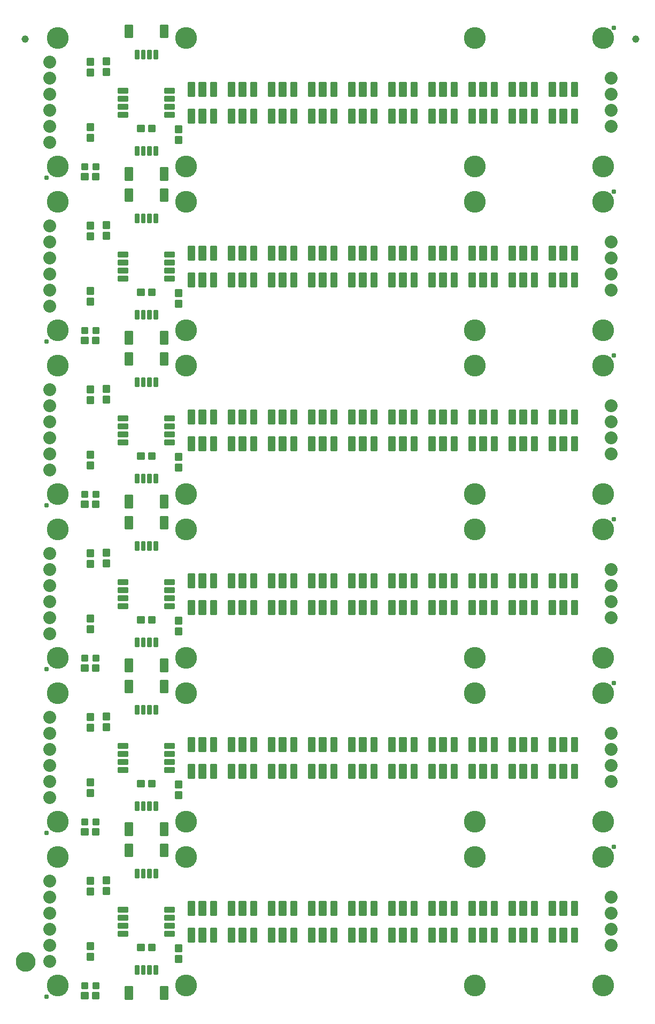
<source format=gts>
G04 EAGLE Gerber RS-274X export*
G75*
%MOMM*%
%FSLAX34Y34*%
%LPD*%
%INSoldermask Top*%
%IPPOS*%
%AMOC8*
5,1,8,0,0,1.08239X$1,22.5*%
G01*
%ADD10C,3.454400*%
%ADD11C,0.787400*%
%ADD12C,0.243431*%
%ADD13C,0.255816*%
%ADD14C,0.253525*%
%ADD15C,0.449434*%
%ADD16C,0.250478*%
%ADD17C,2.032000*%
%ADD18C,0.246888*%
%ADD19C,1.152400*%
%ADD20C,1.270000*%
%ADD21C,1.652400*%


D10*
X25400Y25400D03*
X25400Y228600D03*
D11*
X905510Y245110D03*
X7620Y7620D03*
D12*
X131555Y4505D02*
X142645Y4505D01*
X131555Y4505D02*
X131555Y23595D01*
X142645Y23595D01*
X142645Y4505D01*
X142645Y6817D02*
X131555Y6817D01*
X131555Y9129D02*
X142645Y9129D01*
X142645Y11441D02*
X131555Y11441D01*
X131555Y13753D02*
X142645Y13753D01*
X142645Y16065D02*
X131555Y16065D01*
X131555Y18377D02*
X142645Y18377D01*
X142645Y20689D02*
X131555Y20689D01*
X131555Y23001D02*
X142645Y23001D01*
X187555Y4505D02*
X198645Y4505D01*
X187555Y4505D02*
X187555Y23595D01*
X198645Y23595D01*
X198645Y4505D01*
X198645Y6817D02*
X187555Y6817D01*
X187555Y9129D02*
X198645Y9129D01*
X198645Y11441D02*
X187555Y11441D01*
X187555Y13753D02*
X198645Y13753D01*
X198645Y16065D02*
X187555Y16065D01*
X187555Y18377D02*
X198645Y18377D01*
X198645Y20689D02*
X187555Y20689D01*
X187555Y23001D02*
X198645Y23001D01*
D13*
X152583Y44567D02*
X147617Y44567D01*
X147617Y57033D01*
X152583Y57033D01*
X152583Y44567D01*
X152583Y46997D02*
X147617Y46997D01*
X147617Y49427D02*
X152583Y49427D01*
X152583Y51857D02*
X147617Y51857D01*
X147617Y54287D02*
X152583Y54287D01*
X152583Y56717D02*
X147617Y56717D01*
X157617Y44567D02*
X162583Y44567D01*
X157617Y44567D02*
X157617Y57033D01*
X162583Y57033D01*
X162583Y44567D01*
X162583Y46997D02*
X157617Y46997D01*
X157617Y49427D02*
X162583Y49427D01*
X162583Y51857D02*
X157617Y51857D01*
X157617Y54287D02*
X162583Y54287D01*
X162583Y56717D02*
X157617Y56717D01*
X167617Y44567D02*
X172583Y44567D01*
X167617Y44567D02*
X167617Y57033D01*
X172583Y57033D01*
X172583Y44567D01*
X172583Y46997D02*
X167617Y46997D01*
X167617Y49427D02*
X172583Y49427D01*
X172583Y51857D02*
X167617Y51857D01*
X167617Y54287D02*
X172583Y54287D01*
X172583Y56717D02*
X167617Y56717D01*
X177617Y44567D02*
X182583Y44567D01*
X177617Y44567D02*
X177617Y57033D01*
X182583Y57033D01*
X182583Y44567D01*
X182583Y46997D02*
X177617Y46997D01*
X177617Y49427D02*
X182583Y49427D01*
X182583Y51857D02*
X177617Y51857D01*
X177617Y54287D02*
X182583Y54287D01*
X182583Y56717D02*
X177617Y56717D01*
D14*
X161595Y81865D02*
X151605Y81865D01*
X151605Y90855D01*
X161595Y90855D01*
X161595Y81865D01*
X161595Y84273D02*
X151605Y84273D01*
X151605Y86681D02*
X161595Y86681D01*
X161595Y89089D02*
X151605Y89089D01*
X168605Y81865D02*
X178595Y81865D01*
X168605Y81865D02*
X168605Y90855D01*
X178595Y90855D01*
X178595Y81865D01*
X178595Y84273D02*
X168605Y84273D01*
X168605Y86681D02*
X178595Y86681D01*
X178595Y89089D02*
X168605Y89089D01*
D12*
X187555Y249495D02*
X198645Y249495D01*
X198645Y230405D01*
X187555Y230405D01*
X187555Y249495D01*
X187555Y232717D02*
X198645Y232717D01*
X198645Y235029D02*
X187555Y235029D01*
X187555Y237341D02*
X198645Y237341D01*
X198645Y239653D02*
X187555Y239653D01*
X187555Y241965D02*
X198645Y241965D01*
X198645Y244277D02*
X187555Y244277D01*
X187555Y246589D02*
X198645Y246589D01*
X198645Y248901D02*
X187555Y248901D01*
X142645Y249495D02*
X131555Y249495D01*
X142645Y249495D02*
X142645Y230405D01*
X131555Y230405D01*
X131555Y249495D01*
X131555Y232717D02*
X142645Y232717D01*
X142645Y235029D02*
X131555Y235029D01*
X131555Y237341D02*
X142645Y237341D01*
X142645Y239653D02*
X131555Y239653D01*
X131555Y241965D02*
X142645Y241965D01*
X142645Y244277D02*
X131555Y244277D01*
X131555Y246589D02*
X142645Y246589D01*
X142645Y248901D02*
X131555Y248901D01*
D13*
X177617Y209433D02*
X182583Y209433D01*
X182583Y196967D01*
X177617Y196967D01*
X177617Y209433D01*
X177617Y199397D02*
X182583Y199397D01*
X182583Y201827D02*
X177617Y201827D01*
X177617Y204257D02*
X182583Y204257D01*
X182583Y206687D02*
X177617Y206687D01*
X177617Y209117D02*
X182583Y209117D01*
X172583Y209433D02*
X167617Y209433D01*
X172583Y209433D02*
X172583Y196967D01*
X167617Y196967D01*
X167617Y209433D01*
X167617Y199397D02*
X172583Y199397D01*
X172583Y201827D02*
X167617Y201827D01*
X167617Y204257D02*
X172583Y204257D01*
X172583Y206687D02*
X167617Y206687D01*
X167617Y209117D02*
X172583Y209117D01*
X162583Y209433D02*
X157617Y209433D01*
X162583Y209433D02*
X162583Y196967D01*
X157617Y196967D01*
X157617Y209433D01*
X157617Y199397D02*
X162583Y199397D01*
X162583Y201827D02*
X157617Y201827D01*
X157617Y204257D02*
X162583Y204257D01*
X162583Y206687D02*
X157617Y206687D01*
X157617Y209117D02*
X162583Y209117D01*
X152583Y209433D02*
X147617Y209433D01*
X152583Y209433D02*
X152583Y196967D01*
X147617Y196967D01*
X147617Y209433D01*
X147617Y199397D02*
X152583Y199397D01*
X152583Y201827D02*
X147617Y201827D01*
X147617Y204257D02*
X152583Y204257D01*
X152583Y206687D02*
X147617Y206687D01*
X147617Y209117D02*
X152583Y209117D01*
D14*
X89695Y14655D02*
X79705Y14655D01*
X89695Y14655D02*
X89695Y5665D01*
X79705Y5665D01*
X79705Y14655D01*
X79705Y8073D02*
X89695Y8073D01*
X89695Y10481D02*
X79705Y10481D01*
X79705Y12889D02*
X89695Y12889D01*
X72695Y14655D02*
X62705Y14655D01*
X72695Y14655D02*
X72695Y5665D01*
X62705Y5665D01*
X62705Y14655D01*
X62705Y8073D02*
X72695Y8073D01*
X72695Y10481D02*
X62705Y10481D01*
X62705Y12889D02*
X72695Y12889D01*
D15*
X70945Y21885D02*
X70945Y28915D01*
X70945Y21885D02*
X63915Y21885D01*
X63915Y28915D01*
X70945Y28915D01*
X70945Y26154D02*
X63915Y26154D01*
X88485Y28915D02*
X88485Y21885D01*
X81455Y21885D01*
X81455Y28915D01*
X88485Y28915D01*
X88485Y26154D02*
X81455Y26154D01*
D14*
X267005Y137505D02*
X267005Y158495D01*
X275995Y158495D01*
X275995Y137505D01*
X267005Y137505D01*
X267005Y139913D02*
X275995Y139913D01*
X275995Y142321D02*
X267005Y142321D01*
X267005Y144729D02*
X275995Y144729D01*
X275995Y147137D02*
X267005Y147137D01*
X267005Y149545D02*
X275995Y149545D01*
X275995Y151953D02*
X267005Y151953D01*
X267005Y154361D02*
X275995Y154361D01*
X275995Y156769D02*
X267005Y156769D01*
D16*
X248990Y158510D02*
X248990Y137490D01*
X248990Y158510D02*
X259010Y158510D01*
X259010Y137490D01*
X248990Y137490D01*
X248990Y139870D02*
X259010Y139870D01*
X259010Y142250D02*
X248990Y142250D01*
X248990Y144630D02*
X259010Y144630D01*
X259010Y147010D02*
X248990Y147010D01*
X248990Y149390D02*
X259010Y149390D01*
X259010Y151770D02*
X248990Y151770D01*
X248990Y154150D02*
X259010Y154150D01*
X259010Y156530D02*
X248990Y156530D01*
D14*
X232005Y158495D02*
X232005Y137505D01*
X232005Y158495D02*
X240995Y158495D01*
X240995Y137505D01*
X232005Y137505D01*
X232005Y139913D02*
X240995Y139913D01*
X240995Y142321D02*
X232005Y142321D01*
X232005Y144729D02*
X240995Y144729D01*
X240995Y147137D02*
X232005Y147137D01*
X232005Y149545D02*
X240995Y149545D01*
X240995Y151953D02*
X232005Y151953D01*
X232005Y154361D02*
X240995Y154361D01*
X240995Y156769D02*
X232005Y156769D01*
X232005Y116495D02*
X232005Y95505D01*
X232005Y116495D02*
X240995Y116495D01*
X240995Y95505D01*
X232005Y95505D01*
X232005Y97913D02*
X240995Y97913D01*
X240995Y100321D02*
X232005Y100321D01*
X232005Y102729D02*
X240995Y102729D01*
X240995Y105137D02*
X232005Y105137D01*
X232005Y107545D02*
X240995Y107545D01*
X240995Y109953D02*
X232005Y109953D01*
X232005Y112361D02*
X240995Y112361D01*
X240995Y114769D02*
X232005Y114769D01*
D16*
X248990Y116510D02*
X248990Y95490D01*
X248990Y116510D02*
X259010Y116510D01*
X259010Y95490D01*
X248990Y95490D01*
X248990Y97870D02*
X259010Y97870D01*
X259010Y100250D02*
X248990Y100250D01*
X248990Y102630D02*
X259010Y102630D01*
X259010Y105010D02*
X248990Y105010D01*
X248990Y107390D02*
X259010Y107390D01*
X259010Y109770D02*
X248990Y109770D01*
X248990Y112150D02*
X259010Y112150D01*
X259010Y114530D02*
X248990Y114530D01*
D14*
X267005Y116495D02*
X267005Y95505D01*
X267005Y116495D02*
X275995Y116495D01*
X275995Y95505D01*
X267005Y95505D01*
X267005Y97913D02*
X275995Y97913D01*
X275995Y100321D02*
X267005Y100321D01*
X267005Y102729D02*
X275995Y102729D01*
X275995Y105137D02*
X267005Y105137D01*
X267005Y107545D02*
X275995Y107545D01*
X275995Y109953D02*
X267005Y109953D01*
X267005Y112361D02*
X275995Y112361D01*
X275995Y114769D02*
X267005Y114769D01*
X330505Y137505D02*
X330505Y158495D01*
X339495Y158495D01*
X339495Y137505D01*
X330505Y137505D01*
X330505Y139913D02*
X339495Y139913D01*
X339495Y142321D02*
X330505Y142321D01*
X330505Y144729D02*
X339495Y144729D01*
X339495Y147137D02*
X330505Y147137D01*
X330505Y149545D02*
X339495Y149545D01*
X339495Y151953D02*
X330505Y151953D01*
X330505Y154361D02*
X339495Y154361D01*
X339495Y156769D02*
X330505Y156769D01*
D16*
X312490Y158510D02*
X312490Y137490D01*
X312490Y158510D02*
X322510Y158510D01*
X322510Y137490D01*
X312490Y137490D01*
X312490Y139870D02*
X322510Y139870D01*
X322510Y142250D02*
X312490Y142250D01*
X312490Y144630D02*
X322510Y144630D01*
X322510Y147010D02*
X312490Y147010D01*
X312490Y149390D02*
X322510Y149390D01*
X322510Y151770D02*
X312490Y151770D01*
X312490Y154150D02*
X322510Y154150D01*
X322510Y156530D02*
X312490Y156530D01*
D14*
X295505Y158495D02*
X295505Y137505D01*
X295505Y158495D02*
X304495Y158495D01*
X304495Y137505D01*
X295505Y137505D01*
X295505Y139913D02*
X304495Y139913D01*
X304495Y142321D02*
X295505Y142321D01*
X295505Y144729D02*
X304495Y144729D01*
X304495Y147137D02*
X295505Y147137D01*
X295505Y149545D02*
X304495Y149545D01*
X304495Y151953D02*
X295505Y151953D01*
X295505Y154361D02*
X304495Y154361D01*
X304495Y156769D02*
X295505Y156769D01*
X295505Y116495D02*
X295505Y95505D01*
X295505Y116495D02*
X304495Y116495D01*
X304495Y95505D01*
X295505Y95505D01*
X295505Y97913D02*
X304495Y97913D01*
X304495Y100321D02*
X295505Y100321D01*
X295505Y102729D02*
X304495Y102729D01*
X304495Y105137D02*
X295505Y105137D01*
X295505Y107545D02*
X304495Y107545D01*
X304495Y109953D02*
X295505Y109953D01*
X295505Y112361D02*
X304495Y112361D01*
X304495Y114769D02*
X295505Y114769D01*
D16*
X312490Y116510D02*
X312490Y95490D01*
X312490Y116510D02*
X322510Y116510D01*
X322510Y95490D01*
X312490Y95490D01*
X312490Y97870D02*
X322510Y97870D01*
X322510Y100250D02*
X312490Y100250D01*
X312490Y102630D02*
X322510Y102630D01*
X322510Y105010D02*
X312490Y105010D01*
X312490Y107390D02*
X322510Y107390D01*
X322510Y109770D02*
X312490Y109770D01*
X312490Y112150D02*
X322510Y112150D01*
X322510Y114530D02*
X312490Y114530D01*
D14*
X330505Y116495D02*
X330505Y95505D01*
X330505Y116495D02*
X339495Y116495D01*
X339495Y95505D01*
X330505Y95505D01*
X330505Y97913D02*
X339495Y97913D01*
X339495Y100321D02*
X330505Y100321D01*
X330505Y102729D02*
X339495Y102729D01*
X339495Y105137D02*
X330505Y105137D01*
X330505Y107545D02*
X339495Y107545D01*
X339495Y109953D02*
X330505Y109953D01*
X330505Y112361D02*
X339495Y112361D01*
X339495Y114769D02*
X330505Y114769D01*
X394005Y137505D02*
X394005Y158495D01*
X402995Y158495D01*
X402995Y137505D01*
X394005Y137505D01*
X394005Y139913D02*
X402995Y139913D01*
X402995Y142321D02*
X394005Y142321D01*
X394005Y144729D02*
X402995Y144729D01*
X402995Y147137D02*
X394005Y147137D01*
X394005Y149545D02*
X402995Y149545D01*
X402995Y151953D02*
X394005Y151953D01*
X394005Y154361D02*
X402995Y154361D01*
X402995Y156769D02*
X394005Y156769D01*
D16*
X375990Y158510D02*
X375990Y137490D01*
X375990Y158510D02*
X386010Y158510D01*
X386010Y137490D01*
X375990Y137490D01*
X375990Y139870D02*
X386010Y139870D01*
X386010Y142250D02*
X375990Y142250D01*
X375990Y144630D02*
X386010Y144630D01*
X386010Y147010D02*
X375990Y147010D01*
X375990Y149390D02*
X386010Y149390D01*
X386010Y151770D02*
X375990Y151770D01*
X375990Y154150D02*
X386010Y154150D01*
X386010Y156530D02*
X375990Y156530D01*
D14*
X359005Y158495D02*
X359005Y137505D01*
X359005Y158495D02*
X367995Y158495D01*
X367995Y137505D01*
X359005Y137505D01*
X359005Y139913D02*
X367995Y139913D01*
X367995Y142321D02*
X359005Y142321D01*
X359005Y144729D02*
X367995Y144729D01*
X367995Y147137D02*
X359005Y147137D01*
X359005Y149545D02*
X367995Y149545D01*
X367995Y151953D02*
X359005Y151953D01*
X359005Y154361D02*
X367995Y154361D01*
X367995Y156769D02*
X359005Y156769D01*
X359005Y116495D02*
X359005Y95505D01*
X359005Y116495D02*
X367995Y116495D01*
X367995Y95505D01*
X359005Y95505D01*
X359005Y97913D02*
X367995Y97913D01*
X367995Y100321D02*
X359005Y100321D01*
X359005Y102729D02*
X367995Y102729D01*
X367995Y105137D02*
X359005Y105137D01*
X359005Y107545D02*
X367995Y107545D01*
X367995Y109953D02*
X359005Y109953D01*
X359005Y112361D02*
X367995Y112361D01*
X367995Y114769D02*
X359005Y114769D01*
D16*
X375990Y116510D02*
X375990Y95490D01*
X375990Y116510D02*
X386010Y116510D01*
X386010Y95490D01*
X375990Y95490D01*
X375990Y97870D02*
X386010Y97870D01*
X386010Y100250D02*
X375990Y100250D01*
X375990Y102630D02*
X386010Y102630D01*
X386010Y105010D02*
X375990Y105010D01*
X375990Y107390D02*
X386010Y107390D01*
X386010Y109770D02*
X375990Y109770D01*
X375990Y112150D02*
X386010Y112150D01*
X386010Y114530D02*
X375990Y114530D01*
D14*
X394005Y116495D02*
X394005Y95505D01*
X394005Y116495D02*
X402995Y116495D01*
X402995Y95505D01*
X394005Y95505D01*
X394005Y97913D02*
X402995Y97913D01*
X402995Y100321D02*
X394005Y100321D01*
X394005Y102729D02*
X402995Y102729D01*
X402995Y105137D02*
X394005Y105137D01*
X394005Y107545D02*
X402995Y107545D01*
X402995Y109953D02*
X394005Y109953D01*
X394005Y112361D02*
X402995Y112361D01*
X402995Y114769D02*
X394005Y114769D01*
X457505Y137505D02*
X457505Y158495D01*
X466495Y158495D01*
X466495Y137505D01*
X457505Y137505D01*
X457505Y139913D02*
X466495Y139913D01*
X466495Y142321D02*
X457505Y142321D01*
X457505Y144729D02*
X466495Y144729D01*
X466495Y147137D02*
X457505Y147137D01*
X457505Y149545D02*
X466495Y149545D01*
X466495Y151953D02*
X457505Y151953D01*
X457505Y154361D02*
X466495Y154361D01*
X466495Y156769D02*
X457505Y156769D01*
D16*
X439490Y158510D02*
X439490Y137490D01*
X439490Y158510D02*
X449510Y158510D01*
X449510Y137490D01*
X439490Y137490D01*
X439490Y139870D02*
X449510Y139870D01*
X449510Y142250D02*
X439490Y142250D01*
X439490Y144630D02*
X449510Y144630D01*
X449510Y147010D02*
X439490Y147010D01*
X439490Y149390D02*
X449510Y149390D01*
X449510Y151770D02*
X439490Y151770D01*
X439490Y154150D02*
X449510Y154150D01*
X449510Y156530D02*
X439490Y156530D01*
D14*
X422505Y158495D02*
X422505Y137505D01*
X422505Y158495D02*
X431495Y158495D01*
X431495Y137505D01*
X422505Y137505D01*
X422505Y139913D02*
X431495Y139913D01*
X431495Y142321D02*
X422505Y142321D01*
X422505Y144729D02*
X431495Y144729D01*
X431495Y147137D02*
X422505Y147137D01*
X422505Y149545D02*
X431495Y149545D01*
X431495Y151953D02*
X422505Y151953D01*
X422505Y154361D02*
X431495Y154361D01*
X431495Y156769D02*
X422505Y156769D01*
X422505Y116495D02*
X422505Y95505D01*
X422505Y116495D02*
X431495Y116495D01*
X431495Y95505D01*
X422505Y95505D01*
X422505Y97913D02*
X431495Y97913D01*
X431495Y100321D02*
X422505Y100321D01*
X422505Y102729D02*
X431495Y102729D01*
X431495Y105137D02*
X422505Y105137D01*
X422505Y107545D02*
X431495Y107545D01*
X431495Y109953D02*
X422505Y109953D01*
X422505Y112361D02*
X431495Y112361D01*
X431495Y114769D02*
X422505Y114769D01*
D16*
X439490Y116510D02*
X439490Y95490D01*
X439490Y116510D02*
X449510Y116510D01*
X449510Y95490D01*
X439490Y95490D01*
X439490Y97870D02*
X449510Y97870D01*
X449510Y100250D02*
X439490Y100250D01*
X439490Y102630D02*
X449510Y102630D01*
X449510Y105010D02*
X439490Y105010D01*
X439490Y107390D02*
X449510Y107390D01*
X449510Y109770D02*
X439490Y109770D01*
X439490Y112150D02*
X449510Y112150D01*
X449510Y114530D02*
X439490Y114530D01*
D14*
X457505Y116495D02*
X457505Y95505D01*
X457505Y116495D02*
X466495Y116495D01*
X466495Y95505D01*
X457505Y95505D01*
X457505Y97913D02*
X466495Y97913D01*
X466495Y100321D02*
X457505Y100321D01*
X457505Y102729D02*
X466495Y102729D01*
X466495Y105137D02*
X457505Y105137D01*
X457505Y107545D02*
X466495Y107545D01*
X466495Y109953D02*
X457505Y109953D01*
X457505Y112361D02*
X466495Y112361D01*
X466495Y114769D02*
X457505Y114769D01*
X521005Y137505D02*
X521005Y158495D01*
X529995Y158495D01*
X529995Y137505D01*
X521005Y137505D01*
X521005Y139913D02*
X529995Y139913D01*
X529995Y142321D02*
X521005Y142321D01*
X521005Y144729D02*
X529995Y144729D01*
X529995Y147137D02*
X521005Y147137D01*
X521005Y149545D02*
X529995Y149545D01*
X529995Y151953D02*
X521005Y151953D01*
X521005Y154361D02*
X529995Y154361D01*
X529995Y156769D02*
X521005Y156769D01*
D16*
X502990Y158510D02*
X502990Y137490D01*
X502990Y158510D02*
X513010Y158510D01*
X513010Y137490D01*
X502990Y137490D01*
X502990Y139870D02*
X513010Y139870D01*
X513010Y142250D02*
X502990Y142250D01*
X502990Y144630D02*
X513010Y144630D01*
X513010Y147010D02*
X502990Y147010D01*
X502990Y149390D02*
X513010Y149390D01*
X513010Y151770D02*
X502990Y151770D01*
X502990Y154150D02*
X513010Y154150D01*
X513010Y156530D02*
X502990Y156530D01*
D14*
X486005Y158495D02*
X486005Y137505D01*
X486005Y158495D02*
X494995Y158495D01*
X494995Y137505D01*
X486005Y137505D01*
X486005Y139913D02*
X494995Y139913D01*
X494995Y142321D02*
X486005Y142321D01*
X486005Y144729D02*
X494995Y144729D01*
X494995Y147137D02*
X486005Y147137D01*
X486005Y149545D02*
X494995Y149545D01*
X494995Y151953D02*
X486005Y151953D01*
X486005Y154361D02*
X494995Y154361D01*
X494995Y156769D02*
X486005Y156769D01*
X486005Y116495D02*
X486005Y95505D01*
X486005Y116495D02*
X494995Y116495D01*
X494995Y95505D01*
X486005Y95505D01*
X486005Y97913D02*
X494995Y97913D01*
X494995Y100321D02*
X486005Y100321D01*
X486005Y102729D02*
X494995Y102729D01*
X494995Y105137D02*
X486005Y105137D01*
X486005Y107545D02*
X494995Y107545D01*
X494995Y109953D02*
X486005Y109953D01*
X486005Y112361D02*
X494995Y112361D01*
X494995Y114769D02*
X486005Y114769D01*
D16*
X502990Y116510D02*
X502990Y95490D01*
X502990Y116510D02*
X513010Y116510D01*
X513010Y95490D01*
X502990Y95490D01*
X502990Y97870D02*
X513010Y97870D01*
X513010Y100250D02*
X502990Y100250D01*
X502990Y102630D02*
X513010Y102630D01*
X513010Y105010D02*
X502990Y105010D01*
X502990Y107390D02*
X513010Y107390D01*
X513010Y109770D02*
X502990Y109770D01*
X502990Y112150D02*
X513010Y112150D01*
X513010Y114530D02*
X502990Y114530D01*
D14*
X521005Y116495D02*
X521005Y95505D01*
X521005Y116495D02*
X529995Y116495D01*
X529995Y95505D01*
X521005Y95505D01*
X521005Y97913D02*
X529995Y97913D01*
X529995Y100321D02*
X521005Y100321D01*
X521005Y102729D02*
X529995Y102729D01*
X529995Y105137D02*
X521005Y105137D01*
X521005Y107545D02*
X529995Y107545D01*
X529995Y109953D02*
X521005Y109953D01*
X521005Y112361D02*
X529995Y112361D01*
X529995Y114769D02*
X521005Y114769D01*
X584505Y137505D02*
X584505Y158495D01*
X593495Y158495D01*
X593495Y137505D01*
X584505Y137505D01*
X584505Y139913D02*
X593495Y139913D01*
X593495Y142321D02*
X584505Y142321D01*
X584505Y144729D02*
X593495Y144729D01*
X593495Y147137D02*
X584505Y147137D01*
X584505Y149545D02*
X593495Y149545D01*
X593495Y151953D02*
X584505Y151953D01*
X584505Y154361D02*
X593495Y154361D01*
X593495Y156769D02*
X584505Y156769D01*
D16*
X566490Y158510D02*
X566490Y137490D01*
X566490Y158510D02*
X576510Y158510D01*
X576510Y137490D01*
X566490Y137490D01*
X566490Y139870D02*
X576510Y139870D01*
X576510Y142250D02*
X566490Y142250D01*
X566490Y144630D02*
X576510Y144630D01*
X576510Y147010D02*
X566490Y147010D01*
X566490Y149390D02*
X576510Y149390D01*
X576510Y151770D02*
X566490Y151770D01*
X566490Y154150D02*
X576510Y154150D01*
X576510Y156530D02*
X566490Y156530D01*
D14*
X549505Y158495D02*
X549505Y137505D01*
X549505Y158495D02*
X558495Y158495D01*
X558495Y137505D01*
X549505Y137505D01*
X549505Y139913D02*
X558495Y139913D01*
X558495Y142321D02*
X549505Y142321D01*
X549505Y144729D02*
X558495Y144729D01*
X558495Y147137D02*
X549505Y147137D01*
X549505Y149545D02*
X558495Y149545D01*
X558495Y151953D02*
X549505Y151953D01*
X549505Y154361D02*
X558495Y154361D01*
X558495Y156769D02*
X549505Y156769D01*
X549505Y116495D02*
X549505Y95505D01*
X549505Y116495D02*
X558495Y116495D01*
X558495Y95505D01*
X549505Y95505D01*
X549505Y97913D02*
X558495Y97913D01*
X558495Y100321D02*
X549505Y100321D01*
X549505Y102729D02*
X558495Y102729D01*
X558495Y105137D02*
X549505Y105137D01*
X549505Y107545D02*
X558495Y107545D01*
X558495Y109953D02*
X549505Y109953D01*
X549505Y112361D02*
X558495Y112361D01*
X558495Y114769D02*
X549505Y114769D01*
D16*
X566490Y116510D02*
X566490Y95490D01*
X566490Y116510D02*
X576510Y116510D01*
X576510Y95490D01*
X566490Y95490D01*
X566490Y97870D02*
X576510Y97870D01*
X576510Y100250D02*
X566490Y100250D01*
X566490Y102630D02*
X576510Y102630D01*
X576510Y105010D02*
X566490Y105010D01*
X566490Y107390D02*
X576510Y107390D01*
X576510Y109770D02*
X566490Y109770D01*
X566490Y112150D02*
X576510Y112150D01*
X576510Y114530D02*
X566490Y114530D01*
D14*
X584505Y116495D02*
X584505Y95505D01*
X584505Y116495D02*
X593495Y116495D01*
X593495Y95505D01*
X584505Y95505D01*
X584505Y97913D02*
X593495Y97913D01*
X593495Y100321D02*
X584505Y100321D01*
X584505Y102729D02*
X593495Y102729D01*
X593495Y105137D02*
X584505Y105137D01*
X584505Y107545D02*
X593495Y107545D01*
X593495Y109953D02*
X584505Y109953D01*
X584505Y112361D02*
X593495Y112361D01*
X593495Y114769D02*
X584505Y114769D01*
X648005Y137505D02*
X648005Y158495D01*
X656995Y158495D01*
X656995Y137505D01*
X648005Y137505D01*
X648005Y139913D02*
X656995Y139913D01*
X656995Y142321D02*
X648005Y142321D01*
X648005Y144729D02*
X656995Y144729D01*
X656995Y147137D02*
X648005Y147137D01*
X648005Y149545D02*
X656995Y149545D01*
X656995Y151953D02*
X648005Y151953D01*
X648005Y154361D02*
X656995Y154361D01*
X656995Y156769D02*
X648005Y156769D01*
D16*
X629990Y158510D02*
X629990Y137490D01*
X629990Y158510D02*
X640010Y158510D01*
X640010Y137490D01*
X629990Y137490D01*
X629990Y139870D02*
X640010Y139870D01*
X640010Y142250D02*
X629990Y142250D01*
X629990Y144630D02*
X640010Y144630D01*
X640010Y147010D02*
X629990Y147010D01*
X629990Y149390D02*
X640010Y149390D01*
X640010Y151770D02*
X629990Y151770D01*
X629990Y154150D02*
X640010Y154150D01*
X640010Y156530D02*
X629990Y156530D01*
D14*
X613005Y158495D02*
X613005Y137505D01*
X613005Y158495D02*
X621995Y158495D01*
X621995Y137505D01*
X613005Y137505D01*
X613005Y139913D02*
X621995Y139913D01*
X621995Y142321D02*
X613005Y142321D01*
X613005Y144729D02*
X621995Y144729D01*
X621995Y147137D02*
X613005Y147137D01*
X613005Y149545D02*
X621995Y149545D01*
X621995Y151953D02*
X613005Y151953D01*
X613005Y154361D02*
X621995Y154361D01*
X621995Y156769D02*
X613005Y156769D01*
X613005Y116495D02*
X613005Y95505D01*
X613005Y116495D02*
X621995Y116495D01*
X621995Y95505D01*
X613005Y95505D01*
X613005Y97913D02*
X621995Y97913D01*
X621995Y100321D02*
X613005Y100321D01*
X613005Y102729D02*
X621995Y102729D01*
X621995Y105137D02*
X613005Y105137D01*
X613005Y107545D02*
X621995Y107545D01*
X621995Y109953D02*
X613005Y109953D01*
X613005Y112361D02*
X621995Y112361D01*
X621995Y114769D02*
X613005Y114769D01*
D16*
X629990Y116510D02*
X629990Y95490D01*
X629990Y116510D02*
X640010Y116510D01*
X640010Y95490D01*
X629990Y95490D01*
X629990Y97870D02*
X640010Y97870D01*
X640010Y100250D02*
X629990Y100250D01*
X629990Y102630D02*
X640010Y102630D01*
X640010Y105010D02*
X629990Y105010D01*
X629990Y107390D02*
X640010Y107390D01*
X640010Y109770D02*
X629990Y109770D01*
X629990Y112150D02*
X640010Y112150D01*
X640010Y114530D02*
X629990Y114530D01*
D14*
X648005Y116495D02*
X648005Y95505D01*
X648005Y116495D02*
X656995Y116495D01*
X656995Y95505D01*
X648005Y95505D01*
X648005Y97913D02*
X656995Y97913D01*
X656995Y100321D02*
X648005Y100321D01*
X648005Y102729D02*
X656995Y102729D01*
X656995Y105137D02*
X648005Y105137D01*
X648005Y107545D02*
X656995Y107545D01*
X656995Y109953D02*
X648005Y109953D01*
X648005Y112361D02*
X656995Y112361D01*
X656995Y114769D02*
X648005Y114769D01*
X711505Y137505D02*
X711505Y158495D01*
X720495Y158495D01*
X720495Y137505D01*
X711505Y137505D01*
X711505Y139913D02*
X720495Y139913D01*
X720495Y142321D02*
X711505Y142321D01*
X711505Y144729D02*
X720495Y144729D01*
X720495Y147137D02*
X711505Y147137D01*
X711505Y149545D02*
X720495Y149545D01*
X720495Y151953D02*
X711505Y151953D01*
X711505Y154361D02*
X720495Y154361D01*
X720495Y156769D02*
X711505Y156769D01*
D16*
X693490Y158510D02*
X693490Y137490D01*
X693490Y158510D02*
X703510Y158510D01*
X703510Y137490D01*
X693490Y137490D01*
X693490Y139870D02*
X703510Y139870D01*
X703510Y142250D02*
X693490Y142250D01*
X693490Y144630D02*
X703510Y144630D01*
X703510Y147010D02*
X693490Y147010D01*
X693490Y149390D02*
X703510Y149390D01*
X703510Y151770D02*
X693490Y151770D01*
X693490Y154150D02*
X703510Y154150D01*
X703510Y156530D02*
X693490Y156530D01*
D14*
X676505Y158495D02*
X676505Y137505D01*
X676505Y158495D02*
X685495Y158495D01*
X685495Y137505D01*
X676505Y137505D01*
X676505Y139913D02*
X685495Y139913D01*
X685495Y142321D02*
X676505Y142321D01*
X676505Y144729D02*
X685495Y144729D01*
X685495Y147137D02*
X676505Y147137D01*
X676505Y149545D02*
X685495Y149545D01*
X685495Y151953D02*
X676505Y151953D01*
X676505Y154361D02*
X685495Y154361D01*
X685495Y156769D02*
X676505Y156769D01*
X676505Y116495D02*
X676505Y95505D01*
X676505Y116495D02*
X685495Y116495D01*
X685495Y95505D01*
X676505Y95505D01*
X676505Y97913D02*
X685495Y97913D01*
X685495Y100321D02*
X676505Y100321D01*
X676505Y102729D02*
X685495Y102729D01*
X685495Y105137D02*
X676505Y105137D01*
X676505Y107545D02*
X685495Y107545D01*
X685495Y109953D02*
X676505Y109953D01*
X676505Y112361D02*
X685495Y112361D01*
X685495Y114769D02*
X676505Y114769D01*
D16*
X693490Y116510D02*
X693490Y95490D01*
X693490Y116510D02*
X703510Y116510D01*
X703510Y95490D01*
X693490Y95490D01*
X693490Y97870D02*
X703510Y97870D01*
X703510Y100250D02*
X693490Y100250D01*
X693490Y102630D02*
X703510Y102630D01*
X703510Y105010D02*
X693490Y105010D01*
X693490Y107390D02*
X703510Y107390D01*
X703510Y109770D02*
X693490Y109770D01*
X693490Y112150D02*
X703510Y112150D01*
X703510Y114530D02*
X693490Y114530D01*
D14*
X711505Y116495D02*
X711505Y95505D01*
X711505Y116495D02*
X720495Y116495D01*
X720495Y95505D01*
X711505Y95505D01*
X711505Y97913D02*
X720495Y97913D01*
X720495Y100321D02*
X711505Y100321D01*
X711505Y102729D02*
X720495Y102729D01*
X720495Y105137D02*
X711505Y105137D01*
X711505Y107545D02*
X720495Y107545D01*
X720495Y109953D02*
X711505Y109953D01*
X711505Y112361D02*
X720495Y112361D01*
X720495Y114769D02*
X711505Y114769D01*
X775005Y137505D02*
X775005Y158495D01*
X783995Y158495D01*
X783995Y137505D01*
X775005Y137505D01*
X775005Y139913D02*
X783995Y139913D01*
X783995Y142321D02*
X775005Y142321D01*
X775005Y144729D02*
X783995Y144729D01*
X783995Y147137D02*
X775005Y147137D01*
X775005Y149545D02*
X783995Y149545D01*
X783995Y151953D02*
X775005Y151953D01*
X775005Y154361D02*
X783995Y154361D01*
X783995Y156769D02*
X775005Y156769D01*
D16*
X756990Y158510D02*
X756990Y137490D01*
X756990Y158510D02*
X767010Y158510D01*
X767010Y137490D01*
X756990Y137490D01*
X756990Y139870D02*
X767010Y139870D01*
X767010Y142250D02*
X756990Y142250D01*
X756990Y144630D02*
X767010Y144630D01*
X767010Y147010D02*
X756990Y147010D01*
X756990Y149390D02*
X767010Y149390D01*
X767010Y151770D02*
X756990Y151770D01*
X756990Y154150D02*
X767010Y154150D01*
X767010Y156530D02*
X756990Y156530D01*
D14*
X740005Y158495D02*
X740005Y137505D01*
X740005Y158495D02*
X748995Y158495D01*
X748995Y137505D01*
X740005Y137505D01*
X740005Y139913D02*
X748995Y139913D01*
X748995Y142321D02*
X740005Y142321D01*
X740005Y144729D02*
X748995Y144729D01*
X748995Y147137D02*
X740005Y147137D01*
X740005Y149545D02*
X748995Y149545D01*
X748995Y151953D02*
X740005Y151953D01*
X740005Y154361D02*
X748995Y154361D01*
X748995Y156769D02*
X740005Y156769D01*
X740005Y116495D02*
X740005Y95505D01*
X740005Y116495D02*
X748995Y116495D01*
X748995Y95505D01*
X740005Y95505D01*
X740005Y97913D02*
X748995Y97913D01*
X748995Y100321D02*
X740005Y100321D01*
X740005Y102729D02*
X748995Y102729D01*
X748995Y105137D02*
X740005Y105137D01*
X740005Y107545D02*
X748995Y107545D01*
X748995Y109953D02*
X740005Y109953D01*
X740005Y112361D02*
X748995Y112361D01*
X748995Y114769D02*
X740005Y114769D01*
D16*
X756990Y116510D02*
X756990Y95490D01*
X756990Y116510D02*
X767010Y116510D01*
X767010Y95490D01*
X756990Y95490D01*
X756990Y97870D02*
X767010Y97870D01*
X767010Y100250D02*
X756990Y100250D01*
X756990Y102630D02*
X767010Y102630D01*
X767010Y105010D02*
X756990Y105010D01*
X756990Y107390D02*
X767010Y107390D01*
X767010Y109770D02*
X756990Y109770D01*
X756990Y112150D02*
X767010Y112150D01*
X767010Y114530D02*
X756990Y114530D01*
D14*
X775005Y116495D02*
X775005Y95505D01*
X775005Y116495D02*
X783995Y116495D01*
X783995Y95505D01*
X775005Y95505D01*
X775005Y97913D02*
X783995Y97913D01*
X783995Y100321D02*
X775005Y100321D01*
X775005Y102729D02*
X783995Y102729D01*
X783995Y105137D02*
X775005Y105137D01*
X775005Y107545D02*
X783995Y107545D01*
X783995Y109953D02*
X775005Y109953D01*
X775005Y112361D02*
X783995Y112361D01*
X783995Y114769D02*
X775005Y114769D01*
X838505Y137505D02*
X838505Y158495D01*
X847495Y158495D01*
X847495Y137505D01*
X838505Y137505D01*
X838505Y139913D02*
X847495Y139913D01*
X847495Y142321D02*
X838505Y142321D01*
X838505Y144729D02*
X847495Y144729D01*
X847495Y147137D02*
X838505Y147137D01*
X838505Y149545D02*
X847495Y149545D01*
X847495Y151953D02*
X838505Y151953D01*
X838505Y154361D02*
X847495Y154361D01*
X847495Y156769D02*
X838505Y156769D01*
D16*
X820490Y158510D02*
X820490Y137490D01*
X820490Y158510D02*
X830510Y158510D01*
X830510Y137490D01*
X820490Y137490D01*
X820490Y139870D02*
X830510Y139870D01*
X830510Y142250D02*
X820490Y142250D01*
X820490Y144630D02*
X830510Y144630D01*
X830510Y147010D02*
X820490Y147010D01*
X820490Y149390D02*
X830510Y149390D01*
X830510Y151770D02*
X820490Y151770D01*
X820490Y154150D02*
X830510Y154150D01*
X830510Y156530D02*
X820490Y156530D01*
D14*
X803505Y158495D02*
X803505Y137505D01*
X803505Y158495D02*
X812495Y158495D01*
X812495Y137505D01*
X803505Y137505D01*
X803505Y139913D02*
X812495Y139913D01*
X812495Y142321D02*
X803505Y142321D01*
X803505Y144729D02*
X812495Y144729D01*
X812495Y147137D02*
X803505Y147137D01*
X803505Y149545D02*
X812495Y149545D01*
X812495Y151953D02*
X803505Y151953D01*
X803505Y154361D02*
X812495Y154361D01*
X812495Y156769D02*
X803505Y156769D01*
X803505Y116495D02*
X803505Y95505D01*
X803505Y116495D02*
X812495Y116495D01*
X812495Y95505D01*
X803505Y95505D01*
X803505Y97913D02*
X812495Y97913D01*
X812495Y100321D02*
X803505Y100321D01*
X803505Y102729D02*
X812495Y102729D01*
X812495Y105137D02*
X803505Y105137D01*
X803505Y107545D02*
X812495Y107545D01*
X812495Y109953D02*
X803505Y109953D01*
X803505Y112361D02*
X812495Y112361D01*
X812495Y114769D02*
X803505Y114769D01*
D16*
X820490Y116510D02*
X820490Y95490D01*
X820490Y116510D02*
X830510Y116510D01*
X830510Y95490D01*
X820490Y95490D01*
X820490Y97870D02*
X830510Y97870D01*
X830510Y100250D02*
X820490Y100250D01*
X820490Y102630D02*
X830510Y102630D01*
X830510Y105010D02*
X820490Y105010D01*
X820490Y107390D02*
X830510Y107390D01*
X830510Y109770D02*
X820490Y109770D01*
X820490Y112150D02*
X830510Y112150D01*
X830510Y114530D02*
X820490Y114530D01*
D14*
X838505Y116495D02*
X838505Y95505D01*
X838505Y116495D02*
X847495Y116495D01*
X847495Y95505D01*
X838505Y95505D01*
X838505Y97913D02*
X847495Y97913D01*
X847495Y100321D02*
X838505Y100321D01*
X838505Y102729D02*
X847495Y102729D01*
X847495Y105137D02*
X838505Y105137D01*
X838505Y107545D02*
X847495Y107545D01*
X847495Y109953D02*
X838505Y109953D01*
X838505Y112361D02*
X847495Y112361D01*
X847495Y114769D02*
X838505Y114769D01*
D10*
X889000Y228600D03*
X889000Y25400D03*
D17*
X12700Y88900D03*
X12700Y63500D03*
X901700Y165100D03*
X901700Y139700D03*
X901700Y114300D03*
X901700Y88900D03*
D14*
X71705Y93505D02*
X71705Y83515D01*
X71705Y93505D02*
X80695Y93505D01*
X80695Y83515D01*
X71705Y83515D01*
X71705Y85923D02*
X80695Y85923D01*
X80695Y88331D02*
X71705Y88331D01*
X71705Y90739D02*
X80695Y90739D01*
X80695Y93147D02*
X71705Y93147D01*
X71705Y76505D02*
X71705Y66515D01*
X71705Y76505D02*
X80695Y76505D01*
X80695Y66515D01*
X71705Y66515D01*
X71705Y68923D02*
X80695Y68923D01*
X80695Y71331D02*
X71705Y71331D01*
X71705Y73739D02*
X80695Y73739D01*
X80695Y76147D02*
X71705Y76147D01*
D18*
X209078Y104612D02*
X209078Y111288D01*
X209078Y104612D02*
X194782Y104612D01*
X194782Y111288D01*
X209078Y111288D01*
X209078Y106958D02*
X194782Y106958D01*
X194782Y109304D02*
X209078Y109304D01*
X209078Y117312D02*
X209078Y123988D01*
X209078Y117312D02*
X194782Y117312D01*
X194782Y123988D01*
X209078Y123988D01*
X209078Y119658D02*
X194782Y119658D01*
X194782Y122004D02*
X209078Y122004D01*
X209078Y130012D02*
X209078Y136688D01*
X209078Y130012D02*
X194782Y130012D01*
X194782Y136688D01*
X209078Y136688D01*
X209078Y132358D02*
X194782Y132358D01*
X194782Y134704D02*
X209078Y134704D01*
X209078Y142712D02*
X209078Y149388D01*
X209078Y142712D02*
X194782Y142712D01*
X194782Y149388D01*
X209078Y149388D01*
X209078Y145058D02*
X194782Y145058D01*
X194782Y147404D02*
X209078Y147404D01*
X120682Y149388D02*
X120682Y142712D01*
X120682Y149388D02*
X134978Y149388D01*
X134978Y142712D01*
X120682Y142712D01*
X120682Y145058D02*
X134978Y145058D01*
X134978Y147404D02*
X120682Y147404D01*
X120682Y136688D02*
X120682Y130012D01*
X120682Y136688D02*
X134978Y136688D01*
X134978Y130012D01*
X120682Y130012D01*
X120682Y132358D02*
X134978Y132358D01*
X134978Y134704D02*
X120682Y134704D01*
X120682Y123988D02*
X120682Y117312D01*
X120682Y123988D02*
X134978Y123988D01*
X134978Y117312D01*
X120682Y117312D01*
X120682Y119658D02*
X134978Y119658D01*
X134978Y122004D02*
X120682Y122004D01*
X120682Y111288D02*
X120682Y104612D01*
X120682Y111288D02*
X134978Y111288D01*
X134978Y104612D01*
X120682Y104612D01*
X120682Y106958D02*
X134978Y106958D01*
X134978Y109304D02*
X120682Y109304D01*
D14*
X211405Y89695D02*
X211405Y79705D01*
X211405Y89695D02*
X220395Y89695D01*
X220395Y79705D01*
X211405Y79705D01*
X211405Y82113D02*
X220395Y82113D01*
X220395Y84521D02*
X211405Y84521D01*
X211405Y86929D02*
X220395Y86929D01*
X220395Y89337D02*
X211405Y89337D01*
X211405Y72695D02*
X211405Y62705D01*
X211405Y72695D02*
X220395Y72695D01*
X220395Y62705D01*
X211405Y62705D01*
X211405Y65113D02*
X220395Y65113D01*
X220395Y67521D02*
X211405Y67521D01*
X211405Y69929D02*
X220395Y69929D01*
X220395Y72337D02*
X211405Y72337D01*
X80695Y169385D02*
X80695Y179375D01*
X80695Y169385D02*
X71705Y169385D01*
X71705Y179375D01*
X80695Y179375D01*
X80695Y171793D02*
X71705Y171793D01*
X71705Y174201D02*
X80695Y174201D01*
X80695Y176609D02*
X71705Y176609D01*
X71705Y179017D02*
X80695Y179017D01*
X80695Y186385D02*
X80695Y196375D01*
X80695Y186385D02*
X71705Y186385D01*
X71705Y196375D01*
X80695Y196375D01*
X80695Y188793D02*
X71705Y188793D01*
X71705Y191201D02*
X80695Y191201D01*
X80695Y193609D02*
X71705Y193609D01*
X71705Y196017D02*
X80695Y196017D01*
X106095Y180645D02*
X106095Y170655D01*
X97105Y170655D01*
X97105Y180645D01*
X106095Y180645D01*
X106095Y173063D02*
X97105Y173063D01*
X97105Y175471D02*
X106095Y175471D01*
X106095Y177879D02*
X97105Y177879D01*
X97105Y180287D02*
X106095Y180287D01*
X106095Y187655D02*
X106095Y197645D01*
X106095Y187655D02*
X97105Y187655D01*
X97105Y197645D01*
X106095Y197645D01*
X106095Y190063D02*
X97105Y190063D01*
X97105Y192471D02*
X106095Y192471D01*
X106095Y194879D02*
X97105Y194879D01*
X97105Y197287D02*
X106095Y197287D01*
D17*
X12700Y114300D03*
X12700Y139700D03*
X12700Y165100D03*
X12700Y190500D03*
D10*
X685800Y228600D03*
X685800Y25400D03*
X228600Y25400D03*
X228600Y228600D03*
X25400Y284480D03*
X25400Y487680D03*
D11*
X905510Y504190D03*
X7620Y266700D03*
D12*
X131555Y263585D02*
X142645Y263585D01*
X131555Y263585D02*
X131555Y282675D01*
X142645Y282675D01*
X142645Y263585D01*
X142645Y265897D02*
X131555Y265897D01*
X131555Y268209D02*
X142645Y268209D01*
X142645Y270521D02*
X131555Y270521D01*
X131555Y272833D02*
X142645Y272833D01*
X142645Y275145D02*
X131555Y275145D01*
X131555Y277457D02*
X142645Y277457D01*
X142645Y279769D02*
X131555Y279769D01*
X131555Y282081D02*
X142645Y282081D01*
X187555Y263585D02*
X198645Y263585D01*
X187555Y263585D02*
X187555Y282675D01*
X198645Y282675D01*
X198645Y263585D01*
X198645Y265897D02*
X187555Y265897D01*
X187555Y268209D02*
X198645Y268209D01*
X198645Y270521D02*
X187555Y270521D01*
X187555Y272833D02*
X198645Y272833D01*
X198645Y275145D02*
X187555Y275145D01*
X187555Y277457D02*
X198645Y277457D01*
X198645Y279769D02*
X187555Y279769D01*
X187555Y282081D02*
X198645Y282081D01*
D13*
X152583Y303647D02*
X147617Y303647D01*
X147617Y316113D01*
X152583Y316113D01*
X152583Y303647D01*
X152583Y306077D02*
X147617Y306077D01*
X147617Y308507D02*
X152583Y308507D01*
X152583Y310937D02*
X147617Y310937D01*
X147617Y313367D02*
X152583Y313367D01*
X152583Y315797D02*
X147617Y315797D01*
X157617Y303647D02*
X162583Y303647D01*
X157617Y303647D02*
X157617Y316113D01*
X162583Y316113D01*
X162583Y303647D01*
X162583Y306077D02*
X157617Y306077D01*
X157617Y308507D02*
X162583Y308507D01*
X162583Y310937D02*
X157617Y310937D01*
X157617Y313367D02*
X162583Y313367D01*
X162583Y315797D02*
X157617Y315797D01*
X167617Y303647D02*
X172583Y303647D01*
X167617Y303647D02*
X167617Y316113D01*
X172583Y316113D01*
X172583Y303647D01*
X172583Y306077D02*
X167617Y306077D01*
X167617Y308507D02*
X172583Y308507D01*
X172583Y310937D02*
X167617Y310937D01*
X167617Y313367D02*
X172583Y313367D01*
X172583Y315797D02*
X167617Y315797D01*
X177617Y303647D02*
X182583Y303647D01*
X177617Y303647D02*
X177617Y316113D01*
X182583Y316113D01*
X182583Y303647D01*
X182583Y306077D02*
X177617Y306077D01*
X177617Y308507D02*
X182583Y308507D01*
X182583Y310937D02*
X177617Y310937D01*
X177617Y313367D02*
X182583Y313367D01*
X182583Y315797D02*
X177617Y315797D01*
D14*
X161595Y340945D02*
X151605Y340945D01*
X151605Y349935D01*
X161595Y349935D01*
X161595Y340945D01*
X161595Y343353D02*
X151605Y343353D01*
X151605Y345761D02*
X161595Y345761D01*
X161595Y348169D02*
X151605Y348169D01*
X168605Y340945D02*
X178595Y340945D01*
X168605Y340945D02*
X168605Y349935D01*
X178595Y349935D01*
X178595Y340945D01*
X178595Y343353D02*
X168605Y343353D01*
X168605Y345761D02*
X178595Y345761D01*
X178595Y348169D02*
X168605Y348169D01*
D12*
X187555Y508575D02*
X198645Y508575D01*
X198645Y489485D01*
X187555Y489485D01*
X187555Y508575D01*
X187555Y491797D02*
X198645Y491797D01*
X198645Y494109D02*
X187555Y494109D01*
X187555Y496421D02*
X198645Y496421D01*
X198645Y498733D02*
X187555Y498733D01*
X187555Y501045D02*
X198645Y501045D01*
X198645Y503357D02*
X187555Y503357D01*
X187555Y505669D02*
X198645Y505669D01*
X198645Y507981D02*
X187555Y507981D01*
X142645Y508575D02*
X131555Y508575D01*
X142645Y508575D02*
X142645Y489485D01*
X131555Y489485D01*
X131555Y508575D01*
X131555Y491797D02*
X142645Y491797D01*
X142645Y494109D02*
X131555Y494109D01*
X131555Y496421D02*
X142645Y496421D01*
X142645Y498733D02*
X131555Y498733D01*
X131555Y501045D02*
X142645Y501045D01*
X142645Y503357D02*
X131555Y503357D01*
X131555Y505669D02*
X142645Y505669D01*
X142645Y507981D02*
X131555Y507981D01*
D13*
X177617Y468513D02*
X182583Y468513D01*
X182583Y456047D01*
X177617Y456047D01*
X177617Y468513D01*
X177617Y458477D02*
X182583Y458477D01*
X182583Y460907D02*
X177617Y460907D01*
X177617Y463337D02*
X182583Y463337D01*
X182583Y465767D02*
X177617Y465767D01*
X177617Y468197D02*
X182583Y468197D01*
X172583Y468513D02*
X167617Y468513D01*
X172583Y468513D02*
X172583Y456047D01*
X167617Y456047D01*
X167617Y468513D01*
X167617Y458477D02*
X172583Y458477D01*
X172583Y460907D02*
X167617Y460907D01*
X167617Y463337D02*
X172583Y463337D01*
X172583Y465767D02*
X167617Y465767D01*
X167617Y468197D02*
X172583Y468197D01*
X162583Y468513D02*
X157617Y468513D01*
X162583Y468513D02*
X162583Y456047D01*
X157617Y456047D01*
X157617Y468513D01*
X157617Y458477D02*
X162583Y458477D01*
X162583Y460907D02*
X157617Y460907D01*
X157617Y463337D02*
X162583Y463337D01*
X162583Y465767D02*
X157617Y465767D01*
X157617Y468197D02*
X162583Y468197D01*
X152583Y468513D02*
X147617Y468513D01*
X152583Y468513D02*
X152583Y456047D01*
X147617Y456047D01*
X147617Y468513D01*
X147617Y458477D02*
X152583Y458477D01*
X152583Y460907D02*
X147617Y460907D01*
X147617Y463337D02*
X152583Y463337D01*
X152583Y465767D02*
X147617Y465767D01*
X147617Y468197D02*
X152583Y468197D01*
D14*
X89695Y273735D02*
X79705Y273735D01*
X89695Y273735D02*
X89695Y264745D01*
X79705Y264745D01*
X79705Y273735D01*
X79705Y267153D02*
X89695Y267153D01*
X89695Y269561D02*
X79705Y269561D01*
X79705Y271969D02*
X89695Y271969D01*
X72695Y273735D02*
X62705Y273735D01*
X72695Y273735D02*
X72695Y264745D01*
X62705Y264745D01*
X62705Y273735D01*
X62705Y267153D02*
X72695Y267153D01*
X72695Y269561D02*
X62705Y269561D01*
X62705Y271969D02*
X72695Y271969D01*
D15*
X70945Y280965D02*
X70945Y287995D01*
X70945Y280965D02*
X63915Y280965D01*
X63915Y287995D01*
X70945Y287995D01*
X70945Y285234D02*
X63915Y285234D01*
X88485Y287995D02*
X88485Y280965D01*
X81455Y280965D01*
X81455Y287995D01*
X88485Y287995D01*
X88485Y285234D02*
X81455Y285234D01*
D14*
X267005Y396585D02*
X267005Y417575D01*
X275995Y417575D01*
X275995Y396585D01*
X267005Y396585D01*
X267005Y398993D02*
X275995Y398993D01*
X275995Y401401D02*
X267005Y401401D01*
X267005Y403809D02*
X275995Y403809D01*
X275995Y406217D02*
X267005Y406217D01*
X267005Y408625D02*
X275995Y408625D01*
X275995Y411033D02*
X267005Y411033D01*
X267005Y413441D02*
X275995Y413441D01*
X275995Y415849D02*
X267005Y415849D01*
D16*
X248990Y417590D02*
X248990Y396570D01*
X248990Y417590D02*
X259010Y417590D01*
X259010Y396570D01*
X248990Y396570D01*
X248990Y398950D02*
X259010Y398950D01*
X259010Y401330D02*
X248990Y401330D01*
X248990Y403710D02*
X259010Y403710D01*
X259010Y406090D02*
X248990Y406090D01*
X248990Y408470D02*
X259010Y408470D01*
X259010Y410850D02*
X248990Y410850D01*
X248990Y413230D02*
X259010Y413230D01*
X259010Y415610D02*
X248990Y415610D01*
D14*
X232005Y417575D02*
X232005Y396585D01*
X232005Y417575D02*
X240995Y417575D01*
X240995Y396585D01*
X232005Y396585D01*
X232005Y398993D02*
X240995Y398993D01*
X240995Y401401D02*
X232005Y401401D01*
X232005Y403809D02*
X240995Y403809D01*
X240995Y406217D02*
X232005Y406217D01*
X232005Y408625D02*
X240995Y408625D01*
X240995Y411033D02*
X232005Y411033D01*
X232005Y413441D02*
X240995Y413441D01*
X240995Y415849D02*
X232005Y415849D01*
X232005Y375575D02*
X232005Y354585D01*
X232005Y375575D02*
X240995Y375575D01*
X240995Y354585D01*
X232005Y354585D01*
X232005Y356993D02*
X240995Y356993D01*
X240995Y359401D02*
X232005Y359401D01*
X232005Y361809D02*
X240995Y361809D01*
X240995Y364217D02*
X232005Y364217D01*
X232005Y366625D02*
X240995Y366625D01*
X240995Y369033D02*
X232005Y369033D01*
X232005Y371441D02*
X240995Y371441D01*
X240995Y373849D02*
X232005Y373849D01*
D16*
X248990Y375590D02*
X248990Y354570D01*
X248990Y375590D02*
X259010Y375590D01*
X259010Y354570D01*
X248990Y354570D01*
X248990Y356950D02*
X259010Y356950D01*
X259010Y359330D02*
X248990Y359330D01*
X248990Y361710D02*
X259010Y361710D01*
X259010Y364090D02*
X248990Y364090D01*
X248990Y366470D02*
X259010Y366470D01*
X259010Y368850D02*
X248990Y368850D01*
X248990Y371230D02*
X259010Y371230D01*
X259010Y373610D02*
X248990Y373610D01*
D14*
X267005Y375575D02*
X267005Y354585D01*
X267005Y375575D02*
X275995Y375575D01*
X275995Y354585D01*
X267005Y354585D01*
X267005Y356993D02*
X275995Y356993D01*
X275995Y359401D02*
X267005Y359401D01*
X267005Y361809D02*
X275995Y361809D01*
X275995Y364217D02*
X267005Y364217D01*
X267005Y366625D02*
X275995Y366625D01*
X275995Y369033D02*
X267005Y369033D01*
X267005Y371441D02*
X275995Y371441D01*
X275995Y373849D02*
X267005Y373849D01*
X330505Y396585D02*
X330505Y417575D01*
X339495Y417575D01*
X339495Y396585D01*
X330505Y396585D01*
X330505Y398993D02*
X339495Y398993D01*
X339495Y401401D02*
X330505Y401401D01*
X330505Y403809D02*
X339495Y403809D01*
X339495Y406217D02*
X330505Y406217D01*
X330505Y408625D02*
X339495Y408625D01*
X339495Y411033D02*
X330505Y411033D01*
X330505Y413441D02*
X339495Y413441D01*
X339495Y415849D02*
X330505Y415849D01*
D16*
X312490Y417590D02*
X312490Y396570D01*
X312490Y417590D02*
X322510Y417590D01*
X322510Y396570D01*
X312490Y396570D01*
X312490Y398950D02*
X322510Y398950D01*
X322510Y401330D02*
X312490Y401330D01*
X312490Y403710D02*
X322510Y403710D01*
X322510Y406090D02*
X312490Y406090D01*
X312490Y408470D02*
X322510Y408470D01*
X322510Y410850D02*
X312490Y410850D01*
X312490Y413230D02*
X322510Y413230D01*
X322510Y415610D02*
X312490Y415610D01*
D14*
X295505Y417575D02*
X295505Y396585D01*
X295505Y417575D02*
X304495Y417575D01*
X304495Y396585D01*
X295505Y396585D01*
X295505Y398993D02*
X304495Y398993D01*
X304495Y401401D02*
X295505Y401401D01*
X295505Y403809D02*
X304495Y403809D01*
X304495Y406217D02*
X295505Y406217D01*
X295505Y408625D02*
X304495Y408625D01*
X304495Y411033D02*
X295505Y411033D01*
X295505Y413441D02*
X304495Y413441D01*
X304495Y415849D02*
X295505Y415849D01*
X295505Y375575D02*
X295505Y354585D01*
X295505Y375575D02*
X304495Y375575D01*
X304495Y354585D01*
X295505Y354585D01*
X295505Y356993D02*
X304495Y356993D01*
X304495Y359401D02*
X295505Y359401D01*
X295505Y361809D02*
X304495Y361809D01*
X304495Y364217D02*
X295505Y364217D01*
X295505Y366625D02*
X304495Y366625D01*
X304495Y369033D02*
X295505Y369033D01*
X295505Y371441D02*
X304495Y371441D01*
X304495Y373849D02*
X295505Y373849D01*
D16*
X312490Y375590D02*
X312490Y354570D01*
X312490Y375590D02*
X322510Y375590D01*
X322510Y354570D01*
X312490Y354570D01*
X312490Y356950D02*
X322510Y356950D01*
X322510Y359330D02*
X312490Y359330D01*
X312490Y361710D02*
X322510Y361710D01*
X322510Y364090D02*
X312490Y364090D01*
X312490Y366470D02*
X322510Y366470D01*
X322510Y368850D02*
X312490Y368850D01*
X312490Y371230D02*
X322510Y371230D01*
X322510Y373610D02*
X312490Y373610D01*
D14*
X330505Y375575D02*
X330505Y354585D01*
X330505Y375575D02*
X339495Y375575D01*
X339495Y354585D01*
X330505Y354585D01*
X330505Y356993D02*
X339495Y356993D01*
X339495Y359401D02*
X330505Y359401D01*
X330505Y361809D02*
X339495Y361809D01*
X339495Y364217D02*
X330505Y364217D01*
X330505Y366625D02*
X339495Y366625D01*
X339495Y369033D02*
X330505Y369033D01*
X330505Y371441D02*
X339495Y371441D01*
X339495Y373849D02*
X330505Y373849D01*
X394005Y396585D02*
X394005Y417575D01*
X402995Y417575D01*
X402995Y396585D01*
X394005Y396585D01*
X394005Y398993D02*
X402995Y398993D01*
X402995Y401401D02*
X394005Y401401D01*
X394005Y403809D02*
X402995Y403809D01*
X402995Y406217D02*
X394005Y406217D01*
X394005Y408625D02*
X402995Y408625D01*
X402995Y411033D02*
X394005Y411033D01*
X394005Y413441D02*
X402995Y413441D01*
X402995Y415849D02*
X394005Y415849D01*
D16*
X375990Y417590D02*
X375990Y396570D01*
X375990Y417590D02*
X386010Y417590D01*
X386010Y396570D01*
X375990Y396570D01*
X375990Y398950D02*
X386010Y398950D01*
X386010Y401330D02*
X375990Y401330D01*
X375990Y403710D02*
X386010Y403710D01*
X386010Y406090D02*
X375990Y406090D01*
X375990Y408470D02*
X386010Y408470D01*
X386010Y410850D02*
X375990Y410850D01*
X375990Y413230D02*
X386010Y413230D01*
X386010Y415610D02*
X375990Y415610D01*
D14*
X359005Y417575D02*
X359005Y396585D01*
X359005Y417575D02*
X367995Y417575D01*
X367995Y396585D01*
X359005Y396585D01*
X359005Y398993D02*
X367995Y398993D01*
X367995Y401401D02*
X359005Y401401D01*
X359005Y403809D02*
X367995Y403809D01*
X367995Y406217D02*
X359005Y406217D01*
X359005Y408625D02*
X367995Y408625D01*
X367995Y411033D02*
X359005Y411033D01*
X359005Y413441D02*
X367995Y413441D01*
X367995Y415849D02*
X359005Y415849D01*
X359005Y375575D02*
X359005Y354585D01*
X359005Y375575D02*
X367995Y375575D01*
X367995Y354585D01*
X359005Y354585D01*
X359005Y356993D02*
X367995Y356993D01*
X367995Y359401D02*
X359005Y359401D01*
X359005Y361809D02*
X367995Y361809D01*
X367995Y364217D02*
X359005Y364217D01*
X359005Y366625D02*
X367995Y366625D01*
X367995Y369033D02*
X359005Y369033D01*
X359005Y371441D02*
X367995Y371441D01*
X367995Y373849D02*
X359005Y373849D01*
D16*
X375990Y375590D02*
X375990Y354570D01*
X375990Y375590D02*
X386010Y375590D01*
X386010Y354570D01*
X375990Y354570D01*
X375990Y356950D02*
X386010Y356950D01*
X386010Y359330D02*
X375990Y359330D01*
X375990Y361710D02*
X386010Y361710D01*
X386010Y364090D02*
X375990Y364090D01*
X375990Y366470D02*
X386010Y366470D01*
X386010Y368850D02*
X375990Y368850D01*
X375990Y371230D02*
X386010Y371230D01*
X386010Y373610D02*
X375990Y373610D01*
D14*
X394005Y375575D02*
X394005Y354585D01*
X394005Y375575D02*
X402995Y375575D01*
X402995Y354585D01*
X394005Y354585D01*
X394005Y356993D02*
X402995Y356993D01*
X402995Y359401D02*
X394005Y359401D01*
X394005Y361809D02*
X402995Y361809D01*
X402995Y364217D02*
X394005Y364217D01*
X394005Y366625D02*
X402995Y366625D01*
X402995Y369033D02*
X394005Y369033D01*
X394005Y371441D02*
X402995Y371441D01*
X402995Y373849D02*
X394005Y373849D01*
X457505Y396585D02*
X457505Y417575D01*
X466495Y417575D01*
X466495Y396585D01*
X457505Y396585D01*
X457505Y398993D02*
X466495Y398993D01*
X466495Y401401D02*
X457505Y401401D01*
X457505Y403809D02*
X466495Y403809D01*
X466495Y406217D02*
X457505Y406217D01*
X457505Y408625D02*
X466495Y408625D01*
X466495Y411033D02*
X457505Y411033D01*
X457505Y413441D02*
X466495Y413441D01*
X466495Y415849D02*
X457505Y415849D01*
D16*
X439490Y417590D02*
X439490Y396570D01*
X439490Y417590D02*
X449510Y417590D01*
X449510Y396570D01*
X439490Y396570D01*
X439490Y398950D02*
X449510Y398950D01*
X449510Y401330D02*
X439490Y401330D01*
X439490Y403710D02*
X449510Y403710D01*
X449510Y406090D02*
X439490Y406090D01*
X439490Y408470D02*
X449510Y408470D01*
X449510Y410850D02*
X439490Y410850D01*
X439490Y413230D02*
X449510Y413230D01*
X449510Y415610D02*
X439490Y415610D01*
D14*
X422505Y417575D02*
X422505Y396585D01*
X422505Y417575D02*
X431495Y417575D01*
X431495Y396585D01*
X422505Y396585D01*
X422505Y398993D02*
X431495Y398993D01*
X431495Y401401D02*
X422505Y401401D01*
X422505Y403809D02*
X431495Y403809D01*
X431495Y406217D02*
X422505Y406217D01*
X422505Y408625D02*
X431495Y408625D01*
X431495Y411033D02*
X422505Y411033D01*
X422505Y413441D02*
X431495Y413441D01*
X431495Y415849D02*
X422505Y415849D01*
X422505Y375575D02*
X422505Y354585D01*
X422505Y375575D02*
X431495Y375575D01*
X431495Y354585D01*
X422505Y354585D01*
X422505Y356993D02*
X431495Y356993D01*
X431495Y359401D02*
X422505Y359401D01*
X422505Y361809D02*
X431495Y361809D01*
X431495Y364217D02*
X422505Y364217D01*
X422505Y366625D02*
X431495Y366625D01*
X431495Y369033D02*
X422505Y369033D01*
X422505Y371441D02*
X431495Y371441D01*
X431495Y373849D02*
X422505Y373849D01*
D16*
X439490Y375590D02*
X439490Y354570D01*
X439490Y375590D02*
X449510Y375590D01*
X449510Y354570D01*
X439490Y354570D01*
X439490Y356950D02*
X449510Y356950D01*
X449510Y359330D02*
X439490Y359330D01*
X439490Y361710D02*
X449510Y361710D01*
X449510Y364090D02*
X439490Y364090D01*
X439490Y366470D02*
X449510Y366470D01*
X449510Y368850D02*
X439490Y368850D01*
X439490Y371230D02*
X449510Y371230D01*
X449510Y373610D02*
X439490Y373610D01*
D14*
X457505Y375575D02*
X457505Y354585D01*
X457505Y375575D02*
X466495Y375575D01*
X466495Y354585D01*
X457505Y354585D01*
X457505Y356993D02*
X466495Y356993D01*
X466495Y359401D02*
X457505Y359401D01*
X457505Y361809D02*
X466495Y361809D01*
X466495Y364217D02*
X457505Y364217D01*
X457505Y366625D02*
X466495Y366625D01*
X466495Y369033D02*
X457505Y369033D01*
X457505Y371441D02*
X466495Y371441D01*
X466495Y373849D02*
X457505Y373849D01*
X521005Y396585D02*
X521005Y417575D01*
X529995Y417575D01*
X529995Y396585D01*
X521005Y396585D01*
X521005Y398993D02*
X529995Y398993D01*
X529995Y401401D02*
X521005Y401401D01*
X521005Y403809D02*
X529995Y403809D01*
X529995Y406217D02*
X521005Y406217D01*
X521005Y408625D02*
X529995Y408625D01*
X529995Y411033D02*
X521005Y411033D01*
X521005Y413441D02*
X529995Y413441D01*
X529995Y415849D02*
X521005Y415849D01*
D16*
X502990Y417590D02*
X502990Y396570D01*
X502990Y417590D02*
X513010Y417590D01*
X513010Y396570D01*
X502990Y396570D01*
X502990Y398950D02*
X513010Y398950D01*
X513010Y401330D02*
X502990Y401330D01*
X502990Y403710D02*
X513010Y403710D01*
X513010Y406090D02*
X502990Y406090D01*
X502990Y408470D02*
X513010Y408470D01*
X513010Y410850D02*
X502990Y410850D01*
X502990Y413230D02*
X513010Y413230D01*
X513010Y415610D02*
X502990Y415610D01*
D14*
X486005Y417575D02*
X486005Y396585D01*
X486005Y417575D02*
X494995Y417575D01*
X494995Y396585D01*
X486005Y396585D01*
X486005Y398993D02*
X494995Y398993D01*
X494995Y401401D02*
X486005Y401401D01*
X486005Y403809D02*
X494995Y403809D01*
X494995Y406217D02*
X486005Y406217D01*
X486005Y408625D02*
X494995Y408625D01*
X494995Y411033D02*
X486005Y411033D01*
X486005Y413441D02*
X494995Y413441D01*
X494995Y415849D02*
X486005Y415849D01*
X486005Y375575D02*
X486005Y354585D01*
X486005Y375575D02*
X494995Y375575D01*
X494995Y354585D01*
X486005Y354585D01*
X486005Y356993D02*
X494995Y356993D01*
X494995Y359401D02*
X486005Y359401D01*
X486005Y361809D02*
X494995Y361809D01*
X494995Y364217D02*
X486005Y364217D01*
X486005Y366625D02*
X494995Y366625D01*
X494995Y369033D02*
X486005Y369033D01*
X486005Y371441D02*
X494995Y371441D01*
X494995Y373849D02*
X486005Y373849D01*
D16*
X502990Y375590D02*
X502990Y354570D01*
X502990Y375590D02*
X513010Y375590D01*
X513010Y354570D01*
X502990Y354570D01*
X502990Y356950D02*
X513010Y356950D01*
X513010Y359330D02*
X502990Y359330D01*
X502990Y361710D02*
X513010Y361710D01*
X513010Y364090D02*
X502990Y364090D01*
X502990Y366470D02*
X513010Y366470D01*
X513010Y368850D02*
X502990Y368850D01*
X502990Y371230D02*
X513010Y371230D01*
X513010Y373610D02*
X502990Y373610D01*
D14*
X521005Y375575D02*
X521005Y354585D01*
X521005Y375575D02*
X529995Y375575D01*
X529995Y354585D01*
X521005Y354585D01*
X521005Y356993D02*
X529995Y356993D01*
X529995Y359401D02*
X521005Y359401D01*
X521005Y361809D02*
X529995Y361809D01*
X529995Y364217D02*
X521005Y364217D01*
X521005Y366625D02*
X529995Y366625D01*
X529995Y369033D02*
X521005Y369033D01*
X521005Y371441D02*
X529995Y371441D01*
X529995Y373849D02*
X521005Y373849D01*
X584505Y396585D02*
X584505Y417575D01*
X593495Y417575D01*
X593495Y396585D01*
X584505Y396585D01*
X584505Y398993D02*
X593495Y398993D01*
X593495Y401401D02*
X584505Y401401D01*
X584505Y403809D02*
X593495Y403809D01*
X593495Y406217D02*
X584505Y406217D01*
X584505Y408625D02*
X593495Y408625D01*
X593495Y411033D02*
X584505Y411033D01*
X584505Y413441D02*
X593495Y413441D01*
X593495Y415849D02*
X584505Y415849D01*
D16*
X566490Y417590D02*
X566490Y396570D01*
X566490Y417590D02*
X576510Y417590D01*
X576510Y396570D01*
X566490Y396570D01*
X566490Y398950D02*
X576510Y398950D01*
X576510Y401330D02*
X566490Y401330D01*
X566490Y403710D02*
X576510Y403710D01*
X576510Y406090D02*
X566490Y406090D01*
X566490Y408470D02*
X576510Y408470D01*
X576510Y410850D02*
X566490Y410850D01*
X566490Y413230D02*
X576510Y413230D01*
X576510Y415610D02*
X566490Y415610D01*
D14*
X549505Y417575D02*
X549505Y396585D01*
X549505Y417575D02*
X558495Y417575D01*
X558495Y396585D01*
X549505Y396585D01*
X549505Y398993D02*
X558495Y398993D01*
X558495Y401401D02*
X549505Y401401D01*
X549505Y403809D02*
X558495Y403809D01*
X558495Y406217D02*
X549505Y406217D01*
X549505Y408625D02*
X558495Y408625D01*
X558495Y411033D02*
X549505Y411033D01*
X549505Y413441D02*
X558495Y413441D01*
X558495Y415849D02*
X549505Y415849D01*
X549505Y375575D02*
X549505Y354585D01*
X549505Y375575D02*
X558495Y375575D01*
X558495Y354585D01*
X549505Y354585D01*
X549505Y356993D02*
X558495Y356993D01*
X558495Y359401D02*
X549505Y359401D01*
X549505Y361809D02*
X558495Y361809D01*
X558495Y364217D02*
X549505Y364217D01*
X549505Y366625D02*
X558495Y366625D01*
X558495Y369033D02*
X549505Y369033D01*
X549505Y371441D02*
X558495Y371441D01*
X558495Y373849D02*
X549505Y373849D01*
D16*
X566490Y375590D02*
X566490Y354570D01*
X566490Y375590D02*
X576510Y375590D01*
X576510Y354570D01*
X566490Y354570D01*
X566490Y356950D02*
X576510Y356950D01*
X576510Y359330D02*
X566490Y359330D01*
X566490Y361710D02*
X576510Y361710D01*
X576510Y364090D02*
X566490Y364090D01*
X566490Y366470D02*
X576510Y366470D01*
X576510Y368850D02*
X566490Y368850D01*
X566490Y371230D02*
X576510Y371230D01*
X576510Y373610D02*
X566490Y373610D01*
D14*
X584505Y375575D02*
X584505Y354585D01*
X584505Y375575D02*
X593495Y375575D01*
X593495Y354585D01*
X584505Y354585D01*
X584505Y356993D02*
X593495Y356993D01*
X593495Y359401D02*
X584505Y359401D01*
X584505Y361809D02*
X593495Y361809D01*
X593495Y364217D02*
X584505Y364217D01*
X584505Y366625D02*
X593495Y366625D01*
X593495Y369033D02*
X584505Y369033D01*
X584505Y371441D02*
X593495Y371441D01*
X593495Y373849D02*
X584505Y373849D01*
X648005Y396585D02*
X648005Y417575D01*
X656995Y417575D01*
X656995Y396585D01*
X648005Y396585D01*
X648005Y398993D02*
X656995Y398993D01*
X656995Y401401D02*
X648005Y401401D01*
X648005Y403809D02*
X656995Y403809D01*
X656995Y406217D02*
X648005Y406217D01*
X648005Y408625D02*
X656995Y408625D01*
X656995Y411033D02*
X648005Y411033D01*
X648005Y413441D02*
X656995Y413441D01*
X656995Y415849D02*
X648005Y415849D01*
D16*
X629990Y417590D02*
X629990Y396570D01*
X629990Y417590D02*
X640010Y417590D01*
X640010Y396570D01*
X629990Y396570D01*
X629990Y398950D02*
X640010Y398950D01*
X640010Y401330D02*
X629990Y401330D01*
X629990Y403710D02*
X640010Y403710D01*
X640010Y406090D02*
X629990Y406090D01*
X629990Y408470D02*
X640010Y408470D01*
X640010Y410850D02*
X629990Y410850D01*
X629990Y413230D02*
X640010Y413230D01*
X640010Y415610D02*
X629990Y415610D01*
D14*
X613005Y417575D02*
X613005Y396585D01*
X613005Y417575D02*
X621995Y417575D01*
X621995Y396585D01*
X613005Y396585D01*
X613005Y398993D02*
X621995Y398993D01*
X621995Y401401D02*
X613005Y401401D01*
X613005Y403809D02*
X621995Y403809D01*
X621995Y406217D02*
X613005Y406217D01*
X613005Y408625D02*
X621995Y408625D01*
X621995Y411033D02*
X613005Y411033D01*
X613005Y413441D02*
X621995Y413441D01*
X621995Y415849D02*
X613005Y415849D01*
X613005Y375575D02*
X613005Y354585D01*
X613005Y375575D02*
X621995Y375575D01*
X621995Y354585D01*
X613005Y354585D01*
X613005Y356993D02*
X621995Y356993D01*
X621995Y359401D02*
X613005Y359401D01*
X613005Y361809D02*
X621995Y361809D01*
X621995Y364217D02*
X613005Y364217D01*
X613005Y366625D02*
X621995Y366625D01*
X621995Y369033D02*
X613005Y369033D01*
X613005Y371441D02*
X621995Y371441D01*
X621995Y373849D02*
X613005Y373849D01*
D16*
X629990Y375590D02*
X629990Y354570D01*
X629990Y375590D02*
X640010Y375590D01*
X640010Y354570D01*
X629990Y354570D01*
X629990Y356950D02*
X640010Y356950D01*
X640010Y359330D02*
X629990Y359330D01*
X629990Y361710D02*
X640010Y361710D01*
X640010Y364090D02*
X629990Y364090D01*
X629990Y366470D02*
X640010Y366470D01*
X640010Y368850D02*
X629990Y368850D01*
X629990Y371230D02*
X640010Y371230D01*
X640010Y373610D02*
X629990Y373610D01*
D14*
X648005Y375575D02*
X648005Y354585D01*
X648005Y375575D02*
X656995Y375575D01*
X656995Y354585D01*
X648005Y354585D01*
X648005Y356993D02*
X656995Y356993D01*
X656995Y359401D02*
X648005Y359401D01*
X648005Y361809D02*
X656995Y361809D01*
X656995Y364217D02*
X648005Y364217D01*
X648005Y366625D02*
X656995Y366625D01*
X656995Y369033D02*
X648005Y369033D01*
X648005Y371441D02*
X656995Y371441D01*
X656995Y373849D02*
X648005Y373849D01*
X711505Y396585D02*
X711505Y417575D01*
X720495Y417575D01*
X720495Y396585D01*
X711505Y396585D01*
X711505Y398993D02*
X720495Y398993D01*
X720495Y401401D02*
X711505Y401401D01*
X711505Y403809D02*
X720495Y403809D01*
X720495Y406217D02*
X711505Y406217D01*
X711505Y408625D02*
X720495Y408625D01*
X720495Y411033D02*
X711505Y411033D01*
X711505Y413441D02*
X720495Y413441D01*
X720495Y415849D02*
X711505Y415849D01*
D16*
X693490Y417590D02*
X693490Y396570D01*
X693490Y417590D02*
X703510Y417590D01*
X703510Y396570D01*
X693490Y396570D01*
X693490Y398950D02*
X703510Y398950D01*
X703510Y401330D02*
X693490Y401330D01*
X693490Y403710D02*
X703510Y403710D01*
X703510Y406090D02*
X693490Y406090D01*
X693490Y408470D02*
X703510Y408470D01*
X703510Y410850D02*
X693490Y410850D01*
X693490Y413230D02*
X703510Y413230D01*
X703510Y415610D02*
X693490Y415610D01*
D14*
X676505Y417575D02*
X676505Y396585D01*
X676505Y417575D02*
X685495Y417575D01*
X685495Y396585D01*
X676505Y396585D01*
X676505Y398993D02*
X685495Y398993D01*
X685495Y401401D02*
X676505Y401401D01*
X676505Y403809D02*
X685495Y403809D01*
X685495Y406217D02*
X676505Y406217D01*
X676505Y408625D02*
X685495Y408625D01*
X685495Y411033D02*
X676505Y411033D01*
X676505Y413441D02*
X685495Y413441D01*
X685495Y415849D02*
X676505Y415849D01*
X676505Y375575D02*
X676505Y354585D01*
X676505Y375575D02*
X685495Y375575D01*
X685495Y354585D01*
X676505Y354585D01*
X676505Y356993D02*
X685495Y356993D01*
X685495Y359401D02*
X676505Y359401D01*
X676505Y361809D02*
X685495Y361809D01*
X685495Y364217D02*
X676505Y364217D01*
X676505Y366625D02*
X685495Y366625D01*
X685495Y369033D02*
X676505Y369033D01*
X676505Y371441D02*
X685495Y371441D01*
X685495Y373849D02*
X676505Y373849D01*
D16*
X693490Y375590D02*
X693490Y354570D01*
X693490Y375590D02*
X703510Y375590D01*
X703510Y354570D01*
X693490Y354570D01*
X693490Y356950D02*
X703510Y356950D01*
X703510Y359330D02*
X693490Y359330D01*
X693490Y361710D02*
X703510Y361710D01*
X703510Y364090D02*
X693490Y364090D01*
X693490Y366470D02*
X703510Y366470D01*
X703510Y368850D02*
X693490Y368850D01*
X693490Y371230D02*
X703510Y371230D01*
X703510Y373610D02*
X693490Y373610D01*
D14*
X711505Y375575D02*
X711505Y354585D01*
X711505Y375575D02*
X720495Y375575D01*
X720495Y354585D01*
X711505Y354585D01*
X711505Y356993D02*
X720495Y356993D01*
X720495Y359401D02*
X711505Y359401D01*
X711505Y361809D02*
X720495Y361809D01*
X720495Y364217D02*
X711505Y364217D01*
X711505Y366625D02*
X720495Y366625D01*
X720495Y369033D02*
X711505Y369033D01*
X711505Y371441D02*
X720495Y371441D01*
X720495Y373849D02*
X711505Y373849D01*
X775005Y396585D02*
X775005Y417575D01*
X783995Y417575D01*
X783995Y396585D01*
X775005Y396585D01*
X775005Y398993D02*
X783995Y398993D01*
X783995Y401401D02*
X775005Y401401D01*
X775005Y403809D02*
X783995Y403809D01*
X783995Y406217D02*
X775005Y406217D01*
X775005Y408625D02*
X783995Y408625D01*
X783995Y411033D02*
X775005Y411033D01*
X775005Y413441D02*
X783995Y413441D01*
X783995Y415849D02*
X775005Y415849D01*
D16*
X756990Y417590D02*
X756990Y396570D01*
X756990Y417590D02*
X767010Y417590D01*
X767010Y396570D01*
X756990Y396570D01*
X756990Y398950D02*
X767010Y398950D01*
X767010Y401330D02*
X756990Y401330D01*
X756990Y403710D02*
X767010Y403710D01*
X767010Y406090D02*
X756990Y406090D01*
X756990Y408470D02*
X767010Y408470D01*
X767010Y410850D02*
X756990Y410850D01*
X756990Y413230D02*
X767010Y413230D01*
X767010Y415610D02*
X756990Y415610D01*
D14*
X740005Y417575D02*
X740005Y396585D01*
X740005Y417575D02*
X748995Y417575D01*
X748995Y396585D01*
X740005Y396585D01*
X740005Y398993D02*
X748995Y398993D01*
X748995Y401401D02*
X740005Y401401D01*
X740005Y403809D02*
X748995Y403809D01*
X748995Y406217D02*
X740005Y406217D01*
X740005Y408625D02*
X748995Y408625D01*
X748995Y411033D02*
X740005Y411033D01*
X740005Y413441D02*
X748995Y413441D01*
X748995Y415849D02*
X740005Y415849D01*
X740005Y375575D02*
X740005Y354585D01*
X740005Y375575D02*
X748995Y375575D01*
X748995Y354585D01*
X740005Y354585D01*
X740005Y356993D02*
X748995Y356993D01*
X748995Y359401D02*
X740005Y359401D01*
X740005Y361809D02*
X748995Y361809D01*
X748995Y364217D02*
X740005Y364217D01*
X740005Y366625D02*
X748995Y366625D01*
X748995Y369033D02*
X740005Y369033D01*
X740005Y371441D02*
X748995Y371441D01*
X748995Y373849D02*
X740005Y373849D01*
D16*
X756990Y375590D02*
X756990Y354570D01*
X756990Y375590D02*
X767010Y375590D01*
X767010Y354570D01*
X756990Y354570D01*
X756990Y356950D02*
X767010Y356950D01*
X767010Y359330D02*
X756990Y359330D01*
X756990Y361710D02*
X767010Y361710D01*
X767010Y364090D02*
X756990Y364090D01*
X756990Y366470D02*
X767010Y366470D01*
X767010Y368850D02*
X756990Y368850D01*
X756990Y371230D02*
X767010Y371230D01*
X767010Y373610D02*
X756990Y373610D01*
D14*
X775005Y375575D02*
X775005Y354585D01*
X775005Y375575D02*
X783995Y375575D01*
X783995Y354585D01*
X775005Y354585D01*
X775005Y356993D02*
X783995Y356993D01*
X783995Y359401D02*
X775005Y359401D01*
X775005Y361809D02*
X783995Y361809D01*
X783995Y364217D02*
X775005Y364217D01*
X775005Y366625D02*
X783995Y366625D01*
X783995Y369033D02*
X775005Y369033D01*
X775005Y371441D02*
X783995Y371441D01*
X783995Y373849D02*
X775005Y373849D01*
X838505Y396585D02*
X838505Y417575D01*
X847495Y417575D01*
X847495Y396585D01*
X838505Y396585D01*
X838505Y398993D02*
X847495Y398993D01*
X847495Y401401D02*
X838505Y401401D01*
X838505Y403809D02*
X847495Y403809D01*
X847495Y406217D02*
X838505Y406217D01*
X838505Y408625D02*
X847495Y408625D01*
X847495Y411033D02*
X838505Y411033D01*
X838505Y413441D02*
X847495Y413441D01*
X847495Y415849D02*
X838505Y415849D01*
D16*
X820490Y417590D02*
X820490Y396570D01*
X820490Y417590D02*
X830510Y417590D01*
X830510Y396570D01*
X820490Y396570D01*
X820490Y398950D02*
X830510Y398950D01*
X830510Y401330D02*
X820490Y401330D01*
X820490Y403710D02*
X830510Y403710D01*
X830510Y406090D02*
X820490Y406090D01*
X820490Y408470D02*
X830510Y408470D01*
X830510Y410850D02*
X820490Y410850D01*
X820490Y413230D02*
X830510Y413230D01*
X830510Y415610D02*
X820490Y415610D01*
D14*
X803505Y417575D02*
X803505Y396585D01*
X803505Y417575D02*
X812495Y417575D01*
X812495Y396585D01*
X803505Y396585D01*
X803505Y398993D02*
X812495Y398993D01*
X812495Y401401D02*
X803505Y401401D01*
X803505Y403809D02*
X812495Y403809D01*
X812495Y406217D02*
X803505Y406217D01*
X803505Y408625D02*
X812495Y408625D01*
X812495Y411033D02*
X803505Y411033D01*
X803505Y413441D02*
X812495Y413441D01*
X812495Y415849D02*
X803505Y415849D01*
X803505Y375575D02*
X803505Y354585D01*
X803505Y375575D02*
X812495Y375575D01*
X812495Y354585D01*
X803505Y354585D01*
X803505Y356993D02*
X812495Y356993D01*
X812495Y359401D02*
X803505Y359401D01*
X803505Y361809D02*
X812495Y361809D01*
X812495Y364217D02*
X803505Y364217D01*
X803505Y366625D02*
X812495Y366625D01*
X812495Y369033D02*
X803505Y369033D01*
X803505Y371441D02*
X812495Y371441D01*
X812495Y373849D02*
X803505Y373849D01*
D16*
X820490Y375590D02*
X820490Y354570D01*
X820490Y375590D02*
X830510Y375590D01*
X830510Y354570D01*
X820490Y354570D01*
X820490Y356950D02*
X830510Y356950D01*
X830510Y359330D02*
X820490Y359330D01*
X820490Y361710D02*
X830510Y361710D01*
X830510Y364090D02*
X820490Y364090D01*
X820490Y366470D02*
X830510Y366470D01*
X830510Y368850D02*
X820490Y368850D01*
X820490Y371230D02*
X830510Y371230D01*
X830510Y373610D02*
X820490Y373610D01*
D14*
X838505Y375575D02*
X838505Y354585D01*
X838505Y375575D02*
X847495Y375575D01*
X847495Y354585D01*
X838505Y354585D01*
X838505Y356993D02*
X847495Y356993D01*
X847495Y359401D02*
X838505Y359401D01*
X838505Y361809D02*
X847495Y361809D01*
X847495Y364217D02*
X838505Y364217D01*
X838505Y366625D02*
X847495Y366625D01*
X847495Y369033D02*
X838505Y369033D01*
X838505Y371441D02*
X847495Y371441D01*
X847495Y373849D02*
X838505Y373849D01*
D10*
X889000Y487680D03*
X889000Y284480D03*
D17*
X12700Y347980D03*
X12700Y322580D03*
X901700Y424180D03*
X901700Y398780D03*
X901700Y373380D03*
X901700Y347980D03*
D14*
X71705Y352585D02*
X71705Y342595D01*
X71705Y352585D02*
X80695Y352585D01*
X80695Y342595D01*
X71705Y342595D01*
X71705Y345003D02*
X80695Y345003D01*
X80695Y347411D02*
X71705Y347411D01*
X71705Y349819D02*
X80695Y349819D01*
X80695Y352227D02*
X71705Y352227D01*
X71705Y335585D02*
X71705Y325595D01*
X71705Y335585D02*
X80695Y335585D01*
X80695Y325595D01*
X71705Y325595D01*
X71705Y328003D02*
X80695Y328003D01*
X80695Y330411D02*
X71705Y330411D01*
X71705Y332819D02*
X80695Y332819D01*
X80695Y335227D02*
X71705Y335227D01*
D18*
X209078Y363692D02*
X209078Y370368D01*
X209078Y363692D02*
X194782Y363692D01*
X194782Y370368D01*
X209078Y370368D01*
X209078Y366038D02*
X194782Y366038D01*
X194782Y368384D02*
X209078Y368384D01*
X209078Y376392D02*
X209078Y383068D01*
X209078Y376392D02*
X194782Y376392D01*
X194782Y383068D01*
X209078Y383068D01*
X209078Y378738D02*
X194782Y378738D01*
X194782Y381084D02*
X209078Y381084D01*
X209078Y389092D02*
X209078Y395768D01*
X209078Y389092D02*
X194782Y389092D01*
X194782Y395768D01*
X209078Y395768D01*
X209078Y391438D02*
X194782Y391438D01*
X194782Y393784D02*
X209078Y393784D01*
X209078Y401792D02*
X209078Y408468D01*
X209078Y401792D02*
X194782Y401792D01*
X194782Y408468D01*
X209078Y408468D01*
X209078Y404138D02*
X194782Y404138D01*
X194782Y406484D02*
X209078Y406484D01*
X120682Y408468D02*
X120682Y401792D01*
X120682Y408468D02*
X134978Y408468D01*
X134978Y401792D01*
X120682Y401792D01*
X120682Y404138D02*
X134978Y404138D01*
X134978Y406484D02*
X120682Y406484D01*
X120682Y395768D02*
X120682Y389092D01*
X120682Y395768D02*
X134978Y395768D01*
X134978Y389092D01*
X120682Y389092D01*
X120682Y391438D02*
X134978Y391438D01*
X134978Y393784D02*
X120682Y393784D01*
X120682Y383068D02*
X120682Y376392D01*
X120682Y383068D02*
X134978Y383068D01*
X134978Y376392D01*
X120682Y376392D01*
X120682Y378738D02*
X134978Y378738D01*
X134978Y381084D02*
X120682Y381084D01*
X120682Y370368D02*
X120682Y363692D01*
X120682Y370368D02*
X134978Y370368D01*
X134978Y363692D01*
X120682Y363692D01*
X120682Y366038D02*
X134978Y366038D01*
X134978Y368384D02*
X120682Y368384D01*
D14*
X211405Y348775D02*
X211405Y338785D01*
X211405Y348775D02*
X220395Y348775D01*
X220395Y338785D01*
X211405Y338785D01*
X211405Y341193D02*
X220395Y341193D01*
X220395Y343601D02*
X211405Y343601D01*
X211405Y346009D02*
X220395Y346009D01*
X220395Y348417D02*
X211405Y348417D01*
X211405Y331775D02*
X211405Y321785D01*
X211405Y331775D02*
X220395Y331775D01*
X220395Y321785D01*
X211405Y321785D01*
X211405Y324193D02*
X220395Y324193D01*
X220395Y326601D02*
X211405Y326601D01*
X211405Y329009D02*
X220395Y329009D01*
X220395Y331417D02*
X211405Y331417D01*
X80695Y428465D02*
X80695Y438455D01*
X80695Y428465D02*
X71705Y428465D01*
X71705Y438455D01*
X80695Y438455D01*
X80695Y430873D02*
X71705Y430873D01*
X71705Y433281D02*
X80695Y433281D01*
X80695Y435689D02*
X71705Y435689D01*
X71705Y438097D02*
X80695Y438097D01*
X80695Y445465D02*
X80695Y455455D01*
X80695Y445465D02*
X71705Y445465D01*
X71705Y455455D01*
X80695Y455455D01*
X80695Y447873D02*
X71705Y447873D01*
X71705Y450281D02*
X80695Y450281D01*
X80695Y452689D02*
X71705Y452689D01*
X71705Y455097D02*
X80695Y455097D01*
X106095Y439725D02*
X106095Y429735D01*
X97105Y429735D01*
X97105Y439725D01*
X106095Y439725D01*
X106095Y432143D02*
X97105Y432143D01*
X97105Y434551D02*
X106095Y434551D01*
X106095Y436959D02*
X97105Y436959D01*
X97105Y439367D02*
X106095Y439367D01*
X106095Y446735D02*
X106095Y456725D01*
X106095Y446735D02*
X97105Y446735D01*
X97105Y456725D01*
X106095Y456725D01*
X106095Y449143D02*
X97105Y449143D01*
X97105Y451551D02*
X106095Y451551D01*
X106095Y453959D02*
X97105Y453959D01*
X97105Y456367D02*
X106095Y456367D01*
D17*
X12700Y373380D03*
X12700Y398780D03*
X12700Y424180D03*
X12700Y449580D03*
D10*
X685800Y487680D03*
X685800Y284480D03*
X228600Y284480D03*
X228600Y487680D03*
X25400Y543560D03*
X25400Y746760D03*
D11*
X905510Y763270D03*
X7620Y525780D03*
D12*
X131555Y522665D02*
X142645Y522665D01*
X131555Y522665D02*
X131555Y541755D01*
X142645Y541755D01*
X142645Y522665D01*
X142645Y524977D02*
X131555Y524977D01*
X131555Y527289D02*
X142645Y527289D01*
X142645Y529601D02*
X131555Y529601D01*
X131555Y531913D02*
X142645Y531913D01*
X142645Y534225D02*
X131555Y534225D01*
X131555Y536537D02*
X142645Y536537D01*
X142645Y538849D02*
X131555Y538849D01*
X131555Y541161D02*
X142645Y541161D01*
X187555Y522665D02*
X198645Y522665D01*
X187555Y522665D02*
X187555Y541755D01*
X198645Y541755D01*
X198645Y522665D01*
X198645Y524977D02*
X187555Y524977D01*
X187555Y527289D02*
X198645Y527289D01*
X198645Y529601D02*
X187555Y529601D01*
X187555Y531913D02*
X198645Y531913D01*
X198645Y534225D02*
X187555Y534225D01*
X187555Y536537D02*
X198645Y536537D01*
X198645Y538849D02*
X187555Y538849D01*
X187555Y541161D02*
X198645Y541161D01*
D13*
X152583Y562727D02*
X147617Y562727D01*
X147617Y575193D01*
X152583Y575193D01*
X152583Y562727D01*
X152583Y565157D02*
X147617Y565157D01*
X147617Y567587D02*
X152583Y567587D01*
X152583Y570017D02*
X147617Y570017D01*
X147617Y572447D02*
X152583Y572447D01*
X152583Y574877D02*
X147617Y574877D01*
X157617Y562727D02*
X162583Y562727D01*
X157617Y562727D02*
X157617Y575193D01*
X162583Y575193D01*
X162583Y562727D01*
X162583Y565157D02*
X157617Y565157D01*
X157617Y567587D02*
X162583Y567587D01*
X162583Y570017D02*
X157617Y570017D01*
X157617Y572447D02*
X162583Y572447D01*
X162583Y574877D02*
X157617Y574877D01*
X167617Y562727D02*
X172583Y562727D01*
X167617Y562727D02*
X167617Y575193D01*
X172583Y575193D01*
X172583Y562727D01*
X172583Y565157D02*
X167617Y565157D01*
X167617Y567587D02*
X172583Y567587D01*
X172583Y570017D02*
X167617Y570017D01*
X167617Y572447D02*
X172583Y572447D01*
X172583Y574877D02*
X167617Y574877D01*
X177617Y562727D02*
X182583Y562727D01*
X177617Y562727D02*
X177617Y575193D01*
X182583Y575193D01*
X182583Y562727D01*
X182583Y565157D02*
X177617Y565157D01*
X177617Y567587D02*
X182583Y567587D01*
X182583Y570017D02*
X177617Y570017D01*
X177617Y572447D02*
X182583Y572447D01*
X182583Y574877D02*
X177617Y574877D01*
D14*
X161595Y600025D02*
X151605Y600025D01*
X151605Y609015D01*
X161595Y609015D01*
X161595Y600025D01*
X161595Y602433D02*
X151605Y602433D01*
X151605Y604841D02*
X161595Y604841D01*
X161595Y607249D02*
X151605Y607249D01*
X168605Y600025D02*
X178595Y600025D01*
X168605Y600025D02*
X168605Y609015D01*
X178595Y609015D01*
X178595Y600025D01*
X178595Y602433D02*
X168605Y602433D01*
X168605Y604841D02*
X178595Y604841D01*
X178595Y607249D02*
X168605Y607249D01*
D12*
X187555Y767655D02*
X198645Y767655D01*
X198645Y748565D01*
X187555Y748565D01*
X187555Y767655D01*
X187555Y750877D02*
X198645Y750877D01*
X198645Y753189D02*
X187555Y753189D01*
X187555Y755501D02*
X198645Y755501D01*
X198645Y757813D02*
X187555Y757813D01*
X187555Y760125D02*
X198645Y760125D01*
X198645Y762437D02*
X187555Y762437D01*
X187555Y764749D02*
X198645Y764749D01*
X198645Y767061D02*
X187555Y767061D01*
X142645Y767655D02*
X131555Y767655D01*
X142645Y767655D02*
X142645Y748565D01*
X131555Y748565D01*
X131555Y767655D01*
X131555Y750877D02*
X142645Y750877D01*
X142645Y753189D02*
X131555Y753189D01*
X131555Y755501D02*
X142645Y755501D01*
X142645Y757813D02*
X131555Y757813D01*
X131555Y760125D02*
X142645Y760125D01*
X142645Y762437D02*
X131555Y762437D01*
X131555Y764749D02*
X142645Y764749D01*
X142645Y767061D02*
X131555Y767061D01*
D13*
X177617Y727593D02*
X182583Y727593D01*
X182583Y715127D01*
X177617Y715127D01*
X177617Y727593D01*
X177617Y717557D02*
X182583Y717557D01*
X182583Y719987D02*
X177617Y719987D01*
X177617Y722417D02*
X182583Y722417D01*
X182583Y724847D02*
X177617Y724847D01*
X177617Y727277D02*
X182583Y727277D01*
X172583Y727593D02*
X167617Y727593D01*
X172583Y727593D02*
X172583Y715127D01*
X167617Y715127D01*
X167617Y727593D01*
X167617Y717557D02*
X172583Y717557D01*
X172583Y719987D02*
X167617Y719987D01*
X167617Y722417D02*
X172583Y722417D01*
X172583Y724847D02*
X167617Y724847D01*
X167617Y727277D02*
X172583Y727277D01*
X162583Y727593D02*
X157617Y727593D01*
X162583Y727593D02*
X162583Y715127D01*
X157617Y715127D01*
X157617Y727593D01*
X157617Y717557D02*
X162583Y717557D01*
X162583Y719987D02*
X157617Y719987D01*
X157617Y722417D02*
X162583Y722417D01*
X162583Y724847D02*
X157617Y724847D01*
X157617Y727277D02*
X162583Y727277D01*
X152583Y727593D02*
X147617Y727593D01*
X152583Y727593D02*
X152583Y715127D01*
X147617Y715127D01*
X147617Y727593D01*
X147617Y717557D02*
X152583Y717557D01*
X152583Y719987D02*
X147617Y719987D01*
X147617Y722417D02*
X152583Y722417D01*
X152583Y724847D02*
X147617Y724847D01*
X147617Y727277D02*
X152583Y727277D01*
D14*
X89695Y532815D02*
X79705Y532815D01*
X89695Y532815D02*
X89695Y523825D01*
X79705Y523825D01*
X79705Y532815D01*
X79705Y526233D02*
X89695Y526233D01*
X89695Y528641D02*
X79705Y528641D01*
X79705Y531049D02*
X89695Y531049D01*
X72695Y532815D02*
X62705Y532815D01*
X72695Y532815D02*
X72695Y523825D01*
X62705Y523825D01*
X62705Y532815D01*
X62705Y526233D02*
X72695Y526233D01*
X72695Y528641D02*
X62705Y528641D01*
X62705Y531049D02*
X72695Y531049D01*
D15*
X70945Y540045D02*
X70945Y547075D01*
X70945Y540045D02*
X63915Y540045D01*
X63915Y547075D01*
X70945Y547075D01*
X70945Y544314D02*
X63915Y544314D01*
X88485Y547075D02*
X88485Y540045D01*
X81455Y540045D01*
X81455Y547075D01*
X88485Y547075D01*
X88485Y544314D02*
X81455Y544314D01*
D14*
X267005Y655665D02*
X267005Y676655D01*
X275995Y676655D01*
X275995Y655665D01*
X267005Y655665D01*
X267005Y658073D02*
X275995Y658073D01*
X275995Y660481D02*
X267005Y660481D01*
X267005Y662889D02*
X275995Y662889D01*
X275995Y665297D02*
X267005Y665297D01*
X267005Y667705D02*
X275995Y667705D01*
X275995Y670113D02*
X267005Y670113D01*
X267005Y672521D02*
X275995Y672521D01*
X275995Y674929D02*
X267005Y674929D01*
D16*
X248990Y676670D02*
X248990Y655650D01*
X248990Y676670D02*
X259010Y676670D01*
X259010Y655650D01*
X248990Y655650D01*
X248990Y658030D02*
X259010Y658030D01*
X259010Y660410D02*
X248990Y660410D01*
X248990Y662790D02*
X259010Y662790D01*
X259010Y665170D02*
X248990Y665170D01*
X248990Y667550D02*
X259010Y667550D01*
X259010Y669930D02*
X248990Y669930D01*
X248990Y672310D02*
X259010Y672310D01*
X259010Y674690D02*
X248990Y674690D01*
D14*
X232005Y676655D02*
X232005Y655665D01*
X232005Y676655D02*
X240995Y676655D01*
X240995Y655665D01*
X232005Y655665D01*
X232005Y658073D02*
X240995Y658073D01*
X240995Y660481D02*
X232005Y660481D01*
X232005Y662889D02*
X240995Y662889D01*
X240995Y665297D02*
X232005Y665297D01*
X232005Y667705D02*
X240995Y667705D01*
X240995Y670113D02*
X232005Y670113D01*
X232005Y672521D02*
X240995Y672521D01*
X240995Y674929D02*
X232005Y674929D01*
X232005Y634655D02*
X232005Y613665D01*
X232005Y634655D02*
X240995Y634655D01*
X240995Y613665D01*
X232005Y613665D01*
X232005Y616073D02*
X240995Y616073D01*
X240995Y618481D02*
X232005Y618481D01*
X232005Y620889D02*
X240995Y620889D01*
X240995Y623297D02*
X232005Y623297D01*
X232005Y625705D02*
X240995Y625705D01*
X240995Y628113D02*
X232005Y628113D01*
X232005Y630521D02*
X240995Y630521D01*
X240995Y632929D02*
X232005Y632929D01*
D16*
X248990Y634670D02*
X248990Y613650D01*
X248990Y634670D02*
X259010Y634670D01*
X259010Y613650D01*
X248990Y613650D01*
X248990Y616030D02*
X259010Y616030D01*
X259010Y618410D02*
X248990Y618410D01*
X248990Y620790D02*
X259010Y620790D01*
X259010Y623170D02*
X248990Y623170D01*
X248990Y625550D02*
X259010Y625550D01*
X259010Y627930D02*
X248990Y627930D01*
X248990Y630310D02*
X259010Y630310D01*
X259010Y632690D02*
X248990Y632690D01*
D14*
X267005Y634655D02*
X267005Y613665D01*
X267005Y634655D02*
X275995Y634655D01*
X275995Y613665D01*
X267005Y613665D01*
X267005Y616073D02*
X275995Y616073D01*
X275995Y618481D02*
X267005Y618481D01*
X267005Y620889D02*
X275995Y620889D01*
X275995Y623297D02*
X267005Y623297D01*
X267005Y625705D02*
X275995Y625705D01*
X275995Y628113D02*
X267005Y628113D01*
X267005Y630521D02*
X275995Y630521D01*
X275995Y632929D02*
X267005Y632929D01*
X330505Y655665D02*
X330505Y676655D01*
X339495Y676655D01*
X339495Y655665D01*
X330505Y655665D01*
X330505Y658073D02*
X339495Y658073D01*
X339495Y660481D02*
X330505Y660481D01*
X330505Y662889D02*
X339495Y662889D01*
X339495Y665297D02*
X330505Y665297D01*
X330505Y667705D02*
X339495Y667705D01*
X339495Y670113D02*
X330505Y670113D01*
X330505Y672521D02*
X339495Y672521D01*
X339495Y674929D02*
X330505Y674929D01*
D16*
X312490Y676670D02*
X312490Y655650D01*
X312490Y676670D02*
X322510Y676670D01*
X322510Y655650D01*
X312490Y655650D01*
X312490Y658030D02*
X322510Y658030D01*
X322510Y660410D02*
X312490Y660410D01*
X312490Y662790D02*
X322510Y662790D01*
X322510Y665170D02*
X312490Y665170D01*
X312490Y667550D02*
X322510Y667550D01*
X322510Y669930D02*
X312490Y669930D01*
X312490Y672310D02*
X322510Y672310D01*
X322510Y674690D02*
X312490Y674690D01*
D14*
X295505Y676655D02*
X295505Y655665D01*
X295505Y676655D02*
X304495Y676655D01*
X304495Y655665D01*
X295505Y655665D01*
X295505Y658073D02*
X304495Y658073D01*
X304495Y660481D02*
X295505Y660481D01*
X295505Y662889D02*
X304495Y662889D01*
X304495Y665297D02*
X295505Y665297D01*
X295505Y667705D02*
X304495Y667705D01*
X304495Y670113D02*
X295505Y670113D01*
X295505Y672521D02*
X304495Y672521D01*
X304495Y674929D02*
X295505Y674929D01*
X295505Y634655D02*
X295505Y613665D01*
X295505Y634655D02*
X304495Y634655D01*
X304495Y613665D01*
X295505Y613665D01*
X295505Y616073D02*
X304495Y616073D01*
X304495Y618481D02*
X295505Y618481D01*
X295505Y620889D02*
X304495Y620889D01*
X304495Y623297D02*
X295505Y623297D01*
X295505Y625705D02*
X304495Y625705D01*
X304495Y628113D02*
X295505Y628113D01*
X295505Y630521D02*
X304495Y630521D01*
X304495Y632929D02*
X295505Y632929D01*
D16*
X312490Y634670D02*
X312490Y613650D01*
X312490Y634670D02*
X322510Y634670D01*
X322510Y613650D01*
X312490Y613650D01*
X312490Y616030D02*
X322510Y616030D01*
X322510Y618410D02*
X312490Y618410D01*
X312490Y620790D02*
X322510Y620790D01*
X322510Y623170D02*
X312490Y623170D01*
X312490Y625550D02*
X322510Y625550D01*
X322510Y627930D02*
X312490Y627930D01*
X312490Y630310D02*
X322510Y630310D01*
X322510Y632690D02*
X312490Y632690D01*
D14*
X330505Y634655D02*
X330505Y613665D01*
X330505Y634655D02*
X339495Y634655D01*
X339495Y613665D01*
X330505Y613665D01*
X330505Y616073D02*
X339495Y616073D01*
X339495Y618481D02*
X330505Y618481D01*
X330505Y620889D02*
X339495Y620889D01*
X339495Y623297D02*
X330505Y623297D01*
X330505Y625705D02*
X339495Y625705D01*
X339495Y628113D02*
X330505Y628113D01*
X330505Y630521D02*
X339495Y630521D01*
X339495Y632929D02*
X330505Y632929D01*
X394005Y655665D02*
X394005Y676655D01*
X402995Y676655D01*
X402995Y655665D01*
X394005Y655665D01*
X394005Y658073D02*
X402995Y658073D01*
X402995Y660481D02*
X394005Y660481D01*
X394005Y662889D02*
X402995Y662889D01*
X402995Y665297D02*
X394005Y665297D01*
X394005Y667705D02*
X402995Y667705D01*
X402995Y670113D02*
X394005Y670113D01*
X394005Y672521D02*
X402995Y672521D01*
X402995Y674929D02*
X394005Y674929D01*
D16*
X375990Y676670D02*
X375990Y655650D01*
X375990Y676670D02*
X386010Y676670D01*
X386010Y655650D01*
X375990Y655650D01*
X375990Y658030D02*
X386010Y658030D01*
X386010Y660410D02*
X375990Y660410D01*
X375990Y662790D02*
X386010Y662790D01*
X386010Y665170D02*
X375990Y665170D01*
X375990Y667550D02*
X386010Y667550D01*
X386010Y669930D02*
X375990Y669930D01*
X375990Y672310D02*
X386010Y672310D01*
X386010Y674690D02*
X375990Y674690D01*
D14*
X359005Y676655D02*
X359005Y655665D01*
X359005Y676655D02*
X367995Y676655D01*
X367995Y655665D01*
X359005Y655665D01*
X359005Y658073D02*
X367995Y658073D01*
X367995Y660481D02*
X359005Y660481D01*
X359005Y662889D02*
X367995Y662889D01*
X367995Y665297D02*
X359005Y665297D01*
X359005Y667705D02*
X367995Y667705D01*
X367995Y670113D02*
X359005Y670113D01*
X359005Y672521D02*
X367995Y672521D01*
X367995Y674929D02*
X359005Y674929D01*
X359005Y634655D02*
X359005Y613665D01*
X359005Y634655D02*
X367995Y634655D01*
X367995Y613665D01*
X359005Y613665D01*
X359005Y616073D02*
X367995Y616073D01*
X367995Y618481D02*
X359005Y618481D01*
X359005Y620889D02*
X367995Y620889D01*
X367995Y623297D02*
X359005Y623297D01*
X359005Y625705D02*
X367995Y625705D01*
X367995Y628113D02*
X359005Y628113D01*
X359005Y630521D02*
X367995Y630521D01*
X367995Y632929D02*
X359005Y632929D01*
D16*
X375990Y634670D02*
X375990Y613650D01*
X375990Y634670D02*
X386010Y634670D01*
X386010Y613650D01*
X375990Y613650D01*
X375990Y616030D02*
X386010Y616030D01*
X386010Y618410D02*
X375990Y618410D01*
X375990Y620790D02*
X386010Y620790D01*
X386010Y623170D02*
X375990Y623170D01*
X375990Y625550D02*
X386010Y625550D01*
X386010Y627930D02*
X375990Y627930D01*
X375990Y630310D02*
X386010Y630310D01*
X386010Y632690D02*
X375990Y632690D01*
D14*
X394005Y634655D02*
X394005Y613665D01*
X394005Y634655D02*
X402995Y634655D01*
X402995Y613665D01*
X394005Y613665D01*
X394005Y616073D02*
X402995Y616073D01*
X402995Y618481D02*
X394005Y618481D01*
X394005Y620889D02*
X402995Y620889D01*
X402995Y623297D02*
X394005Y623297D01*
X394005Y625705D02*
X402995Y625705D01*
X402995Y628113D02*
X394005Y628113D01*
X394005Y630521D02*
X402995Y630521D01*
X402995Y632929D02*
X394005Y632929D01*
X457505Y655665D02*
X457505Y676655D01*
X466495Y676655D01*
X466495Y655665D01*
X457505Y655665D01*
X457505Y658073D02*
X466495Y658073D01*
X466495Y660481D02*
X457505Y660481D01*
X457505Y662889D02*
X466495Y662889D01*
X466495Y665297D02*
X457505Y665297D01*
X457505Y667705D02*
X466495Y667705D01*
X466495Y670113D02*
X457505Y670113D01*
X457505Y672521D02*
X466495Y672521D01*
X466495Y674929D02*
X457505Y674929D01*
D16*
X439490Y676670D02*
X439490Y655650D01*
X439490Y676670D02*
X449510Y676670D01*
X449510Y655650D01*
X439490Y655650D01*
X439490Y658030D02*
X449510Y658030D01*
X449510Y660410D02*
X439490Y660410D01*
X439490Y662790D02*
X449510Y662790D01*
X449510Y665170D02*
X439490Y665170D01*
X439490Y667550D02*
X449510Y667550D01*
X449510Y669930D02*
X439490Y669930D01*
X439490Y672310D02*
X449510Y672310D01*
X449510Y674690D02*
X439490Y674690D01*
D14*
X422505Y676655D02*
X422505Y655665D01*
X422505Y676655D02*
X431495Y676655D01*
X431495Y655665D01*
X422505Y655665D01*
X422505Y658073D02*
X431495Y658073D01*
X431495Y660481D02*
X422505Y660481D01*
X422505Y662889D02*
X431495Y662889D01*
X431495Y665297D02*
X422505Y665297D01*
X422505Y667705D02*
X431495Y667705D01*
X431495Y670113D02*
X422505Y670113D01*
X422505Y672521D02*
X431495Y672521D01*
X431495Y674929D02*
X422505Y674929D01*
X422505Y634655D02*
X422505Y613665D01*
X422505Y634655D02*
X431495Y634655D01*
X431495Y613665D01*
X422505Y613665D01*
X422505Y616073D02*
X431495Y616073D01*
X431495Y618481D02*
X422505Y618481D01*
X422505Y620889D02*
X431495Y620889D01*
X431495Y623297D02*
X422505Y623297D01*
X422505Y625705D02*
X431495Y625705D01*
X431495Y628113D02*
X422505Y628113D01*
X422505Y630521D02*
X431495Y630521D01*
X431495Y632929D02*
X422505Y632929D01*
D16*
X439490Y634670D02*
X439490Y613650D01*
X439490Y634670D02*
X449510Y634670D01*
X449510Y613650D01*
X439490Y613650D01*
X439490Y616030D02*
X449510Y616030D01*
X449510Y618410D02*
X439490Y618410D01*
X439490Y620790D02*
X449510Y620790D01*
X449510Y623170D02*
X439490Y623170D01*
X439490Y625550D02*
X449510Y625550D01*
X449510Y627930D02*
X439490Y627930D01*
X439490Y630310D02*
X449510Y630310D01*
X449510Y632690D02*
X439490Y632690D01*
D14*
X457505Y634655D02*
X457505Y613665D01*
X457505Y634655D02*
X466495Y634655D01*
X466495Y613665D01*
X457505Y613665D01*
X457505Y616073D02*
X466495Y616073D01*
X466495Y618481D02*
X457505Y618481D01*
X457505Y620889D02*
X466495Y620889D01*
X466495Y623297D02*
X457505Y623297D01*
X457505Y625705D02*
X466495Y625705D01*
X466495Y628113D02*
X457505Y628113D01*
X457505Y630521D02*
X466495Y630521D01*
X466495Y632929D02*
X457505Y632929D01*
X521005Y655665D02*
X521005Y676655D01*
X529995Y676655D01*
X529995Y655665D01*
X521005Y655665D01*
X521005Y658073D02*
X529995Y658073D01*
X529995Y660481D02*
X521005Y660481D01*
X521005Y662889D02*
X529995Y662889D01*
X529995Y665297D02*
X521005Y665297D01*
X521005Y667705D02*
X529995Y667705D01*
X529995Y670113D02*
X521005Y670113D01*
X521005Y672521D02*
X529995Y672521D01*
X529995Y674929D02*
X521005Y674929D01*
D16*
X502990Y676670D02*
X502990Y655650D01*
X502990Y676670D02*
X513010Y676670D01*
X513010Y655650D01*
X502990Y655650D01*
X502990Y658030D02*
X513010Y658030D01*
X513010Y660410D02*
X502990Y660410D01*
X502990Y662790D02*
X513010Y662790D01*
X513010Y665170D02*
X502990Y665170D01*
X502990Y667550D02*
X513010Y667550D01*
X513010Y669930D02*
X502990Y669930D01*
X502990Y672310D02*
X513010Y672310D01*
X513010Y674690D02*
X502990Y674690D01*
D14*
X486005Y676655D02*
X486005Y655665D01*
X486005Y676655D02*
X494995Y676655D01*
X494995Y655665D01*
X486005Y655665D01*
X486005Y658073D02*
X494995Y658073D01*
X494995Y660481D02*
X486005Y660481D01*
X486005Y662889D02*
X494995Y662889D01*
X494995Y665297D02*
X486005Y665297D01*
X486005Y667705D02*
X494995Y667705D01*
X494995Y670113D02*
X486005Y670113D01*
X486005Y672521D02*
X494995Y672521D01*
X494995Y674929D02*
X486005Y674929D01*
X486005Y634655D02*
X486005Y613665D01*
X486005Y634655D02*
X494995Y634655D01*
X494995Y613665D01*
X486005Y613665D01*
X486005Y616073D02*
X494995Y616073D01*
X494995Y618481D02*
X486005Y618481D01*
X486005Y620889D02*
X494995Y620889D01*
X494995Y623297D02*
X486005Y623297D01*
X486005Y625705D02*
X494995Y625705D01*
X494995Y628113D02*
X486005Y628113D01*
X486005Y630521D02*
X494995Y630521D01*
X494995Y632929D02*
X486005Y632929D01*
D16*
X502990Y634670D02*
X502990Y613650D01*
X502990Y634670D02*
X513010Y634670D01*
X513010Y613650D01*
X502990Y613650D01*
X502990Y616030D02*
X513010Y616030D01*
X513010Y618410D02*
X502990Y618410D01*
X502990Y620790D02*
X513010Y620790D01*
X513010Y623170D02*
X502990Y623170D01*
X502990Y625550D02*
X513010Y625550D01*
X513010Y627930D02*
X502990Y627930D01*
X502990Y630310D02*
X513010Y630310D01*
X513010Y632690D02*
X502990Y632690D01*
D14*
X521005Y634655D02*
X521005Y613665D01*
X521005Y634655D02*
X529995Y634655D01*
X529995Y613665D01*
X521005Y613665D01*
X521005Y616073D02*
X529995Y616073D01*
X529995Y618481D02*
X521005Y618481D01*
X521005Y620889D02*
X529995Y620889D01*
X529995Y623297D02*
X521005Y623297D01*
X521005Y625705D02*
X529995Y625705D01*
X529995Y628113D02*
X521005Y628113D01*
X521005Y630521D02*
X529995Y630521D01*
X529995Y632929D02*
X521005Y632929D01*
X584505Y655665D02*
X584505Y676655D01*
X593495Y676655D01*
X593495Y655665D01*
X584505Y655665D01*
X584505Y658073D02*
X593495Y658073D01*
X593495Y660481D02*
X584505Y660481D01*
X584505Y662889D02*
X593495Y662889D01*
X593495Y665297D02*
X584505Y665297D01*
X584505Y667705D02*
X593495Y667705D01*
X593495Y670113D02*
X584505Y670113D01*
X584505Y672521D02*
X593495Y672521D01*
X593495Y674929D02*
X584505Y674929D01*
D16*
X566490Y676670D02*
X566490Y655650D01*
X566490Y676670D02*
X576510Y676670D01*
X576510Y655650D01*
X566490Y655650D01*
X566490Y658030D02*
X576510Y658030D01*
X576510Y660410D02*
X566490Y660410D01*
X566490Y662790D02*
X576510Y662790D01*
X576510Y665170D02*
X566490Y665170D01*
X566490Y667550D02*
X576510Y667550D01*
X576510Y669930D02*
X566490Y669930D01*
X566490Y672310D02*
X576510Y672310D01*
X576510Y674690D02*
X566490Y674690D01*
D14*
X549505Y676655D02*
X549505Y655665D01*
X549505Y676655D02*
X558495Y676655D01*
X558495Y655665D01*
X549505Y655665D01*
X549505Y658073D02*
X558495Y658073D01*
X558495Y660481D02*
X549505Y660481D01*
X549505Y662889D02*
X558495Y662889D01*
X558495Y665297D02*
X549505Y665297D01*
X549505Y667705D02*
X558495Y667705D01*
X558495Y670113D02*
X549505Y670113D01*
X549505Y672521D02*
X558495Y672521D01*
X558495Y674929D02*
X549505Y674929D01*
X549505Y634655D02*
X549505Y613665D01*
X549505Y634655D02*
X558495Y634655D01*
X558495Y613665D01*
X549505Y613665D01*
X549505Y616073D02*
X558495Y616073D01*
X558495Y618481D02*
X549505Y618481D01*
X549505Y620889D02*
X558495Y620889D01*
X558495Y623297D02*
X549505Y623297D01*
X549505Y625705D02*
X558495Y625705D01*
X558495Y628113D02*
X549505Y628113D01*
X549505Y630521D02*
X558495Y630521D01*
X558495Y632929D02*
X549505Y632929D01*
D16*
X566490Y634670D02*
X566490Y613650D01*
X566490Y634670D02*
X576510Y634670D01*
X576510Y613650D01*
X566490Y613650D01*
X566490Y616030D02*
X576510Y616030D01*
X576510Y618410D02*
X566490Y618410D01*
X566490Y620790D02*
X576510Y620790D01*
X576510Y623170D02*
X566490Y623170D01*
X566490Y625550D02*
X576510Y625550D01*
X576510Y627930D02*
X566490Y627930D01*
X566490Y630310D02*
X576510Y630310D01*
X576510Y632690D02*
X566490Y632690D01*
D14*
X584505Y634655D02*
X584505Y613665D01*
X584505Y634655D02*
X593495Y634655D01*
X593495Y613665D01*
X584505Y613665D01*
X584505Y616073D02*
X593495Y616073D01*
X593495Y618481D02*
X584505Y618481D01*
X584505Y620889D02*
X593495Y620889D01*
X593495Y623297D02*
X584505Y623297D01*
X584505Y625705D02*
X593495Y625705D01*
X593495Y628113D02*
X584505Y628113D01*
X584505Y630521D02*
X593495Y630521D01*
X593495Y632929D02*
X584505Y632929D01*
X648005Y655665D02*
X648005Y676655D01*
X656995Y676655D01*
X656995Y655665D01*
X648005Y655665D01*
X648005Y658073D02*
X656995Y658073D01*
X656995Y660481D02*
X648005Y660481D01*
X648005Y662889D02*
X656995Y662889D01*
X656995Y665297D02*
X648005Y665297D01*
X648005Y667705D02*
X656995Y667705D01*
X656995Y670113D02*
X648005Y670113D01*
X648005Y672521D02*
X656995Y672521D01*
X656995Y674929D02*
X648005Y674929D01*
D16*
X629990Y676670D02*
X629990Y655650D01*
X629990Y676670D02*
X640010Y676670D01*
X640010Y655650D01*
X629990Y655650D01*
X629990Y658030D02*
X640010Y658030D01*
X640010Y660410D02*
X629990Y660410D01*
X629990Y662790D02*
X640010Y662790D01*
X640010Y665170D02*
X629990Y665170D01*
X629990Y667550D02*
X640010Y667550D01*
X640010Y669930D02*
X629990Y669930D01*
X629990Y672310D02*
X640010Y672310D01*
X640010Y674690D02*
X629990Y674690D01*
D14*
X613005Y676655D02*
X613005Y655665D01*
X613005Y676655D02*
X621995Y676655D01*
X621995Y655665D01*
X613005Y655665D01*
X613005Y658073D02*
X621995Y658073D01*
X621995Y660481D02*
X613005Y660481D01*
X613005Y662889D02*
X621995Y662889D01*
X621995Y665297D02*
X613005Y665297D01*
X613005Y667705D02*
X621995Y667705D01*
X621995Y670113D02*
X613005Y670113D01*
X613005Y672521D02*
X621995Y672521D01*
X621995Y674929D02*
X613005Y674929D01*
X613005Y634655D02*
X613005Y613665D01*
X613005Y634655D02*
X621995Y634655D01*
X621995Y613665D01*
X613005Y613665D01*
X613005Y616073D02*
X621995Y616073D01*
X621995Y618481D02*
X613005Y618481D01*
X613005Y620889D02*
X621995Y620889D01*
X621995Y623297D02*
X613005Y623297D01*
X613005Y625705D02*
X621995Y625705D01*
X621995Y628113D02*
X613005Y628113D01*
X613005Y630521D02*
X621995Y630521D01*
X621995Y632929D02*
X613005Y632929D01*
D16*
X629990Y634670D02*
X629990Y613650D01*
X629990Y634670D02*
X640010Y634670D01*
X640010Y613650D01*
X629990Y613650D01*
X629990Y616030D02*
X640010Y616030D01*
X640010Y618410D02*
X629990Y618410D01*
X629990Y620790D02*
X640010Y620790D01*
X640010Y623170D02*
X629990Y623170D01*
X629990Y625550D02*
X640010Y625550D01*
X640010Y627930D02*
X629990Y627930D01*
X629990Y630310D02*
X640010Y630310D01*
X640010Y632690D02*
X629990Y632690D01*
D14*
X648005Y634655D02*
X648005Y613665D01*
X648005Y634655D02*
X656995Y634655D01*
X656995Y613665D01*
X648005Y613665D01*
X648005Y616073D02*
X656995Y616073D01*
X656995Y618481D02*
X648005Y618481D01*
X648005Y620889D02*
X656995Y620889D01*
X656995Y623297D02*
X648005Y623297D01*
X648005Y625705D02*
X656995Y625705D01*
X656995Y628113D02*
X648005Y628113D01*
X648005Y630521D02*
X656995Y630521D01*
X656995Y632929D02*
X648005Y632929D01*
X711505Y655665D02*
X711505Y676655D01*
X720495Y676655D01*
X720495Y655665D01*
X711505Y655665D01*
X711505Y658073D02*
X720495Y658073D01*
X720495Y660481D02*
X711505Y660481D01*
X711505Y662889D02*
X720495Y662889D01*
X720495Y665297D02*
X711505Y665297D01*
X711505Y667705D02*
X720495Y667705D01*
X720495Y670113D02*
X711505Y670113D01*
X711505Y672521D02*
X720495Y672521D01*
X720495Y674929D02*
X711505Y674929D01*
D16*
X693490Y676670D02*
X693490Y655650D01*
X693490Y676670D02*
X703510Y676670D01*
X703510Y655650D01*
X693490Y655650D01*
X693490Y658030D02*
X703510Y658030D01*
X703510Y660410D02*
X693490Y660410D01*
X693490Y662790D02*
X703510Y662790D01*
X703510Y665170D02*
X693490Y665170D01*
X693490Y667550D02*
X703510Y667550D01*
X703510Y669930D02*
X693490Y669930D01*
X693490Y672310D02*
X703510Y672310D01*
X703510Y674690D02*
X693490Y674690D01*
D14*
X676505Y676655D02*
X676505Y655665D01*
X676505Y676655D02*
X685495Y676655D01*
X685495Y655665D01*
X676505Y655665D01*
X676505Y658073D02*
X685495Y658073D01*
X685495Y660481D02*
X676505Y660481D01*
X676505Y662889D02*
X685495Y662889D01*
X685495Y665297D02*
X676505Y665297D01*
X676505Y667705D02*
X685495Y667705D01*
X685495Y670113D02*
X676505Y670113D01*
X676505Y672521D02*
X685495Y672521D01*
X685495Y674929D02*
X676505Y674929D01*
X676505Y634655D02*
X676505Y613665D01*
X676505Y634655D02*
X685495Y634655D01*
X685495Y613665D01*
X676505Y613665D01*
X676505Y616073D02*
X685495Y616073D01*
X685495Y618481D02*
X676505Y618481D01*
X676505Y620889D02*
X685495Y620889D01*
X685495Y623297D02*
X676505Y623297D01*
X676505Y625705D02*
X685495Y625705D01*
X685495Y628113D02*
X676505Y628113D01*
X676505Y630521D02*
X685495Y630521D01*
X685495Y632929D02*
X676505Y632929D01*
D16*
X693490Y634670D02*
X693490Y613650D01*
X693490Y634670D02*
X703510Y634670D01*
X703510Y613650D01*
X693490Y613650D01*
X693490Y616030D02*
X703510Y616030D01*
X703510Y618410D02*
X693490Y618410D01*
X693490Y620790D02*
X703510Y620790D01*
X703510Y623170D02*
X693490Y623170D01*
X693490Y625550D02*
X703510Y625550D01*
X703510Y627930D02*
X693490Y627930D01*
X693490Y630310D02*
X703510Y630310D01*
X703510Y632690D02*
X693490Y632690D01*
D14*
X711505Y634655D02*
X711505Y613665D01*
X711505Y634655D02*
X720495Y634655D01*
X720495Y613665D01*
X711505Y613665D01*
X711505Y616073D02*
X720495Y616073D01*
X720495Y618481D02*
X711505Y618481D01*
X711505Y620889D02*
X720495Y620889D01*
X720495Y623297D02*
X711505Y623297D01*
X711505Y625705D02*
X720495Y625705D01*
X720495Y628113D02*
X711505Y628113D01*
X711505Y630521D02*
X720495Y630521D01*
X720495Y632929D02*
X711505Y632929D01*
X775005Y655665D02*
X775005Y676655D01*
X783995Y676655D01*
X783995Y655665D01*
X775005Y655665D01*
X775005Y658073D02*
X783995Y658073D01*
X783995Y660481D02*
X775005Y660481D01*
X775005Y662889D02*
X783995Y662889D01*
X783995Y665297D02*
X775005Y665297D01*
X775005Y667705D02*
X783995Y667705D01*
X783995Y670113D02*
X775005Y670113D01*
X775005Y672521D02*
X783995Y672521D01*
X783995Y674929D02*
X775005Y674929D01*
D16*
X756990Y676670D02*
X756990Y655650D01*
X756990Y676670D02*
X767010Y676670D01*
X767010Y655650D01*
X756990Y655650D01*
X756990Y658030D02*
X767010Y658030D01*
X767010Y660410D02*
X756990Y660410D01*
X756990Y662790D02*
X767010Y662790D01*
X767010Y665170D02*
X756990Y665170D01*
X756990Y667550D02*
X767010Y667550D01*
X767010Y669930D02*
X756990Y669930D01*
X756990Y672310D02*
X767010Y672310D01*
X767010Y674690D02*
X756990Y674690D01*
D14*
X740005Y676655D02*
X740005Y655665D01*
X740005Y676655D02*
X748995Y676655D01*
X748995Y655665D01*
X740005Y655665D01*
X740005Y658073D02*
X748995Y658073D01*
X748995Y660481D02*
X740005Y660481D01*
X740005Y662889D02*
X748995Y662889D01*
X748995Y665297D02*
X740005Y665297D01*
X740005Y667705D02*
X748995Y667705D01*
X748995Y670113D02*
X740005Y670113D01*
X740005Y672521D02*
X748995Y672521D01*
X748995Y674929D02*
X740005Y674929D01*
X740005Y634655D02*
X740005Y613665D01*
X740005Y634655D02*
X748995Y634655D01*
X748995Y613665D01*
X740005Y613665D01*
X740005Y616073D02*
X748995Y616073D01*
X748995Y618481D02*
X740005Y618481D01*
X740005Y620889D02*
X748995Y620889D01*
X748995Y623297D02*
X740005Y623297D01*
X740005Y625705D02*
X748995Y625705D01*
X748995Y628113D02*
X740005Y628113D01*
X740005Y630521D02*
X748995Y630521D01*
X748995Y632929D02*
X740005Y632929D01*
D16*
X756990Y634670D02*
X756990Y613650D01*
X756990Y634670D02*
X767010Y634670D01*
X767010Y613650D01*
X756990Y613650D01*
X756990Y616030D02*
X767010Y616030D01*
X767010Y618410D02*
X756990Y618410D01*
X756990Y620790D02*
X767010Y620790D01*
X767010Y623170D02*
X756990Y623170D01*
X756990Y625550D02*
X767010Y625550D01*
X767010Y627930D02*
X756990Y627930D01*
X756990Y630310D02*
X767010Y630310D01*
X767010Y632690D02*
X756990Y632690D01*
D14*
X775005Y634655D02*
X775005Y613665D01*
X775005Y634655D02*
X783995Y634655D01*
X783995Y613665D01*
X775005Y613665D01*
X775005Y616073D02*
X783995Y616073D01*
X783995Y618481D02*
X775005Y618481D01*
X775005Y620889D02*
X783995Y620889D01*
X783995Y623297D02*
X775005Y623297D01*
X775005Y625705D02*
X783995Y625705D01*
X783995Y628113D02*
X775005Y628113D01*
X775005Y630521D02*
X783995Y630521D01*
X783995Y632929D02*
X775005Y632929D01*
X838505Y655665D02*
X838505Y676655D01*
X847495Y676655D01*
X847495Y655665D01*
X838505Y655665D01*
X838505Y658073D02*
X847495Y658073D01*
X847495Y660481D02*
X838505Y660481D01*
X838505Y662889D02*
X847495Y662889D01*
X847495Y665297D02*
X838505Y665297D01*
X838505Y667705D02*
X847495Y667705D01*
X847495Y670113D02*
X838505Y670113D01*
X838505Y672521D02*
X847495Y672521D01*
X847495Y674929D02*
X838505Y674929D01*
D16*
X820490Y676670D02*
X820490Y655650D01*
X820490Y676670D02*
X830510Y676670D01*
X830510Y655650D01*
X820490Y655650D01*
X820490Y658030D02*
X830510Y658030D01*
X830510Y660410D02*
X820490Y660410D01*
X820490Y662790D02*
X830510Y662790D01*
X830510Y665170D02*
X820490Y665170D01*
X820490Y667550D02*
X830510Y667550D01*
X830510Y669930D02*
X820490Y669930D01*
X820490Y672310D02*
X830510Y672310D01*
X830510Y674690D02*
X820490Y674690D01*
D14*
X803505Y676655D02*
X803505Y655665D01*
X803505Y676655D02*
X812495Y676655D01*
X812495Y655665D01*
X803505Y655665D01*
X803505Y658073D02*
X812495Y658073D01*
X812495Y660481D02*
X803505Y660481D01*
X803505Y662889D02*
X812495Y662889D01*
X812495Y665297D02*
X803505Y665297D01*
X803505Y667705D02*
X812495Y667705D01*
X812495Y670113D02*
X803505Y670113D01*
X803505Y672521D02*
X812495Y672521D01*
X812495Y674929D02*
X803505Y674929D01*
X803505Y634655D02*
X803505Y613665D01*
X803505Y634655D02*
X812495Y634655D01*
X812495Y613665D01*
X803505Y613665D01*
X803505Y616073D02*
X812495Y616073D01*
X812495Y618481D02*
X803505Y618481D01*
X803505Y620889D02*
X812495Y620889D01*
X812495Y623297D02*
X803505Y623297D01*
X803505Y625705D02*
X812495Y625705D01*
X812495Y628113D02*
X803505Y628113D01*
X803505Y630521D02*
X812495Y630521D01*
X812495Y632929D02*
X803505Y632929D01*
D16*
X820490Y634670D02*
X820490Y613650D01*
X820490Y634670D02*
X830510Y634670D01*
X830510Y613650D01*
X820490Y613650D01*
X820490Y616030D02*
X830510Y616030D01*
X830510Y618410D02*
X820490Y618410D01*
X820490Y620790D02*
X830510Y620790D01*
X830510Y623170D02*
X820490Y623170D01*
X820490Y625550D02*
X830510Y625550D01*
X830510Y627930D02*
X820490Y627930D01*
X820490Y630310D02*
X830510Y630310D01*
X830510Y632690D02*
X820490Y632690D01*
D14*
X838505Y634655D02*
X838505Y613665D01*
X838505Y634655D02*
X847495Y634655D01*
X847495Y613665D01*
X838505Y613665D01*
X838505Y616073D02*
X847495Y616073D01*
X847495Y618481D02*
X838505Y618481D01*
X838505Y620889D02*
X847495Y620889D01*
X847495Y623297D02*
X838505Y623297D01*
X838505Y625705D02*
X847495Y625705D01*
X847495Y628113D02*
X838505Y628113D01*
X838505Y630521D02*
X847495Y630521D01*
X847495Y632929D02*
X838505Y632929D01*
D10*
X889000Y746760D03*
X889000Y543560D03*
D17*
X12700Y607060D03*
X12700Y581660D03*
X901700Y683260D03*
X901700Y657860D03*
X901700Y632460D03*
X901700Y607060D03*
D14*
X71705Y611665D02*
X71705Y601675D01*
X71705Y611665D02*
X80695Y611665D01*
X80695Y601675D01*
X71705Y601675D01*
X71705Y604083D02*
X80695Y604083D01*
X80695Y606491D02*
X71705Y606491D01*
X71705Y608899D02*
X80695Y608899D01*
X80695Y611307D02*
X71705Y611307D01*
X71705Y594665D02*
X71705Y584675D01*
X71705Y594665D02*
X80695Y594665D01*
X80695Y584675D01*
X71705Y584675D01*
X71705Y587083D02*
X80695Y587083D01*
X80695Y589491D02*
X71705Y589491D01*
X71705Y591899D02*
X80695Y591899D01*
X80695Y594307D02*
X71705Y594307D01*
D18*
X209078Y622772D02*
X209078Y629448D01*
X209078Y622772D02*
X194782Y622772D01*
X194782Y629448D01*
X209078Y629448D01*
X209078Y625118D02*
X194782Y625118D01*
X194782Y627464D02*
X209078Y627464D01*
X209078Y635472D02*
X209078Y642148D01*
X209078Y635472D02*
X194782Y635472D01*
X194782Y642148D01*
X209078Y642148D01*
X209078Y637818D02*
X194782Y637818D01*
X194782Y640164D02*
X209078Y640164D01*
X209078Y648172D02*
X209078Y654848D01*
X209078Y648172D02*
X194782Y648172D01*
X194782Y654848D01*
X209078Y654848D01*
X209078Y650518D02*
X194782Y650518D01*
X194782Y652864D02*
X209078Y652864D01*
X209078Y660872D02*
X209078Y667548D01*
X209078Y660872D02*
X194782Y660872D01*
X194782Y667548D01*
X209078Y667548D01*
X209078Y663218D02*
X194782Y663218D01*
X194782Y665564D02*
X209078Y665564D01*
X120682Y667548D02*
X120682Y660872D01*
X120682Y667548D02*
X134978Y667548D01*
X134978Y660872D01*
X120682Y660872D01*
X120682Y663218D02*
X134978Y663218D01*
X134978Y665564D02*
X120682Y665564D01*
X120682Y654848D02*
X120682Y648172D01*
X120682Y654848D02*
X134978Y654848D01*
X134978Y648172D01*
X120682Y648172D01*
X120682Y650518D02*
X134978Y650518D01*
X134978Y652864D02*
X120682Y652864D01*
X120682Y642148D02*
X120682Y635472D01*
X120682Y642148D02*
X134978Y642148D01*
X134978Y635472D01*
X120682Y635472D01*
X120682Y637818D02*
X134978Y637818D01*
X134978Y640164D02*
X120682Y640164D01*
X120682Y629448D02*
X120682Y622772D01*
X120682Y629448D02*
X134978Y629448D01*
X134978Y622772D01*
X120682Y622772D01*
X120682Y625118D02*
X134978Y625118D01*
X134978Y627464D02*
X120682Y627464D01*
D14*
X211405Y607855D02*
X211405Y597865D01*
X211405Y607855D02*
X220395Y607855D01*
X220395Y597865D01*
X211405Y597865D01*
X211405Y600273D02*
X220395Y600273D01*
X220395Y602681D02*
X211405Y602681D01*
X211405Y605089D02*
X220395Y605089D01*
X220395Y607497D02*
X211405Y607497D01*
X211405Y590855D02*
X211405Y580865D01*
X211405Y590855D02*
X220395Y590855D01*
X220395Y580865D01*
X211405Y580865D01*
X211405Y583273D02*
X220395Y583273D01*
X220395Y585681D02*
X211405Y585681D01*
X211405Y588089D02*
X220395Y588089D01*
X220395Y590497D02*
X211405Y590497D01*
X80695Y687545D02*
X80695Y697535D01*
X80695Y687545D02*
X71705Y687545D01*
X71705Y697535D01*
X80695Y697535D01*
X80695Y689953D02*
X71705Y689953D01*
X71705Y692361D02*
X80695Y692361D01*
X80695Y694769D02*
X71705Y694769D01*
X71705Y697177D02*
X80695Y697177D01*
X80695Y704545D02*
X80695Y714535D01*
X80695Y704545D02*
X71705Y704545D01*
X71705Y714535D01*
X80695Y714535D01*
X80695Y706953D02*
X71705Y706953D01*
X71705Y709361D02*
X80695Y709361D01*
X80695Y711769D02*
X71705Y711769D01*
X71705Y714177D02*
X80695Y714177D01*
X106095Y698805D02*
X106095Y688815D01*
X97105Y688815D01*
X97105Y698805D01*
X106095Y698805D01*
X106095Y691223D02*
X97105Y691223D01*
X97105Y693631D02*
X106095Y693631D01*
X106095Y696039D02*
X97105Y696039D01*
X97105Y698447D02*
X106095Y698447D01*
X106095Y705815D02*
X106095Y715805D01*
X106095Y705815D02*
X97105Y705815D01*
X97105Y715805D01*
X106095Y715805D01*
X106095Y708223D02*
X97105Y708223D01*
X97105Y710631D02*
X106095Y710631D01*
X106095Y713039D02*
X97105Y713039D01*
X97105Y715447D02*
X106095Y715447D01*
D17*
X12700Y632460D03*
X12700Y657860D03*
X12700Y683260D03*
X12700Y708660D03*
D10*
X685800Y746760D03*
X685800Y543560D03*
X228600Y543560D03*
X228600Y746760D03*
X25400Y802640D03*
X25400Y1005840D03*
D11*
X905510Y1022350D03*
X7620Y784860D03*
D12*
X131555Y781745D02*
X142645Y781745D01*
X131555Y781745D02*
X131555Y800835D01*
X142645Y800835D01*
X142645Y781745D01*
X142645Y784057D02*
X131555Y784057D01*
X131555Y786369D02*
X142645Y786369D01*
X142645Y788681D02*
X131555Y788681D01*
X131555Y790993D02*
X142645Y790993D01*
X142645Y793305D02*
X131555Y793305D01*
X131555Y795617D02*
X142645Y795617D01*
X142645Y797929D02*
X131555Y797929D01*
X131555Y800241D02*
X142645Y800241D01*
X187555Y781745D02*
X198645Y781745D01*
X187555Y781745D02*
X187555Y800835D01*
X198645Y800835D01*
X198645Y781745D01*
X198645Y784057D02*
X187555Y784057D01*
X187555Y786369D02*
X198645Y786369D01*
X198645Y788681D02*
X187555Y788681D01*
X187555Y790993D02*
X198645Y790993D01*
X198645Y793305D02*
X187555Y793305D01*
X187555Y795617D02*
X198645Y795617D01*
X198645Y797929D02*
X187555Y797929D01*
X187555Y800241D02*
X198645Y800241D01*
D13*
X152583Y821807D02*
X147617Y821807D01*
X147617Y834273D01*
X152583Y834273D01*
X152583Y821807D01*
X152583Y824237D02*
X147617Y824237D01*
X147617Y826667D02*
X152583Y826667D01*
X152583Y829097D02*
X147617Y829097D01*
X147617Y831527D02*
X152583Y831527D01*
X152583Y833957D02*
X147617Y833957D01*
X157617Y821807D02*
X162583Y821807D01*
X157617Y821807D02*
X157617Y834273D01*
X162583Y834273D01*
X162583Y821807D01*
X162583Y824237D02*
X157617Y824237D01*
X157617Y826667D02*
X162583Y826667D01*
X162583Y829097D02*
X157617Y829097D01*
X157617Y831527D02*
X162583Y831527D01*
X162583Y833957D02*
X157617Y833957D01*
X167617Y821807D02*
X172583Y821807D01*
X167617Y821807D02*
X167617Y834273D01*
X172583Y834273D01*
X172583Y821807D01*
X172583Y824237D02*
X167617Y824237D01*
X167617Y826667D02*
X172583Y826667D01*
X172583Y829097D02*
X167617Y829097D01*
X167617Y831527D02*
X172583Y831527D01*
X172583Y833957D02*
X167617Y833957D01*
X177617Y821807D02*
X182583Y821807D01*
X177617Y821807D02*
X177617Y834273D01*
X182583Y834273D01*
X182583Y821807D01*
X182583Y824237D02*
X177617Y824237D01*
X177617Y826667D02*
X182583Y826667D01*
X182583Y829097D02*
X177617Y829097D01*
X177617Y831527D02*
X182583Y831527D01*
X182583Y833957D02*
X177617Y833957D01*
D14*
X161595Y859105D02*
X151605Y859105D01*
X151605Y868095D01*
X161595Y868095D01*
X161595Y859105D01*
X161595Y861513D02*
X151605Y861513D01*
X151605Y863921D02*
X161595Y863921D01*
X161595Y866329D02*
X151605Y866329D01*
X168605Y859105D02*
X178595Y859105D01*
X168605Y859105D02*
X168605Y868095D01*
X178595Y868095D01*
X178595Y859105D01*
X178595Y861513D02*
X168605Y861513D01*
X168605Y863921D02*
X178595Y863921D01*
X178595Y866329D02*
X168605Y866329D01*
D12*
X187555Y1026735D02*
X198645Y1026735D01*
X198645Y1007645D01*
X187555Y1007645D01*
X187555Y1026735D01*
X187555Y1009957D02*
X198645Y1009957D01*
X198645Y1012269D02*
X187555Y1012269D01*
X187555Y1014581D02*
X198645Y1014581D01*
X198645Y1016893D02*
X187555Y1016893D01*
X187555Y1019205D02*
X198645Y1019205D01*
X198645Y1021517D02*
X187555Y1021517D01*
X187555Y1023829D02*
X198645Y1023829D01*
X198645Y1026141D02*
X187555Y1026141D01*
X142645Y1026735D02*
X131555Y1026735D01*
X142645Y1026735D02*
X142645Y1007645D01*
X131555Y1007645D01*
X131555Y1026735D01*
X131555Y1009957D02*
X142645Y1009957D01*
X142645Y1012269D02*
X131555Y1012269D01*
X131555Y1014581D02*
X142645Y1014581D01*
X142645Y1016893D02*
X131555Y1016893D01*
X131555Y1019205D02*
X142645Y1019205D01*
X142645Y1021517D02*
X131555Y1021517D01*
X131555Y1023829D02*
X142645Y1023829D01*
X142645Y1026141D02*
X131555Y1026141D01*
D13*
X177617Y986673D02*
X182583Y986673D01*
X182583Y974207D01*
X177617Y974207D01*
X177617Y986673D01*
X177617Y976637D02*
X182583Y976637D01*
X182583Y979067D02*
X177617Y979067D01*
X177617Y981497D02*
X182583Y981497D01*
X182583Y983927D02*
X177617Y983927D01*
X177617Y986357D02*
X182583Y986357D01*
X172583Y986673D02*
X167617Y986673D01*
X172583Y986673D02*
X172583Y974207D01*
X167617Y974207D01*
X167617Y986673D01*
X167617Y976637D02*
X172583Y976637D01*
X172583Y979067D02*
X167617Y979067D01*
X167617Y981497D02*
X172583Y981497D01*
X172583Y983927D02*
X167617Y983927D01*
X167617Y986357D02*
X172583Y986357D01*
X162583Y986673D02*
X157617Y986673D01*
X162583Y986673D02*
X162583Y974207D01*
X157617Y974207D01*
X157617Y986673D01*
X157617Y976637D02*
X162583Y976637D01*
X162583Y979067D02*
X157617Y979067D01*
X157617Y981497D02*
X162583Y981497D01*
X162583Y983927D02*
X157617Y983927D01*
X157617Y986357D02*
X162583Y986357D01*
X152583Y986673D02*
X147617Y986673D01*
X152583Y986673D02*
X152583Y974207D01*
X147617Y974207D01*
X147617Y986673D01*
X147617Y976637D02*
X152583Y976637D01*
X152583Y979067D02*
X147617Y979067D01*
X147617Y981497D02*
X152583Y981497D01*
X152583Y983927D02*
X147617Y983927D01*
X147617Y986357D02*
X152583Y986357D01*
D14*
X89695Y791895D02*
X79705Y791895D01*
X89695Y791895D02*
X89695Y782905D01*
X79705Y782905D01*
X79705Y791895D01*
X79705Y785313D02*
X89695Y785313D01*
X89695Y787721D02*
X79705Y787721D01*
X79705Y790129D02*
X89695Y790129D01*
X72695Y791895D02*
X62705Y791895D01*
X72695Y791895D02*
X72695Y782905D01*
X62705Y782905D01*
X62705Y791895D01*
X62705Y785313D02*
X72695Y785313D01*
X72695Y787721D02*
X62705Y787721D01*
X62705Y790129D02*
X72695Y790129D01*
D15*
X70945Y799125D02*
X70945Y806155D01*
X70945Y799125D02*
X63915Y799125D01*
X63915Y806155D01*
X70945Y806155D01*
X70945Y803394D02*
X63915Y803394D01*
X88485Y806155D02*
X88485Y799125D01*
X81455Y799125D01*
X81455Y806155D01*
X88485Y806155D01*
X88485Y803394D02*
X81455Y803394D01*
D14*
X267005Y914745D02*
X267005Y935735D01*
X275995Y935735D01*
X275995Y914745D01*
X267005Y914745D01*
X267005Y917153D02*
X275995Y917153D01*
X275995Y919561D02*
X267005Y919561D01*
X267005Y921969D02*
X275995Y921969D01*
X275995Y924377D02*
X267005Y924377D01*
X267005Y926785D02*
X275995Y926785D01*
X275995Y929193D02*
X267005Y929193D01*
X267005Y931601D02*
X275995Y931601D01*
X275995Y934009D02*
X267005Y934009D01*
D16*
X248990Y935750D02*
X248990Y914730D01*
X248990Y935750D02*
X259010Y935750D01*
X259010Y914730D01*
X248990Y914730D01*
X248990Y917110D02*
X259010Y917110D01*
X259010Y919490D02*
X248990Y919490D01*
X248990Y921870D02*
X259010Y921870D01*
X259010Y924250D02*
X248990Y924250D01*
X248990Y926630D02*
X259010Y926630D01*
X259010Y929010D02*
X248990Y929010D01*
X248990Y931390D02*
X259010Y931390D01*
X259010Y933770D02*
X248990Y933770D01*
D14*
X232005Y935735D02*
X232005Y914745D01*
X232005Y935735D02*
X240995Y935735D01*
X240995Y914745D01*
X232005Y914745D01*
X232005Y917153D02*
X240995Y917153D01*
X240995Y919561D02*
X232005Y919561D01*
X232005Y921969D02*
X240995Y921969D01*
X240995Y924377D02*
X232005Y924377D01*
X232005Y926785D02*
X240995Y926785D01*
X240995Y929193D02*
X232005Y929193D01*
X232005Y931601D02*
X240995Y931601D01*
X240995Y934009D02*
X232005Y934009D01*
X232005Y893735D02*
X232005Y872745D01*
X232005Y893735D02*
X240995Y893735D01*
X240995Y872745D01*
X232005Y872745D01*
X232005Y875153D02*
X240995Y875153D01*
X240995Y877561D02*
X232005Y877561D01*
X232005Y879969D02*
X240995Y879969D01*
X240995Y882377D02*
X232005Y882377D01*
X232005Y884785D02*
X240995Y884785D01*
X240995Y887193D02*
X232005Y887193D01*
X232005Y889601D02*
X240995Y889601D01*
X240995Y892009D02*
X232005Y892009D01*
D16*
X248990Y893750D02*
X248990Y872730D01*
X248990Y893750D02*
X259010Y893750D01*
X259010Y872730D01*
X248990Y872730D01*
X248990Y875110D02*
X259010Y875110D01*
X259010Y877490D02*
X248990Y877490D01*
X248990Y879870D02*
X259010Y879870D01*
X259010Y882250D02*
X248990Y882250D01*
X248990Y884630D02*
X259010Y884630D01*
X259010Y887010D02*
X248990Y887010D01*
X248990Y889390D02*
X259010Y889390D01*
X259010Y891770D02*
X248990Y891770D01*
D14*
X267005Y893735D02*
X267005Y872745D01*
X267005Y893735D02*
X275995Y893735D01*
X275995Y872745D01*
X267005Y872745D01*
X267005Y875153D02*
X275995Y875153D01*
X275995Y877561D02*
X267005Y877561D01*
X267005Y879969D02*
X275995Y879969D01*
X275995Y882377D02*
X267005Y882377D01*
X267005Y884785D02*
X275995Y884785D01*
X275995Y887193D02*
X267005Y887193D01*
X267005Y889601D02*
X275995Y889601D01*
X275995Y892009D02*
X267005Y892009D01*
X330505Y914745D02*
X330505Y935735D01*
X339495Y935735D01*
X339495Y914745D01*
X330505Y914745D01*
X330505Y917153D02*
X339495Y917153D01*
X339495Y919561D02*
X330505Y919561D01*
X330505Y921969D02*
X339495Y921969D01*
X339495Y924377D02*
X330505Y924377D01*
X330505Y926785D02*
X339495Y926785D01*
X339495Y929193D02*
X330505Y929193D01*
X330505Y931601D02*
X339495Y931601D01*
X339495Y934009D02*
X330505Y934009D01*
D16*
X312490Y935750D02*
X312490Y914730D01*
X312490Y935750D02*
X322510Y935750D01*
X322510Y914730D01*
X312490Y914730D01*
X312490Y917110D02*
X322510Y917110D01*
X322510Y919490D02*
X312490Y919490D01*
X312490Y921870D02*
X322510Y921870D01*
X322510Y924250D02*
X312490Y924250D01*
X312490Y926630D02*
X322510Y926630D01*
X322510Y929010D02*
X312490Y929010D01*
X312490Y931390D02*
X322510Y931390D01*
X322510Y933770D02*
X312490Y933770D01*
D14*
X295505Y935735D02*
X295505Y914745D01*
X295505Y935735D02*
X304495Y935735D01*
X304495Y914745D01*
X295505Y914745D01*
X295505Y917153D02*
X304495Y917153D01*
X304495Y919561D02*
X295505Y919561D01*
X295505Y921969D02*
X304495Y921969D01*
X304495Y924377D02*
X295505Y924377D01*
X295505Y926785D02*
X304495Y926785D01*
X304495Y929193D02*
X295505Y929193D01*
X295505Y931601D02*
X304495Y931601D01*
X304495Y934009D02*
X295505Y934009D01*
X295505Y893735D02*
X295505Y872745D01*
X295505Y893735D02*
X304495Y893735D01*
X304495Y872745D01*
X295505Y872745D01*
X295505Y875153D02*
X304495Y875153D01*
X304495Y877561D02*
X295505Y877561D01*
X295505Y879969D02*
X304495Y879969D01*
X304495Y882377D02*
X295505Y882377D01*
X295505Y884785D02*
X304495Y884785D01*
X304495Y887193D02*
X295505Y887193D01*
X295505Y889601D02*
X304495Y889601D01*
X304495Y892009D02*
X295505Y892009D01*
D16*
X312490Y893750D02*
X312490Y872730D01*
X312490Y893750D02*
X322510Y893750D01*
X322510Y872730D01*
X312490Y872730D01*
X312490Y875110D02*
X322510Y875110D01*
X322510Y877490D02*
X312490Y877490D01*
X312490Y879870D02*
X322510Y879870D01*
X322510Y882250D02*
X312490Y882250D01*
X312490Y884630D02*
X322510Y884630D01*
X322510Y887010D02*
X312490Y887010D01*
X312490Y889390D02*
X322510Y889390D01*
X322510Y891770D02*
X312490Y891770D01*
D14*
X330505Y893735D02*
X330505Y872745D01*
X330505Y893735D02*
X339495Y893735D01*
X339495Y872745D01*
X330505Y872745D01*
X330505Y875153D02*
X339495Y875153D01*
X339495Y877561D02*
X330505Y877561D01*
X330505Y879969D02*
X339495Y879969D01*
X339495Y882377D02*
X330505Y882377D01*
X330505Y884785D02*
X339495Y884785D01*
X339495Y887193D02*
X330505Y887193D01*
X330505Y889601D02*
X339495Y889601D01*
X339495Y892009D02*
X330505Y892009D01*
X394005Y914745D02*
X394005Y935735D01*
X402995Y935735D01*
X402995Y914745D01*
X394005Y914745D01*
X394005Y917153D02*
X402995Y917153D01*
X402995Y919561D02*
X394005Y919561D01*
X394005Y921969D02*
X402995Y921969D01*
X402995Y924377D02*
X394005Y924377D01*
X394005Y926785D02*
X402995Y926785D01*
X402995Y929193D02*
X394005Y929193D01*
X394005Y931601D02*
X402995Y931601D01*
X402995Y934009D02*
X394005Y934009D01*
D16*
X375990Y935750D02*
X375990Y914730D01*
X375990Y935750D02*
X386010Y935750D01*
X386010Y914730D01*
X375990Y914730D01*
X375990Y917110D02*
X386010Y917110D01*
X386010Y919490D02*
X375990Y919490D01*
X375990Y921870D02*
X386010Y921870D01*
X386010Y924250D02*
X375990Y924250D01*
X375990Y926630D02*
X386010Y926630D01*
X386010Y929010D02*
X375990Y929010D01*
X375990Y931390D02*
X386010Y931390D01*
X386010Y933770D02*
X375990Y933770D01*
D14*
X359005Y935735D02*
X359005Y914745D01*
X359005Y935735D02*
X367995Y935735D01*
X367995Y914745D01*
X359005Y914745D01*
X359005Y917153D02*
X367995Y917153D01*
X367995Y919561D02*
X359005Y919561D01*
X359005Y921969D02*
X367995Y921969D01*
X367995Y924377D02*
X359005Y924377D01*
X359005Y926785D02*
X367995Y926785D01*
X367995Y929193D02*
X359005Y929193D01*
X359005Y931601D02*
X367995Y931601D01*
X367995Y934009D02*
X359005Y934009D01*
X359005Y893735D02*
X359005Y872745D01*
X359005Y893735D02*
X367995Y893735D01*
X367995Y872745D01*
X359005Y872745D01*
X359005Y875153D02*
X367995Y875153D01*
X367995Y877561D02*
X359005Y877561D01*
X359005Y879969D02*
X367995Y879969D01*
X367995Y882377D02*
X359005Y882377D01*
X359005Y884785D02*
X367995Y884785D01*
X367995Y887193D02*
X359005Y887193D01*
X359005Y889601D02*
X367995Y889601D01*
X367995Y892009D02*
X359005Y892009D01*
D16*
X375990Y893750D02*
X375990Y872730D01*
X375990Y893750D02*
X386010Y893750D01*
X386010Y872730D01*
X375990Y872730D01*
X375990Y875110D02*
X386010Y875110D01*
X386010Y877490D02*
X375990Y877490D01*
X375990Y879870D02*
X386010Y879870D01*
X386010Y882250D02*
X375990Y882250D01*
X375990Y884630D02*
X386010Y884630D01*
X386010Y887010D02*
X375990Y887010D01*
X375990Y889390D02*
X386010Y889390D01*
X386010Y891770D02*
X375990Y891770D01*
D14*
X394005Y893735D02*
X394005Y872745D01*
X394005Y893735D02*
X402995Y893735D01*
X402995Y872745D01*
X394005Y872745D01*
X394005Y875153D02*
X402995Y875153D01*
X402995Y877561D02*
X394005Y877561D01*
X394005Y879969D02*
X402995Y879969D01*
X402995Y882377D02*
X394005Y882377D01*
X394005Y884785D02*
X402995Y884785D01*
X402995Y887193D02*
X394005Y887193D01*
X394005Y889601D02*
X402995Y889601D01*
X402995Y892009D02*
X394005Y892009D01*
X457505Y914745D02*
X457505Y935735D01*
X466495Y935735D01*
X466495Y914745D01*
X457505Y914745D01*
X457505Y917153D02*
X466495Y917153D01*
X466495Y919561D02*
X457505Y919561D01*
X457505Y921969D02*
X466495Y921969D01*
X466495Y924377D02*
X457505Y924377D01*
X457505Y926785D02*
X466495Y926785D01*
X466495Y929193D02*
X457505Y929193D01*
X457505Y931601D02*
X466495Y931601D01*
X466495Y934009D02*
X457505Y934009D01*
D16*
X439490Y935750D02*
X439490Y914730D01*
X439490Y935750D02*
X449510Y935750D01*
X449510Y914730D01*
X439490Y914730D01*
X439490Y917110D02*
X449510Y917110D01*
X449510Y919490D02*
X439490Y919490D01*
X439490Y921870D02*
X449510Y921870D01*
X449510Y924250D02*
X439490Y924250D01*
X439490Y926630D02*
X449510Y926630D01*
X449510Y929010D02*
X439490Y929010D01*
X439490Y931390D02*
X449510Y931390D01*
X449510Y933770D02*
X439490Y933770D01*
D14*
X422505Y935735D02*
X422505Y914745D01*
X422505Y935735D02*
X431495Y935735D01*
X431495Y914745D01*
X422505Y914745D01*
X422505Y917153D02*
X431495Y917153D01*
X431495Y919561D02*
X422505Y919561D01*
X422505Y921969D02*
X431495Y921969D01*
X431495Y924377D02*
X422505Y924377D01*
X422505Y926785D02*
X431495Y926785D01*
X431495Y929193D02*
X422505Y929193D01*
X422505Y931601D02*
X431495Y931601D01*
X431495Y934009D02*
X422505Y934009D01*
X422505Y893735D02*
X422505Y872745D01*
X422505Y893735D02*
X431495Y893735D01*
X431495Y872745D01*
X422505Y872745D01*
X422505Y875153D02*
X431495Y875153D01*
X431495Y877561D02*
X422505Y877561D01*
X422505Y879969D02*
X431495Y879969D01*
X431495Y882377D02*
X422505Y882377D01*
X422505Y884785D02*
X431495Y884785D01*
X431495Y887193D02*
X422505Y887193D01*
X422505Y889601D02*
X431495Y889601D01*
X431495Y892009D02*
X422505Y892009D01*
D16*
X439490Y893750D02*
X439490Y872730D01*
X439490Y893750D02*
X449510Y893750D01*
X449510Y872730D01*
X439490Y872730D01*
X439490Y875110D02*
X449510Y875110D01*
X449510Y877490D02*
X439490Y877490D01*
X439490Y879870D02*
X449510Y879870D01*
X449510Y882250D02*
X439490Y882250D01*
X439490Y884630D02*
X449510Y884630D01*
X449510Y887010D02*
X439490Y887010D01*
X439490Y889390D02*
X449510Y889390D01*
X449510Y891770D02*
X439490Y891770D01*
D14*
X457505Y893735D02*
X457505Y872745D01*
X457505Y893735D02*
X466495Y893735D01*
X466495Y872745D01*
X457505Y872745D01*
X457505Y875153D02*
X466495Y875153D01*
X466495Y877561D02*
X457505Y877561D01*
X457505Y879969D02*
X466495Y879969D01*
X466495Y882377D02*
X457505Y882377D01*
X457505Y884785D02*
X466495Y884785D01*
X466495Y887193D02*
X457505Y887193D01*
X457505Y889601D02*
X466495Y889601D01*
X466495Y892009D02*
X457505Y892009D01*
X521005Y914745D02*
X521005Y935735D01*
X529995Y935735D01*
X529995Y914745D01*
X521005Y914745D01*
X521005Y917153D02*
X529995Y917153D01*
X529995Y919561D02*
X521005Y919561D01*
X521005Y921969D02*
X529995Y921969D01*
X529995Y924377D02*
X521005Y924377D01*
X521005Y926785D02*
X529995Y926785D01*
X529995Y929193D02*
X521005Y929193D01*
X521005Y931601D02*
X529995Y931601D01*
X529995Y934009D02*
X521005Y934009D01*
D16*
X502990Y935750D02*
X502990Y914730D01*
X502990Y935750D02*
X513010Y935750D01*
X513010Y914730D01*
X502990Y914730D01*
X502990Y917110D02*
X513010Y917110D01*
X513010Y919490D02*
X502990Y919490D01*
X502990Y921870D02*
X513010Y921870D01*
X513010Y924250D02*
X502990Y924250D01*
X502990Y926630D02*
X513010Y926630D01*
X513010Y929010D02*
X502990Y929010D01*
X502990Y931390D02*
X513010Y931390D01*
X513010Y933770D02*
X502990Y933770D01*
D14*
X486005Y935735D02*
X486005Y914745D01*
X486005Y935735D02*
X494995Y935735D01*
X494995Y914745D01*
X486005Y914745D01*
X486005Y917153D02*
X494995Y917153D01*
X494995Y919561D02*
X486005Y919561D01*
X486005Y921969D02*
X494995Y921969D01*
X494995Y924377D02*
X486005Y924377D01*
X486005Y926785D02*
X494995Y926785D01*
X494995Y929193D02*
X486005Y929193D01*
X486005Y931601D02*
X494995Y931601D01*
X494995Y934009D02*
X486005Y934009D01*
X486005Y893735D02*
X486005Y872745D01*
X486005Y893735D02*
X494995Y893735D01*
X494995Y872745D01*
X486005Y872745D01*
X486005Y875153D02*
X494995Y875153D01*
X494995Y877561D02*
X486005Y877561D01*
X486005Y879969D02*
X494995Y879969D01*
X494995Y882377D02*
X486005Y882377D01*
X486005Y884785D02*
X494995Y884785D01*
X494995Y887193D02*
X486005Y887193D01*
X486005Y889601D02*
X494995Y889601D01*
X494995Y892009D02*
X486005Y892009D01*
D16*
X502990Y893750D02*
X502990Y872730D01*
X502990Y893750D02*
X513010Y893750D01*
X513010Y872730D01*
X502990Y872730D01*
X502990Y875110D02*
X513010Y875110D01*
X513010Y877490D02*
X502990Y877490D01*
X502990Y879870D02*
X513010Y879870D01*
X513010Y882250D02*
X502990Y882250D01*
X502990Y884630D02*
X513010Y884630D01*
X513010Y887010D02*
X502990Y887010D01*
X502990Y889390D02*
X513010Y889390D01*
X513010Y891770D02*
X502990Y891770D01*
D14*
X521005Y893735D02*
X521005Y872745D01*
X521005Y893735D02*
X529995Y893735D01*
X529995Y872745D01*
X521005Y872745D01*
X521005Y875153D02*
X529995Y875153D01*
X529995Y877561D02*
X521005Y877561D01*
X521005Y879969D02*
X529995Y879969D01*
X529995Y882377D02*
X521005Y882377D01*
X521005Y884785D02*
X529995Y884785D01*
X529995Y887193D02*
X521005Y887193D01*
X521005Y889601D02*
X529995Y889601D01*
X529995Y892009D02*
X521005Y892009D01*
X584505Y914745D02*
X584505Y935735D01*
X593495Y935735D01*
X593495Y914745D01*
X584505Y914745D01*
X584505Y917153D02*
X593495Y917153D01*
X593495Y919561D02*
X584505Y919561D01*
X584505Y921969D02*
X593495Y921969D01*
X593495Y924377D02*
X584505Y924377D01*
X584505Y926785D02*
X593495Y926785D01*
X593495Y929193D02*
X584505Y929193D01*
X584505Y931601D02*
X593495Y931601D01*
X593495Y934009D02*
X584505Y934009D01*
D16*
X566490Y935750D02*
X566490Y914730D01*
X566490Y935750D02*
X576510Y935750D01*
X576510Y914730D01*
X566490Y914730D01*
X566490Y917110D02*
X576510Y917110D01*
X576510Y919490D02*
X566490Y919490D01*
X566490Y921870D02*
X576510Y921870D01*
X576510Y924250D02*
X566490Y924250D01*
X566490Y926630D02*
X576510Y926630D01*
X576510Y929010D02*
X566490Y929010D01*
X566490Y931390D02*
X576510Y931390D01*
X576510Y933770D02*
X566490Y933770D01*
D14*
X549505Y935735D02*
X549505Y914745D01*
X549505Y935735D02*
X558495Y935735D01*
X558495Y914745D01*
X549505Y914745D01*
X549505Y917153D02*
X558495Y917153D01*
X558495Y919561D02*
X549505Y919561D01*
X549505Y921969D02*
X558495Y921969D01*
X558495Y924377D02*
X549505Y924377D01*
X549505Y926785D02*
X558495Y926785D01*
X558495Y929193D02*
X549505Y929193D01*
X549505Y931601D02*
X558495Y931601D01*
X558495Y934009D02*
X549505Y934009D01*
X549505Y893735D02*
X549505Y872745D01*
X549505Y893735D02*
X558495Y893735D01*
X558495Y872745D01*
X549505Y872745D01*
X549505Y875153D02*
X558495Y875153D01*
X558495Y877561D02*
X549505Y877561D01*
X549505Y879969D02*
X558495Y879969D01*
X558495Y882377D02*
X549505Y882377D01*
X549505Y884785D02*
X558495Y884785D01*
X558495Y887193D02*
X549505Y887193D01*
X549505Y889601D02*
X558495Y889601D01*
X558495Y892009D02*
X549505Y892009D01*
D16*
X566490Y893750D02*
X566490Y872730D01*
X566490Y893750D02*
X576510Y893750D01*
X576510Y872730D01*
X566490Y872730D01*
X566490Y875110D02*
X576510Y875110D01*
X576510Y877490D02*
X566490Y877490D01*
X566490Y879870D02*
X576510Y879870D01*
X576510Y882250D02*
X566490Y882250D01*
X566490Y884630D02*
X576510Y884630D01*
X576510Y887010D02*
X566490Y887010D01*
X566490Y889390D02*
X576510Y889390D01*
X576510Y891770D02*
X566490Y891770D01*
D14*
X584505Y893735D02*
X584505Y872745D01*
X584505Y893735D02*
X593495Y893735D01*
X593495Y872745D01*
X584505Y872745D01*
X584505Y875153D02*
X593495Y875153D01*
X593495Y877561D02*
X584505Y877561D01*
X584505Y879969D02*
X593495Y879969D01*
X593495Y882377D02*
X584505Y882377D01*
X584505Y884785D02*
X593495Y884785D01*
X593495Y887193D02*
X584505Y887193D01*
X584505Y889601D02*
X593495Y889601D01*
X593495Y892009D02*
X584505Y892009D01*
X648005Y914745D02*
X648005Y935735D01*
X656995Y935735D01*
X656995Y914745D01*
X648005Y914745D01*
X648005Y917153D02*
X656995Y917153D01*
X656995Y919561D02*
X648005Y919561D01*
X648005Y921969D02*
X656995Y921969D01*
X656995Y924377D02*
X648005Y924377D01*
X648005Y926785D02*
X656995Y926785D01*
X656995Y929193D02*
X648005Y929193D01*
X648005Y931601D02*
X656995Y931601D01*
X656995Y934009D02*
X648005Y934009D01*
D16*
X629990Y935750D02*
X629990Y914730D01*
X629990Y935750D02*
X640010Y935750D01*
X640010Y914730D01*
X629990Y914730D01*
X629990Y917110D02*
X640010Y917110D01*
X640010Y919490D02*
X629990Y919490D01*
X629990Y921870D02*
X640010Y921870D01*
X640010Y924250D02*
X629990Y924250D01*
X629990Y926630D02*
X640010Y926630D01*
X640010Y929010D02*
X629990Y929010D01*
X629990Y931390D02*
X640010Y931390D01*
X640010Y933770D02*
X629990Y933770D01*
D14*
X613005Y935735D02*
X613005Y914745D01*
X613005Y935735D02*
X621995Y935735D01*
X621995Y914745D01*
X613005Y914745D01*
X613005Y917153D02*
X621995Y917153D01*
X621995Y919561D02*
X613005Y919561D01*
X613005Y921969D02*
X621995Y921969D01*
X621995Y924377D02*
X613005Y924377D01*
X613005Y926785D02*
X621995Y926785D01*
X621995Y929193D02*
X613005Y929193D01*
X613005Y931601D02*
X621995Y931601D01*
X621995Y934009D02*
X613005Y934009D01*
X613005Y893735D02*
X613005Y872745D01*
X613005Y893735D02*
X621995Y893735D01*
X621995Y872745D01*
X613005Y872745D01*
X613005Y875153D02*
X621995Y875153D01*
X621995Y877561D02*
X613005Y877561D01*
X613005Y879969D02*
X621995Y879969D01*
X621995Y882377D02*
X613005Y882377D01*
X613005Y884785D02*
X621995Y884785D01*
X621995Y887193D02*
X613005Y887193D01*
X613005Y889601D02*
X621995Y889601D01*
X621995Y892009D02*
X613005Y892009D01*
D16*
X629990Y893750D02*
X629990Y872730D01*
X629990Y893750D02*
X640010Y893750D01*
X640010Y872730D01*
X629990Y872730D01*
X629990Y875110D02*
X640010Y875110D01*
X640010Y877490D02*
X629990Y877490D01*
X629990Y879870D02*
X640010Y879870D01*
X640010Y882250D02*
X629990Y882250D01*
X629990Y884630D02*
X640010Y884630D01*
X640010Y887010D02*
X629990Y887010D01*
X629990Y889390D02*
X640010Y889390D01*
X640010Y891770D02*
X629990Y891770D01*
D14*
X648005Y893735D02*
X648005Y872745D01*
X648005Y893735D02*
X656995Y893735D01*
X656995Y872745D01*
X648005Y872745D01*
X648005Y875153D02*
X656995Y875153D01*
X656995Y877561D02*
X648005Y877561D01*
X648005Y879969D02*
X656995Y879969D01*
X656995Y882377D02*
X648005Y882377D01*
X648005Y884785D02*
X656995Y884785D01*
X656995Y887193D02*
X648005Y887193D01*
X648005Y889601D02*
X656995Y889601D01*
X656995Y892009D02*
X648005Y892009D01*
X711505Y914745D02*
X711505Y935735D01*
X720495Y935735D01*
X720495Y914745D01*
X711505Y914745D01*
X711505Y917153D02*
X720495Y917153D01*
X720495Y919561D02*
X711505Y919561D01*
X711505Y921969D02*
X720495Y921969D01*
X720495Y924377D02*
X711505Y924377D01*
X711505Y926785D02*
X720495Y926785D01*
X720495Y929193D02*
X711505Y929193D01*
X711505Y931601D02*
X720495Y931601D01*
X720495Y934009D02*
X711505Y934009D01*
D16*
X693490Y935750D02*
X693490Y914730D01*
X693490Y935750D02*
X703510Y935750D01*
X703510Y914730D01*
X693490Y914730D01*
X693490Y917110D02*
X703510Y917110D01*
X703510Y919490D02*
X693490Y919490D01*
X693490Y921870D02*
X703510Y921870D01*
X703510Y924250D02*
X693490Y924250D01*
X693490Y926630D02*
X703510Y926630D01*
X703510Y929010D02*
X693490Y929010D01*
X693490Y931390D02*
X703510Y931390D01*
X703510Y933770D02*
X693490Y933770D01*
D14*
X676505Y935735D02*
X676505Y914745D01*
X676505Y935735D02*
X685495Y935735D01*
X685495Y914745D01*
X676505Y914745D01*
X676505Y917153D02*
X685495Y917153D01*
X685495Y919561D02*
X676505Y919561D01*
X676505Y921969D02*
X685495Y921969D01*
X685495Y924377D02*
X676505Y924377D01*
X676505Y926785D02*
X685495Y926785D01*
X685495Y929193D02*
X676505Y929193D01*
X676505Y931601D02*
X685495Y931601D01*
X685495Y934009D02*
X676505Y934009D01*
X676505Y893735D02*
X676505Y872745D01*
X676505Y893735D02*
X685495Y893735D01*
X685495Y872745D01*
X676505Y872745D01*
X676505Y875153D02*
X685495Y875153D01*
X685495Y877561D02*
X676505Y877561D01*
X676505Y879969D02*
X685495Y879969D01*
X685495Y882377D02*
X676505Y882377D01*
X676505Y884785D02*
X685495Y884785D01*
X685495Y887193D02*
X676505Y887193D01*
X676505Y889601D02*
X685495Y889601D01*
X685495Y892009D02*
X676505Y892009D01*
D16*
X693490Y893750D02*
X693490Y872730D01*
X693490Y893750D02*
X703510Y893750D01*
X703510Y872730D01*
X693490Y872730D01*
X693490Y875110D02*
X703510Y875110D01*
X703510Y877490D02*
X693490Y877490D01*
X693490Y879870D02*
X703510Y879870D01*
X703510Y882250D02*
X693490Y882250D01*
X693490Y884630D02*
X703510Y884630D01*
X703510Y887010D02*
X693490Y887010D01*
X693490Y889390D02*
X703510Y889390D01*
X703510Y891770D02*
X693490Y891770D01*
D14*
X711505Y893735D02*
X711505Y872745D01*
X711505Y893735D02*
X720495Y893735D01*
X720495Y872745D01*
X711505Y872745D01*
X711505Y875153D02*
X720495Y875153D01*
X720495Y877561D02*
X711505Y877561D01*
X711505Y879969D02*
X720495Y879969D01*
X720495Y882377D02*
X711505Y882377D01*
X711505Y884785D02*
X720495Y884785D01*
X720495Y887193D02*
X711505Y887193D01*
X711505Y889601D02*
X720495Y889601D01*
X720495Y892009D02*
X711505Y892009D01*
X775005Y914745D02*
X775005Y935735D01*
X783995Y935735D01*
X783995Y914745D01*
X775005Y914745D01*
X775005Y917153D02*
X783995Y917153D01*
X783995Y919561D02*
X775005Y919561D01*
X775005Y921969D02*
X783995Y921969D01*
X783995Y924377D02*
X775005Y924377D01*
X775005Y926785D02*
X783995Y926785D01*
X783995Y929193D02*
X775005Y929193D01*
X775005Y931601D02*
X783995Y931601D01*
X783995Y934009D02*
X775005Y934009D01*
D16*
X756990Y935750D02*
X756990Y914730D01*
X756990Y935750D02*
X767010Y935750D01*
X767010Y914730D01*
X756990Y914730D01*
X756990Y917110D02*
X767010Y917110D01*
X767010Y919490D02*
X756990Y919490D01*
X756990Y921870D02*
X767010Y921870D01*
X767010Y924250D02*
X756990Y924250D01*
X756990Y926630D02*
X767010Y926630D01*
X767010Y929010D02*
X756990Y929010D01*
X756990Y931390D02*
X767010Y931390D01*
X767010Y933770D02*
X756990Y933770D01*
D14*
X740005Y935735D02*
X740005Y914745D01*
X740005Y935735D02*
X748995Y935735D01*
X748995Y914745D01*
X740005Y914745D01*
X740005Y917153D02*
X748995Y917153D01*
X748995Y919561D02*
X740005Y919561D01*
X740005Y921969D02*
X748995Y921969D01*
X748995Y924377D02*
X740005Y924377D01*
X740005Y926785D02*
X748995Y926785D01*
X748995Y929193D02*
X740005Y929193D01*
X740005Y931601D02*
X748995Y931601D01*
X748995Y934009D02*
X740005Y934009D01*
X740005Y893735D02*
X740005Y872745D01*
X740005Y893735D02*
X748995Y893735D01*
X748995Y872745D01*
X740005Y872745D01*
X740005Y875153D02*
X748995Y875153D01*
X748995Y877561D02*
X740005Y877561D01*
X740005Y879969D02*
X748995Y879969D01*
X748995Y882377D02*
X740005Y882377D01*
X740005Y884785D02*
X748995Y884785D01*
X748995Y887193D02*
X740005Y887193D01*
X740005Y889601D02*
X748995Y889601D01*
X748995Y892009D02*
X740005Y892009D01*
D16*
X756990Y893750D02*
X756990Y872730D01*
X756990Y893750D02*
X767010Y893750D01*
X767010Y872730D01*
X756990Y872730D01*
X756990Y875110D02*
X767010Y875110D01*
X767010Y877490D02*
X756990Y877490D01*
X756990Y879870D02*
X767010Y879870D01*
X767010Y882250D02*
X756990Y882250D01*
X756990Y884630D02*
X767010Y884630D01*
X767010Y887010D02*
X756990Y887010D01*
X756990Y889390D02*
X767010Y889390D01*
X767010Y891770D02*
X756990Y891770D01*
D14*
X775005Y893735D02*
X775005Y872745D01*
X775005Y893735D02*
X783995Y893735D01*
X783995Y872745D01*
X775005Y872745D01*
X775005Y875153D02*
X783995Y875153D01*
X783995Y877561D02*
X775005Y877561D01*
X775005Y879969D02*
X783995Y879969D01*
X783995Y882377D02*
X775005Y882377D01*
X775005Y884785D02*
X783995Y884785D01*
X783995Y887193D02*
X775005Y887193D01*
X775005Y889601D02*
X783995Y889601D01*
X783995Y892009D02*
X775005Y892009D01*
X838505Y914745D02*
X838505Y935735D01*
X847495Y935735D01*
X847495Y914745D01*
X838505Y914745D01*
X838505Y917153D02*
X847495Y917153D01*
X847495Y919561D02*
X838505Y919561D01*
X838505Y921969D02*
X847495Y921969D01*
X847495Y924377D02*
X838505Y924377D01*
X838505Y926785D02*
X847495Y926785D01*
X847495Y929193D02*
X838505Y929193D01*
X838505Y931601D02*
X847495Y931601D01*
X847495Y934009D02*
X838505Y934009D01*
D16*
X820490Y935750D02*
X820490Y914730D01*
X820490Y935750D02*
X830510Y935750D01*
X830510Y914730D01*
X820490Y914730D01*
X820490Y917110D02*
X830510Y917110D01*
X830510Y919490D02*
X820490Y919490D01*
X820490Y921870D02*
X830510Y921870D01*
X830510Y924250D02*
X820490Y924250D01*
X820490Y926630D02*
X830510Y926630D01*
X830510Y929010D02*
X820490Y929010D01*
X820490Y931390D02*
X830510Y931390D01*
X830510Y933770D02*
X820490Y933770D01*
D14*
X803505Y935735D02*
X803505Y914745D01*
X803505Y935735D02*
X812495Y935735D01*
X812495Y914745D01*
X803505Y914745D01*
X803505Y917153D02*
X812495Y917153D01*
X812495Y919561D02*
X803505Y919561D01*
X803505Y921969D02*
X812495Y921969D01*
X812495Y924377D02*
X803505Y924377D01*
X803505Y926785D02*
X812495Y926785D01*
X812495Y929193D02*
X803505Y929193D01*
X803505Y931601D02*
X812495Y931601D01*
X812495Y934009D02*
X803505Y934009D01*
X803505Y893735D02*
X803505Y872745D01*
X803505Y893735D02*
X812495Y893735D01*
X812495Y872745D01*
X803505Y872745D01*
X803505Y875153D02*
X812495Y875153D01*
X812495Y877561D02*
X803505Y877561D01*
X803505Y879969D02*
X812495Y879969D01*
X812495Y882377D02*
X803505Y882377D01*
X803505Y884785D02*
X812495Y884785D01*
X812495Y887193D02*
X803505Y887193D01*
X803505Y889601D02*
X812495Y889601D01*
X812495Y892009D02*
X803505Y892009D01*
D16*
X820490Y893750D02*
X820490Y872730D01*
X820490Y893750D02*
X830510Y893750D01*
X830510Y872730D01*
X820490Y872730D01*
X820490Y875110D02*
X830510Y875110D01*
X830510Y877490D02*
X820490Y877490D01*
X820490Y879870D02*
X830510Y879870D01*
X830510Y882250D02*
X820490Y882250D01*
X820490Y884630D02*
X830510Y884630D01*
X830510Y887010D02*
X820490Y887010D01*
X820490Y889390D02*
X830510Y889390D01*
X830510Y891770D02*
X820490Y891770D01*
D14*
X838505Y893735D02*
X838505Y872745D01*
X838505Y893735D02*
X847495Y893735D01*
X847495Y872745D01*
X838505Y872745D01*
X838505Y875153D02*
X847495Y875153D01*
X847495Y877561D02*
X838505Y877561D01*
X838505Y879969D02*
X847495Y879969D01*
X847495Y882377D02*
X838505Y882377D01*
X838505Y884785D02*
X847495Y884785D01*
X847495Y887193D02*
X838505Y887193D01*
X838505Y889601D02*
X847495Y889601D01*
X847495Y892009D02*
X838505Y892009D01*
D10*
X889000Y1005840D03*
X889000Y802640D03*
D17*
X12700Y866140D03*
X12700Y840740D03*
X901700Y942340D03*
X901700Y916940D03*
X901700Y891540D03*
X901700Y866140D03*
D14*
X71705Y870745D02*
X71705Y860755D01*
X71705Y870745D02*
X80695Y870745D01*
X80695Y860755D01*
X71705Y860755D01*
X71705Y863163D02*
X80695Y863163D01*
X80695Y865571D02*
X71705Y865571D01*
X71705Y867979D02*
X80695Y867979D01*
X80695Y870387D02*
X71705Y870387D01*
X71705Y853745D02*
X71705Y843755D01*
X71705Y853745D02*
X80695Y853745D01*
X80695Y843755D01*
X71705Y843755D01*
X71705Y846163D02*
X80695Y846163D01*
X80695Y848571D02*
X71705Y848571D01*
X71705Y850979D02*
X80695Y850979D01*
X80695Y853387D02*
X71705Y853387D01*
D18*
X209078Y881852D02*
X209078Y888528D01*
X209078Y881852D02*
X194782Y881852D01*
X194782Y888528D01*
X209078Y888528D01*
X209078Y884198D02*
X194782Y884198D01*
X194782Y886544D02*
X209078Y886544D01*
X209078Y894552D02*
X209078Y901228D01*
X209078Y894552D02*
X194782Y894552D01*
X194782Y901228D01*
X209078Y901228D01*
X209078Y896898D02*
X194782Y896898D01*
X194782Y899244D02*
X209078Y899244D01*
X209078Y907252D02*
X209078Y913928D01*
X209078Y907252D02*
X194782Y907252D01*
X194782Y913928D01*
X209078Y913928D01*
X209078Y909598D02*
X194782Y909598D01*
X194782Y911944D02*
X209078Y911944D01*
X209078Y919952D02*
X209078Y926628D01*
X209078Y919952D02*
X194782Y919952D01*
X194782Y926628D01*
X209078Y926628D01*
X209078Y922298D02*
X194782Y922298D01*
X194782Y924644D02*
X209078Y924644D01*
X120682Y926628D02*
X120682Y919952D01*
X120682Y926628D02*
X134978Y926628D01*
X134978Y919952D01*
X120682Y919952D01*
X120682Y922298D02*
X134978Y922298D01*
X134978Y924644D02*
X120682Y924644D01*
X120682Y913928D02*
X120682Y907252D01*
X120682Y913928D02*
X134978Y913928D01*
X134978Y907252D01*
X120682Y907252D01*
X120682Y909598D02*
X134978Y909598D01*
X134978Y911944D02*
X120682Y911944D01*
X120682Y901228D02*
X120682Y894552D01*
X120682Y901228D02*
X134978Y901228D01*
X134978Y894552D01*
X120682Y894552D01*
X120682Y896898D02*
X134978Y896898D01*
X134978Y899244D02*
X120682Y899244D01*
X120682Y888528D02*
X120682Y881852D01*
X120682Y888528D02*
X134978Y888528D01*
X134978Y881852D01*
X120682Y881852D01*
X120682Y884198D02*
X134978Y884198D01*
X134978Y886544D02*
X120682Y886544D01*
D14*
X211405Y866935D02*
X211405Y856945D01*
X211405Y866935D02*
X220395Y866935D01*
X220395Y856945D01*
X211405Y856945D01*
X211405Y859353D02*
X220395Y859353D01*
X220395Y861761D02*
X211405Y861761D01*
X211405Y864169D02*
X220395Y864169D01*
X220395Y866577D02*
X211405Y866577D01*
X211405Y849935D02*
X211405Y839945D01*
X211405Y849935D02*
X220395Y849935D01*
X220395Y839945D01*
X211405Y839945D01*
X211405Y842353D02*
X220395Y842353D01*
X220395Y844761D02*
X211405Y844761D01*
X211405Y847169D02*
X220395Y847169D01*
X220395Y849577D02*
X211405Y849577D01*
X80695Y946625D02*
X80695Y956615D01*
X80695Y946625D02*
X71705Y946625D01*
X71705Y956615D01*
X80695Y956615D01*
X80695Y949033D02*
X71705Y949033D01*
X71705Y951441D02*
X80695Y951441D01*
X80695Y953849D02*
X71705Y953849D01*
X71705Y956257D02*
X80695Y956257D01*
X80695Y963625D02*
X80695Y973615D01*
X80695Y963625D02*
X71705Y963625D01*
X71705Y973615D01*
X80695Y973615D01*
X80695Y966033D02*
X71705Y966033D01*
X71705Y968441D02*
X80695Y968441D01*
X80695Y970849D02*
X71705Y970849D01*
X71705Y973257D02*
X80695Y973257D01*
X106095Y957885D02*
X106095Y947895D01*
X97105Y947895D01*
X97105Y957885D01*
X106095Y957885D01*
X106095Y950303D02*
X97105Y950303D01*
X97105Y952711D02*
X106095Y952711D01*
X106095Y955119D02*
X97105Y955119D01*
X97105Y957527D02*
X106095Y957527D01*
X106095Y964895D02*
X106095Y974885D01*
X106095Y964895D02*
X97105Y964895D01*
X97105Y974885D01*
X106095Y974885D01*
X106095Y967303D02*
X97105Y967303D01*
X97105Y969711D02*
X106095Y969711D01*
X106095Y972119D02*
X97105Y972119D01*
X97105Y974527D02*
X106095Y974527D01*
D17*
X12700Y891540D03*
X12700Y916940D03*
X12700Y942340D03*
X12700Y967740D03*
D10*
X685800Y1005840D03*
X685800Y802640D03*
X228600Y802640D03*
X228600Y1005840D03*
X25400Y1061720D03*
X25400Y1264920D03*
D11*
X905510Y1281430D03*
X7620Y1043940D03*
D12*
X131555Y1040825D02*
X142645Y1040825D01*
X131555Y1040825D02*
X131555Y1059915D01*
X142645Y1059915D01*
X142645Y1040825D01*
X142645Y1043137D02*
X131555Y1043137D01*
X131555Y1045449D02*
X142645Y1045449D01*
X142645Y1047761D02*
X131555Y1047761D01*
X131555Y1050073D02*
X142645Y1050073D01*
X142645Y1052385D02*
X131555Y1052385D01*
X131555Y1054697D02*
X142645Y1054697D01*
X142645Y1057009D02*
X131555Y1057009D01*
X131555Y1059321D02*
X142645Y1059321D01*
X187555Y1040825D02*
X198645Y1040825D01*
X187555Y1040825D02*
X187555Y1059915D01*
X198645Y1059915D01*
X198645Y1040825D01*
X198645Y1043137D02*
X187555Y1043137D01*
X187555Y1045449D02*
X198645Y1045449D01*
X198645Y1047761D02*
X187555Y1047761D01*
X187555Y1050073D02*
X198645Y1050073D01*
X198645Y1052385D02*
X187555Y1052385D01*
X187555Y1054697D02*
X198645Y1054697D01*
X198645Y1057009D02*
X187555Y1057009D01*
X187555Y1059321D02*
X198645Y1059321D01*
D13*
X152583Y1080887D02*
X147617Y1080887D01*
X147617Y1093353D01*
X152583Y1093353D01*
X152583Y1080887D01*
X152583Y1083317D02*
X147617Y1083317D01*
X147617Y1085747D02*
X152583Y1085747D01*
X152583Y1088177D02*
X147617Y1088177D01*
X147617Y1090607D02*
X152583Y1090607D01*
X152583Y1093037D02*
X147617Y1093037D01*
X157617Y1080887D02*
X162583Y1080887D01*
X157617Y1080887D02*
X157617Y1093353D01*
X162583Y1093353D01*
X162583Y1080887D01*
X162583Y1083317D02*
X157617Y1083317D01*
X157617Y1085747D02*
X162583Y1085747D01*
X162583Y1088177D02*
X157617Y1088177D01*
X157617Y1090607D02*
X162583Y1090607D01*
X162583Y1093037D02*
X157617Y1093037D01*
X167617Y1080887D02*
X172583Y1080887D01*
X167617Y1080887D02*
X167617Y1093353D01*
X172583Y1093353D01*
X172583Y1080887D01*
X172583Y1083317D02*
X167617Y1083317D01*
X167617Y1085747D02*
X172583Y1085747D01*
X172583Y1088177D02*
X167617Y1088177D01*
X167617Y1090607D02*
X172583Y1090607D01*
X172583Y1093037D02*
X167617Y1093037D01*
X177617Y1080887D02*
X182583Y1080887D01*
X177617Y1080887D02*
X177617Y1093353D01*
X182583Y1093353D01*
X182583Y1080887D01*
X182583Y1083317D02*
X177617Y1083317D01*
X177617Y1085747D02*
X182583Y1085747D01*
X182583Y1088177D02*
X177617Y1088177D01*
X177617Y1090607D02*
X182583Y1090607D01*
X182583Y1093037D02*
X177617Y1093037D01*
D14*
X161595Y1118185D02*
X151605Y1118185D01*
X151605Y1127175D01*
X161595Y1127175D01*
X161595Y1118185D01*
X161595Y1120593D02*
X151605Y1120593D01*
X151605Y1123001D02*
X161595Y1123001D01*
X161595Y1125409D02*
X151605Y1125409D01*
X168605Y1118185D02*
X178595Y1118185D01*
X168605Y1118185D02*
X168605Y1127175D01*
X178595Y1127175D01*
X178595Y1118185D01*
X178595Y1120593D02*
X168605Y1120593D01*
X168605Y1123001D02*
X178595Y1123001D01*
X178595Y1125409D02*
X168605Y1125409D01*
D12*
X187555Y1285815D02*
X198645Y1285815D01*
X198645Y1266725D01*
X187555Y1266725D01*
X187555Y1285815D01*
X187555Y1269037D02*
X198645Y1269037D01*
X198645Y1271349D02*
X187555Y1271349D01*
X187555Y1273661D02*
X198645Y1273661D01*
X198645Y1275973D02*
X187555Y1275973D01*
X187555Y1278285D02*
X198645Y1278285D01*
X198645Y1280597D02*
X187555Y1280597D01*
X187555Y1282909D02*
X198645Y1282909D01*
X198645Y1285221D02*
X187555Y1285221D01*
X142645Y1285815D02*
X131555Y1285815D01*
X142645Y1285815D02*
X142645Y1266725D01*
X131555Y1266725D01*
X131555Y1285815D01*
X131555Y1269037D02*
X142645Y1269037D01*
X142645Y1271349D02*
X131555Y1271349D01*
X131555Y1273661D02*
X142645Y1273661D01*
X142645Y1275973D02*
X131555Y1275973D01*
X131555Y1278285D02*
X142645Y1278285D01*
X142645Y1280597D02*
X131555Y1280597D01*
X131555Y1282909D02*
X142645Y1282909D01*
X142645Y1285221D02*
X131555Y1285221D01*
D13*
X177617Y1245753D02*
X182583Y1245753D01*
X182583Y1233287D01*
X177617Y1233287D01*
X177617Y1245753D01*
X177617Y1235717D02*
X182583Y1235717D01*
X182583Y1238147D02*
X177617Y1238147D01*
X177617Y1240577D02*
X182583Y1240577D01*
X182583Y1243007D02*
X177617Y1243007D01*
X177617Y1245437D02*
X182583Y1245437D01*
X172583Y1245753D02*
X167617Y1245753D01*
X172583Y1245753D02*
X172583Y1233287D01*
X167617Y1233287D01*
X167617Y1245753D01*
X167617Y1235717D02*
X172583Y1235717D01*
X172583Y1238147D02*
X167617Y1238147D01*
X167617Y1240577D02*
X172583Y1240577D01*
X172583Y1243007D02*
X167617Y1243007D01*
X167617Y1245437D02*
X172583Y1245437D01*
X162583Y1245753D02*
X157617Y1245753D01*
X162583Y1245753D02*
X162583Y1233287D01*
X157617Y1233287D01*
X157617Y1245753D01*
X157617Y1235717D02*
X162583Y1235717D01*
X162583Y1238147D02*
X157617Y1238147D01*
X157617Y1240577D02*
X162583Y1240577D01*
X162583Y1243007D02*
X157617Y1243007D01*
X157617Y1245437D02*
X162583Y1245437D01*
X152583Y1245753D02*
X147617Y1245753D01*
X152583Y1245753D02*
X152583Y1233287D01*
X147617Y1233287D01*
X147617Y1245753D01*
X147617Y1235717D02*
X152583Y1235717D01*
X152583Y1238147D02*
X147617Y1238147D01*
X147617Y1240577D02*
X152583Y1240577D01*
X152583Y1243007D02*
X147617Y1243007D01*
X147617Y1245437D02*
X152583Y1245437D01*
D14*
X89695Y1050975D02*
X79705Y1050975D01*
X89695Y1050975D02*
X89695Y1041985D01*
X79705Y1041985D01*
X79705Y1050975D01*
X79705Y1044393D02*
X89695Y1044393D01*
X89695Y1046801D02*
X79705Y1046801D01*
X79705Y1049209D02*
X89695Y1049209D01*
X72695Y1050975D02*
X62705Y1050975D01*
X72695Y1050975D02*
X72695Y1041985D01*
X62705Y1041985D01*
X62705Y1050975D01*
X62705Y1044393D02*
X72695Y1044393D01*
X72695Y1046801D02*
X62705Y1046801D01*
X62705Y1049209D02*
X72695Y1049209D01*
D15*
X70945Y1058205D02*
X70945Y1065235D01*
X70945Y1058205D02*
X63915Y1058205D01*
X63915Y1065235D01*
X70945Y1065235D01*
X70945Y1062474D02*
X63915Y1062474D01*
X88485Y1065235D02*
X88485Y1058205D01*
X81455Y1058205D01*
X81455Y1065235D01*
X88485Y1065235D01*
X88485Y1062474D02*
X81455Y1062474D01*
D14*
X267005Y1173825D02*
X267005Y1194815D01*
X275995Y1194815D01*
X275995Y1173825D01*
X267005Y1173825D01*
X267005Y1176233D02*
X275995Y1176233D01*
X275995Y1178641D02*
X267005Y1178641D01*
X267005Y1181049D02*
X275995Y1181049D01*
X275995Y1183457D02*
X267005Y1183457D01*
X267005Y1185865D02*
X275995Y1185865D01*
X275995Y1188273D02*
X267005Y1188273D01*
X267005Y1190681D02*
X275995Y1190681D01*
X275995Y1193089D02*
X267005Y1193089D01*
D16*
X248990Y1194830D02*
X248990Y1173810D01*
X248990Y1194830D02*
X259010Y1194830D01*
X259010Y1173810D01*
X248990Y1173810D01*
X248990Y1176190D02*
X259010Y1176190D01*
X259010Y1178570D02*
X248990Y1178570D01*
X248990Y1180950D02*
X259010Y1180950D01*
X259010Y1183330D02*
X248990Y1183330D01*
X248990Y1185710D02*
X259010Y1185710D01*
X259010Y1188090D02*
X248990Y1188090D01*
X248990Y1190470D02*
X259010Y1190470D01*
X259010Y1192850D02*
X248990Y1192850D01*
D14*
X232005Y1194815D02*
X232005Y1173825D01*
X232005Y1194815D02*
X240995Y1194815D01*
X240995Y1173825D01*
X232005Y1173825D01*
X232005Y1176233D02*
X240995Y1176233D01*
X240995Y1178641D02*
X232005Y1178641D01*
X232005Y1181049D02*
X240995Y1181049D01*
X240995Y1183457D02*
X232005Y1183457D01*
X232005Y1185865D02*
X240995Y1185865D01*
X240995Y1188273D02*
X232005Y1188273D01*
X232005Y1190681D02*
X240995Y1190681D01*
X240995Y1193089D02*
X232005Y1193089D01*
X232005Y1152815D02*
X232005Y1131825D01*
X232005Y1152815D02*
X240995Y1152815D01*
X240995Y1131825D01*
X232005Y1131825D01*
X232005Y1134233D02*
X240995Y1134233D01*
X240995Y1136641D02*
X232005Y1136641D01*
X232005Y1139049D02*
X240995Y1139049D01*
X240995Y1141457D02*
X232005Y1141457D01*
X232005Y1143865D02*
X240995Y1143865D01*
X240995Y1146273D02*
X232005Y1146273D01*
X232005Y1148681D02*
X240995Y1148681D01*
X240995Y1151089D02*
X232005Y1151089D01*
D16*
X248990Y1152830D02*
X248990Y1131810D01*
X248990Y1152830D02*
X259010Y1152830D01*
X259010Y1131810D01*
X248990Y1131810D01*
X248990Y1134190D02*
X259010Y1134190D01*
X259010Y1136570D02*
X248990Y1136570D01*
X248990Y1138950D02*
X259010Y1138950D01*
X259010Y1141330D02*
X248990Y1141330D01*
X248990Y1143710D02*
X259010Y1143710D01*
X259010Y1146090D02*
X248990Y1146090D01*
X248990Y1148470D02*
X259010Y1148470D01*
X259010Y1150850D02*
X248990Y1150850D01*
D14*
X267005Y1152815D02*
X267005Y1131825D01*
X267005Y1152815D02*
X275995Y1152815D01*
X275995Y1131825D01*
X267005Y1131825D01*
X267005Y1134233D02*
X275995Y1134233D01*
X275995Y1136641D02*
X267005Y1136641D01*
X267005Y1139049D02*
X275995Y1139049D01*
X275995Y1141457D02*
X267005Y1141457D01*
X267005Y1143865D02*
X275995Y1143865D01*
X275995Y1146273D02*
X267005Y1146273D01*
X267005Y1148681D02*
X275995Y1148681D01*
X275995Y1151089D02*
X267005Y1151089D01*
X330505Y1173825D02*
X330505Y1194815D01*
X339495Y1194815D01*
X339495Y1173825D01*
X330505Y1173825D01*
X330505Y1176233D02*
X339495Y1176233D01*
X339495Y1178641D02*
X330505Y1178641D01*
X330505Y1181049D02*
X339495Y1181049D01*
X339495Y1183457D02*
X330505Y1183457D01*
X330505Y1185865D02*
X339495Y1185865D01*
X339495Y1188273D02*
X330505Y1188273D01*
X330505Y1190681D02*
X339495Y1190681D01*
X339495Y1193089D02*
X330505Y1193089D01*
D16*
X312490Y1194830D02*
X312490Y1173810D01*
X312490Y1194830D02*
X322510Y1194830D01*
X322510Y1173810D01*
X312490Y1173810D01*
X312490Y1176190D02*
X322510Y1176190D01*
X322510Y1178570D02*
X312490Y1178570D01*
X312490Y1180950D02*
X322510Y1180950D01*
X322510Y1183330D02*
X312490Y1183330D01*
X312490Y1185710D02*
X322510Y1185710D01*
X322510Y1188090D02*
X312490Y1188090D01*
X312490Y1190470D02*
X322510Y1190470D01*
X322510Y1192850D02*
X312490Y1192850D01*
D14*
X295505Y1194815D02*
X295505Y1173825D01*
X295505Y1194815D02*
X304495Y1194815D01*
X304495Y1173825D01*
X295505Y1173825D01*
X295505Y1176233D02*
X304495Y1176233D01*
X304495Y1178641D02*
X295505Y1178641D01*
X295505Y1181049D02*
X304495Y1181049D01*
X304495Y1183457D02*
X295505Y1183457D01*
X295505Y1185865D02*
X304495Y1185865D01*
X304495Y1188273D02*
X295505Y1188273D01*
X295505Y1190681D02*
X304495Y1190681D01*
X304495Y1193089D02*
X295505Y1193089D01*
X295505Y1152815D02*
X295505Y1131825D01*
X295505Y1152815D02*
X304495Y1152815D01*
X304495Y1131825D01*
X295505Y1131825D01*
X295505Y1134233D02*
X304495Y1134233D01*
X304495Y1136641D02*
X295505Y1136641D01*
X295505Y1139049D02*
X304495Y1139049D01*
X304495Y1141457D02*
X295505Y1141457D01*
X295505Y1143865D02*
X304495Y1143865D01*
X304495Y1146273D02*
X295505Y1146273D01*
X295505Y1148681D02*
X304495Y1148681D01*
X304495Y1151089D02*
X295505Y1151089D01*
D16*
X312490Y1152830D02*
X312490Y1131810D01*
X312490Y1152830D02*
X322510Y1152830D01*
X322510Y1131810D01*
X312490Y1131810D01*
X312490Y1134190D02*
X322510Y1134190D01*
X322510Y1136570D02*
X312490Y1136570D01*
X312490Y1138950D02*
X322510Y1138950D01*
X322510Y1141330D02*
X312490Y1141330D01*
X312490Y1143710D02*
X322510Y1143710D01*
X322510Y1146090D02*
X312490Y1146090D01*
X312490Y1148470D02*
X322510Y1148470D01*
X322510Y1150850D02*
X312490Y1150850D01*
D14*
X330505Y1152815D02*
X330505Y1131825D01*
X330505Y1152815D02*
X339495Y1152815D01*
X339495Y1131825D01*
X330505Y1131825D01*
X330505Y1134233D02*
X339495Y1134233D01*
X339495Y1136641D02*
X330505Y1136641D01*
X330505Y1139049D02*
X339495Y1139049D01*
X339495Y1141457D02*
X330505Y1141457D01*
X330505Y1143865D02*
X339495Y1143865D01*
X339495Y1146273D02*
X330505Y1146273D01*
X330505Y1148681D02*
X339495Y1148681D01*
X339495Y1151089D02*
X330505Y1151089D01*
X394005Y1173825D02*
X394005Y1194815D01*
X402995Y1194815D01*
X402995Y1173825D01*
X394005Y1173825D01*
X394005Y1176233D02*
X402995Y1176233D01*
X402995Y1178641D02*
X394005Y1178641D01*
X394005Y1181049D02*
X402995Y1181049D01*
X402995Y1183457D02*
X394005Y1183457D01*
X394005Y1185865D02*
X402995Y1185865D01*
X402995Y1188273D02*
X394005Y1188273D01*
X394005Y1190681D02*
X402995Y1190681D01*
X402995Y1193089D02*
X394005Y1193089D01*
D16*
X375990Y1194830D02*
X375990Y1173810D01*
X375990Y1194830D02*
X386010Y1194830D01*
X386010Y1173810D01*
X375990Y1173810D01*
X375990Y1176190D02*
X386010Y1176190D01*
X386010Y1178570D02*
X375990Y1178570D01*
X375990Y1180950D02*
X386010Y1180950D01*
X386010Y1183330D02*
X375990Y1183330D01*
X375990Y1185710D02*
X386010Y1185710D01*
X386010Y1188090D02*
X375990Y1188090D01*
X375990Y1190470D02*
X386010Y1190470D01*
X386010Y1192850D02*
X375990Y1192850D01*
D14*
X359005Y1194815D02*
X359005Y1173825D01*
X359005Y1194815D02*
X367995Y1194815D01*
X367995Y1173825D01*
X359005Y1173825D01*
X359005Y1176233D02*
X367995Y1176233D01*
X367995Y1178641D02*
X359005Y1178641D01*
X359005Y1181049D02*
X367995Y1181049D01*
X367995Y1183457D02*
X359005Y1183457D01*
X359005Y1185865D02*
X367995Y1185865D01*
X367995Y1188273D02*
X359005Y1188273D01*
X359005Y1190681D02*
X367995Y1190681D01*
X367995Y1193089D02*
X359005Y1193089D01*
X359005Y1152815D02*
X359005Y1131825D01*
X359005Y1152815D02*
X367995Y1152815D01*
X367995Y1131825D01*
X359005Y1131825D01*
X359005Y1134233D02*
X367995Y1134233D01*
X367995Y1136641D02*
X359005Y1136641D01*
X359005Y1139049D02*
X367995Y1139049D01*
X367995Y1141457D02*
X359005Y1141457D01*
X359005Y1143865D02*
X367995Y1143865D01*
X367995Y1146273D02*
X359005Y1146273D01*
X359005Y1148681D02*
X367995Y1148681D01*
X367995Y1151089D02*
X359005Y1151089D01*
D16*
X375990Y1152830D02*
X375990Y1131810D01*
X375990Y1152830D02*
X386010Y1152830D01*
X386010Y1131810D01*
X375990Y1131810D01*
X375990Y1134190D02*
X386010Y1134190D01*
X386010Y1136570D02*
X375990Y1136570D01*
X375990Y1138950D02*
X386010Y1138950D01*
X386010Y1141330D02*
X375990Y1141330D01*
X375990Y1143710D02*
X386010Y1143710D01*
X386010Y1146090D02*
X375990Y1146090D01*
X375990Y1148470D02*
X386010Y1148470D01*
X386010Y1150850D02*
X375990Y1150850D01*
D14*
X394005Y1152815D02*
X394005Y1131825D01*
X394005Y1152815D02*
X402995Y1152815D01*
X402995Y1131825D01*
X394005Y1131825D01*
X394005Y1134233D02*
X402995Y1134233D01*
X402995Y1136641D02*
X394005Y1136641D01*
X394005Y1139049D02*
X402995Y1139049D01*
X402995Y1141457D02*
X394005Y1141457D01*
X394005Y1143865D02*
X402995Y1143865D01*
X402995Y1146273D02*
X394005Y1146273D01*
X394005Y1148681D02*
X402995Y1148681D01*
X402995Y1151089D02*
X394005Y1151089D01*
X457505Y1173825D02*
X457505Y1194815D01*
X466495Y1194815D01*
X466495Y1173825D01*
X457505Y1173825D01*
X457505Y1176233D02*
X466495Y1176233D01*
X466495Y1178641D02*
X457505Y1178641D01*
X457505Y1181049D02*
X466495Y1181049D01*
X466495Y1183457D02*
X457505Y1183457D01*
X457505Y1185865D02*
X466495Y1185865D01*
X466495Y1188273D02*
X457505Y1188273D01*
X457505Y1190681D02*
X466495Y1190681D01*
X466495Y1193089D02*
X457505Y1193089D01*
D16*
X439490Y1194830D02*
X439490Y1173810D01*
X439490Y1194830D02*
X449510Y1194830D01*
X449510Y1173810D01*
X439490Y1173810D01*
X439490Y1176190D02*
X449510Y1176190D01*
X449510Y1178570D02*
X439490Y1178570D01*
X439490Y1180950D02*
X449510Y1180950D01*
X449510Y1183330D02*
X439490Y1183330D01*
X439490Y1185710D02*
X449510Y1185710D01*
X449510Y1188090D02*
X439490Y1188090D01*
X439490Y1190470D02*
X449510Y1190470D01*
X449510Y1192850D02*
X439490Y1192850D01*
D14*
X422505Y1194815D02*
X422505Y1173825D01*
X422505Y1194815D02*
X431495Y1194815D01*
X431495Y1173825D01*
X422505Y1173825D01*
X422505Y1176233D02*
X431495Y1176233D01*
X431495Y1178641D02*
X422505Y1178641D01*
X422505Y1181049D02*
X431495Y1181049D01*
X431495Y1183457D02*
X422505Y1183457D01*
X422505Y1185865D02*
X431495Y1185865D01*
X431495Y1188273D02*
X422505Y1188273D01*
X422505Y1190681D02*
X431495Y1190681D01*
X431495Y1193089D02*
X422505Y1193089D01*
X422505Y1152815D02*
X422505Y1131825D01*
X422505Y1152815D02*
X431495Y1152815D01*
X431495Y1131825D01*
X422505Y1131825D01*
X422505Y1134233D02*
X431495Y1134233D01*
X431495Y1136641D02*
X422505Y1136641D01*
X422505Y1139049D02*
X431495Y1139049D01*
X431495Y1141457D02*
X422505Y1141457D01*
X422505Y1143865D02*
X431495Y1143865D01*
X431495Y1146273D02*
X422505Y1146273D01*
X422505Y1148681D02*
X431495Y1148681D01*
X431495Y1151089D02*
X422505Y1151089D01*
D16*
X439490Y1152830D02*
X439490Y1131810D01*
X439490Y1152830D02*
X449510Y1152830D01*
X449510Y1131810D01*
X439490Y1131810D01*
X439490Y1134190D02*
X449510Y1134190D01*
X449510Y1136570D02*
X439490Y1136570D01*
X439490Y1138950D02*
X449510Y1138950D01*
X449510Y1141330D02*
X439490Y1141330D01*
X439490Y1143710D02*
X449510Y1143710D01*
X449510Y1146090D02*
X439490Y1146090D01*
X439490Y1148470D02*
X449510Y1148470D01*
X449510Y1150850D02*
X439490Y1150850D01*
D14*
X457505Y1152815D02*
X457505Y1131825D01*
X457505Y1152815D02*
X466495Y1152815D01*
X466495Y1131825D01*
X457505Y1131825D01*
X457505Y1134233D02*
X466495Y1134233D01*
X466495Y1136641D02*
X457505Y1136641D01*
X457505Y1139049D02*
X466495Y1139049D01*
X466495Y1141457D02*
X457505Y1141457D01*
X457505Y1143865D02*
X466495Y1143865D01*
X466495Y1146273D02*
X457505Y1146273D01*
X457505Y1148681D02*
X466495Y1148681D01*
X466495Y1151089D02*
X457505Y1151089D01*
X521005Y1173825D02*
X521005Y1194815D01*
X529995Y1194815D01*
X529995Y1173825D01*
X521005Y1173825D01*
X521005Y1176233D02*
X529995Y1176233D01*
X529995Y1178641D02*
X521005Y1178641D01*
X521005Y1181049D02*
X529995Y1181049D01*
X529995Y1183457D02*
X521005Y1183457D01*
X521005Y1185865D02*
X529995Y1185865D01*
X529995Y1188273D02*
X521005Y1188273D01*
X521005Y1190681D02*
X529995Y1190681D01*
X529995Y1193089D02*
X521005Y1193089D01*
D16*
X502990Y1194830D02*
X502990Y1173810D01*
X502990Y1194830D02*
X513010Y1194830D01*
X513010Y1173810D01*
X502990Y1173810D01*
X502990Y1176190D02*
X513010Y1176190D01*
X513010Y1178570D02*
X502990Y1178570D01*
X502990Y1180950D02*
X513010Y1180950D01*
X513010Y1183330D02*
X502990Y1183330D01*
X502990Y1185710D02*
X513010Y1185710D01*
X513010Y1188090D02*
X502990Y1188090D01*
X502990Y1190470D02*
X513010Y1190470D01*
X513010Y1192850D02*
X502990Y1192850D01*
D14*
X486005Y1194815D02*
X486005Y1173825D01*
X486005Y1194815D02*
X494995Y1194815D01*
X494995Y1173825D01*
X486005Y1173825D01*
X486005Y1176233D02*
X494995Y1176233D01*
X494995Y1178641D02*
X486005Y1178641D01*
X486005Y1181049D02*
X494995Y1181049D01*
X494995Y1183457D02*
X486005Y1183457D01*
X486005Y1185865D02*
X494995Y1185865D01*
X494995Y1188273D02*
X486005Y1188273D01*
X486005Y1190681D02*
X494995Y1190681D01*
X494995Y1193089D02*
X486005Y1193089D01*
X486005Y1152815D02*
X486005Y1131825D01*
X486005Y1152815D02*
X494995Y1152815D01*
X494995Y1131825D01*
X486005Y1131825D01*
X486005Y1134233D02*
X494995Y1134233D01*
X494995Y1136641D02*
X486005Y1136641D01*
X486005Y1139049D02*
X494995Y1139049D01*
X494995Y1141457D02*
X486005Y1141457D01*
X486005Y1143865D02*
X494995Y1143865D01*
X494995Y1146273D02*
X486005Y1146273D01*
X486005Y1148681D02*
X494995Y1148681D01*
X494995Y1151089D02*
X486005Y1151089D01*
D16*
X502990Y1152830D02*
X502990Y1131810D01*
X502990Y1152830D02*
X513010Y1152830D01*
X513010Y1131810D01*
X502990Y1131810D01*
X502990Y1134190D02*
X513010Y1134190D01*
X513010Y1136570D02*
X502990Y1136570D01*
X502990Y1138950D02*
X513010Y1138950D01*
X513010Y1141330D02*
X502990Y1141330D01*
X502990Y1143710D02*
X513010Y1143710D01*
X513010Y1146090D02*
X502990Y1146090D01*
X502990Y1148470D02*
X513010Y1148470D01*
X513010Y1150850D02*
X502990Y1150850D01*
D14*
X521005Y1152815D02*
X521005Y1131825D01*
X521005Y1152815D02*
X529995Y1152815D01*
X529995Y1131825D01*
X521005Y1131825D01*
X521005Y1134233D02*
X529995Y1134233D01*
X529995Y1136641D02*
X521005Y1136641D01*
X521005Y1139049D02*
X529995Y1139049D01*
X529995Y1141457D02*
X521005Y1141457D01*
X521005Y1143865D02*
X529995Y1143865D01*
X529995Y1146273D02*
X521005Y1146273D01*
X521005Y1148681D02*
X529995Y1148681D01*
X529995Y1151089D02*
X521005Y1151089D01*
X584505Y1173825D02*
X584505Y1194815D01*
X593495Y1194815D01*
X593495Y1173825D01*
X584505Y1173825D01*
X584505Y1176233D02*
X593495Y1176233D01*
X593495Y1178641D02*
X584505Y1178641D01*
X584505Y1181049D02*
X593495Y1181049D01*
X593495Y1183457D02*
X584505Y1183457D01*
X584505Y1185865D02*
X593495Y1185865D01*
X593495Y1188273D02*
X584505Y1188273D01*
X584505Y1190681D02*
X593495Y1190681D01*
X593495Y1193089D02*
X584505Y1193089D01*
D16*
X566490Y1194830D02*
X566490Y1173810D01*
X566490Y1194830D02*
X576510Y1194830D01*
X576510Y1173810D01*
X566490Y1173810D01*
X566490Y1176190D02*
X576510Y1176190D01*
X576510Y1178570D02*
X566490Y1178570D01*
X566490Y1180950D02*
X576510Y1180950D01*
X576510Y1183330D02*
X566490Y1183330D01*
X566490Y1185710D02*
X576510Y1185710D01*
X576510Y1188090D02*
X566490Y1188090D01*
X566490Y1190470D02*
X576510Y1190470D01*
X576510Y1192850D02*
X566490Y1192850D01*
D14*
X549505Y1194815D02*
X549505Y1173825D01*
X549505Y1194815D02*
X558495Y1194815D01*
X558495Y1173825D01*
X549505Y1173825D01*
X549505Y1176233D02*
X558495Y1176233D01*
X558495Y1178641D02*
X549505Y1178641D01*
X549505Y1181049D02*
X558495Y1181049D01*
X558495Y1183457D02*
X549505Y1183457D01*
X549505Y1185865D02*
X558495Y1185865D01*
X558495Y1188273D02*
X549505Y1188273D01*
X549505Y1190681D02*
X558495Y1190681D01*
X558495Y1193089D02*
X549505Y1193089D01*
X549505Y1152815D02*
X549505Y1131825D01*
X549505Y1152815D02*
X558495Y1152815D01*
X558495Y1131825D01*
X549505Y1131825D01*
X549505Y1134233D02*
X558495Y1134233D01*
X558495Y1136641D02*
X549505Y1136641D01*
X549505Y1139049D02*
X558495Y1139049D01*
X558495Y1141457D02*
X549505Y1141457D01*
X549505Y1143865D02*
X558495Y1143865D01*
X558495Y1146273D02*
X549505Y1146273D01*
X549505Y1148681D02*
X558495Y1148681D01*
X558495Y1151089D02*
X549505Y1151089D01*
D16*
X566490Y1152830D02*
X566490Y1131810D01*
X566490Y1152830D02*
X576510Y1152830D01*
X576510Y1131810D01*
X566490Y1131810D01*
X566490Y1134190D02*
X576510Y1134190D01*
X576510Y1136570D02*
X566490Y1136570D01*
X566490Y1138950D02*
X576510Y1138950D01*
X576510Y1141330D02*
X566490Y1141330D01*
X566490Y1143710D02*
X576510Y1143710D01*
X576510Y1146090D02*
X566490Y1146090D01*
X566490Y1148470D02*
X576510Y1148470D01*
X576510Y1150850D02*
X566490Y1150850D01*
D14*
X584505Y1152815D02*
X584505Y1131825D01*
X584505Y1152815D02*
X593495Y1152815D01*
X593495Y1131825D01*
X584505Y1131825D01*
X584505Y1134233D02*
X593495Y1134233D01*
X593495Y1136641D02*
X584505Y1136641D01*
X584505Y1139049D02*
X593495Y1139049D01*
X593495Y1141457D02*
X584505Y1141457D01*
X584505Y1143865D02*
X593495Y1143865D01*
X593495Y1146273D02*
X584505Y1146273D01*
X584505Y1148681D02*
X593495Y1148681D01*
X593495Y1151089D02*
X584505Y1151089D01*
X648005Y1173825D02*
X648005Y1194815D01*
X656995Y1194815D01*
X656995Y1173825D01*
X648005Y1173825D01*
X648005Y1176233D02*
X656995Y1176233D01*
X656995Y1178641D02*
X648005Y1178641D01*
X648005Y1181049D02*
X656995Y1181049D01*
X656995Y1183457D02*
X648005Y1183457D01*
X648005Y1185865D02*
X656995Y1185865D01*
X656995Y1188273D02*
X648005Y1188273D01*
X648005Y1190681D02*
X656995Y1190681D01*
X656995Y1193089D02*
X648005Y1193089D01*
D16*
X629990Y1194830D02*
X629990Y1173810D01*
X629990Y1194830D02*
X640010Y1194830D01*
X640010Y1173810D01*
X629990Y1173810D01*
X629990Y1176190D02*
X640010Y1176190D01*
X640010Y1178570D02*
X629990Y1178570D01*
X629990Y1180950D02*
X640010Y1180950D01*
X640010Y1183330D02*
X629990Y1183330D01*
X629990Y1185710D02*
X640010Y1185710D01*
X640010Y1188090D02*
X629990Y1188090D01*
X629990Y1190470D02*
X640010Y1190470D01*
X640010Y1192850D02*
X629990Y1192850D01*
D14*
X613005Y1194815D02*
X613005Y1173825D01*
X613005Y1194815D02*
X621995Y1194815D01*
X621995Y1173825D01*
X613005Y1173825D01*
X613005Y1176233D02*
X621995Y1176233D01*
X621995Y1178641D02*
X613005Y1178641D01*
X613005Y1181049D02*
X621995Y1181049D01*
X621995Y1183457D02*
X613005Y1183457D01*
X613005Y1185865D02*
X621995Y1185865D01*
X621995Y1188273D02*
X613005Y1188273D01*
X613005Y1190681D02*
X621995Y1190681D01*
X621995Y1193089D02*
X613005Y1193089D01*
X613005Y1152815D02*
X613005Y1131825D01*
X613005Y1152815D02*
X621995Y1152815D01*
X621995Y1131825D01*
X613005Y1131825D01*
X613005Y1134233D02*
X621995Y1134233D01*
X621995Y1136641D02*
X613005Y1136641D01*
X613005Y1139049D02*
X621995Y1139049D01*
X621995Y1141457D02*
X613005Y1141457D01*
X613005Y1143865D02*
X621995Y1143865D01*
X621995Y1146273D02*
X613005Y1146273D01*
X613005Y1148681D02*
X621995Y1148681D01*
X621995Y1151089D02*
X613005Y1151089D01*
D16*
X629990Y1152830D02*
X629990Y1131810D01*
X629990Y1152830D02*
X640010Y1152830D01*
X640010Y1131810D01*
X629990Y1131810D01*
X629990Y1134190D02*
X640010Y1134190D01*
X640010Y1136570D02*
X629990Y1136570D01*
X629990Y1138950D02*
X640010Y1138950D01*
X640010Y1141330D02*
X629990Y1141330D01*
X629990Y1143710D02*
X640010Y1143710D01*
X640010Y1146090D02*
X629990Y1146090D01*
X629990Y1148470D02*
X640010Y1148470D01*
X640010Y1150850D02*
X629990Y1150850D01*
D14*
X648005Y1152815D02*
X648005Y1131825D01*
X648005Y1152815D02*
X656995Y1152815D01*
X656995Y1131825D01*
X648005Y1131825D01*
X648005Y1134233D02*
X656995Y1134233D01*
X656995Y1136641D02*
X648005Y1136641D01*
X648005Y1139049D02*
X656995Y1139049D01*
X656995Y1141457D02*
X648005Y1141457D01*
X648005Y1143865D02*
X656995Y1143865D01*
X656995Y1146273D02*
X648005Y1146273D01*
X648005Y1148681D02*
X656995Y1148681D01*
X656995Y1151089D02*
X648005Y1151089D01*
X711505Y1173825D02*
X711505Y1194815D01*
X720495Y1194815D01*
X720495Y1173825D01*
X711505Y1173825D01*
X711505Y1176233D02*
X720495Y1176233D01*
X720495Y1178641D02*
X711505Y1178641D01*
X711505Y1181049D02*
X720495Y1181049D01*
X720495Y1183457D02*
X711505Y1183457D01*
X711505Y1185865D02*
X720495Y1185865D01*
X720495Y1188273D02*
X711505Y1188273D01*
X711505Y1190681D02*
X720495Y1190681D01*
X720495Y1193089D02*
X711505Y1193089D01*
D16*
X693490Y1194830D02*
X693490Y1173810D01*
X693490Y1194830D02*
X703510Y1194830D01*
X703510Y1173810D01*
X693490Y1173810D01*
X693490Y1176190D02*
X703510Y1176190D01*
X703510Y1178570D02*
X693490Y1178570D01*
X693490Y1180950D02*
X703510Y1180950D01*
X703510Y1183330D02*
X693490Y1183330D01*
X693490Y1185710D02*
X703510Y1185710D01*
X703510Y1188090D02*
X693490Y1188090D01*
X693490Y1190470D02*
X703510Y1190470D01*
X703510Y1192850D02*
X693490Y1192850D01*
D14*
X676505Y1194815D02*
X676505Y1173825D01*
X676505Y1194815D02*
X685495Y1194815D01*
X685495Y1173825D01*
X676505Y1173825D01*
X676505Y1176233D02*
X685495Y1176233D01*
X685495Y1178641D02*
X676505Y1178641D01*
X676505Y1181049D02*
X685495Y1181049D01*
X685495Y1183457D02*
X676505Y1183457D01*
X676505Y1185865D02*
X685495Y1185865D01*
X685495Y1188273D02*
X676505Y1188273D01*
X676505Y1190681D02*
X685495Y1190681D01*
X685495Y1193089D02*
X676505Y1193089D01*
X676505Y1152815D02*
X676505Y1131825D01*
X676505Y1152815D02*
X685495Y1152815D01*
X685495Y1131825D01*
X676505Y1131825D01*
X676505Y1134233D02*
X685495Y1134233D01*
X685495Y1136641D02*
X676505Y1136641D01*
X676505Y1139049D02*
X685495Y1139049D01*
X685495Y1141457D02*
X676505Y1141457D01*
X676505Y1143865D02*
X685495Y1143865D01*
X685495Y1146273D02*
X676505Y1146273D01*
X676505Y1148681D02*
X685495Y1148681D01*
X685495Y1151089D02*
X676505Y1151089D01*
D16*
X693490Y1152830D02*
X693490Y1131810D01*
X693490Y1152830D02*
X703510Y1152830D01*
X703510Y1131810D01*
X693490Y1131810D01*
X693490Y1134190D02*
X703510Y1134190D01*
X703510Y1136570D02*
X693490Y1136570D01*
X693490Y1138950D02*
X703510Y1138950D01*
X703510Y1141330D02*
X693490Y1141330D01*
X693490Y1143710D02*
X703510Y1143710D01*
X703510Y1146090D02*
X693490Y1146090D01*
X693490Y1148470D02*
X703510Y1148470D01*
X703510Y1150850D02*
X693490Y1150850D01*
D14*
X711505Y1152815D02*
X711505Y1131825D01*
X711505Y1152815D02*
X720495Y1152815D01*
X720495Y1131825D01*
X711505Y1131825D01*
X711505Y1134233D02*
X720495Y1134233D01*
X720495Y1136641D02*
X711505Y1136641D01*
X711505Y1139049D02*
X720495Y1139049D01*
X720495Y1141457D02*
X711505Y1141457D01*
X711505Y1143865D02*
X720495Y1143865D01*
X720495Y1146273D02*
X711505Y1146273D01*
X711505Y1148681D02*
X720495Y1148681D01*
X720495Y1151089D02*
X711505Y1151089D01*
X775005Y1173825D02*
X775005Y1194815D01*
X783995Y1194815D01*
X783995Y1173825D01*
X775005Y1173825D01*
X775005Y1176233D02*
X783995Y1176233D01*
X783995Y1178641D02*
X775005Y1178641D01*
X775005Y1181049D02*
X783995Y1181049D01*
X783995Y1183457D02*
X775005Y1183457D01*
X775005Y1185865D02*
X783995Y1185865D01*
X783995Y1188273D02*
X775005Y1188273D01*
X775005Y1190681D02*
X783995Y1190681D01*
X783995Y1193089D02*
X775005Y1193089D01*
D16*
X756990Y1194830D02*
X756990Y1173810D01*
X756990Y1194830D02*
X767010Y1194830D01*
X767010Y1173810D01*
X756990Y1173810D01*
X756990Y1176190D02*
X767010Y1176190D01*
X767010Y1178570D02*
X756990Y1178570D01*
X756990Y1180950D02*
X767010Y1180950D01*
X767010Y1183330D02*
X756990Y1183330D01*
X756990Y1185710D02*
X767010Y1185710D01*
X767010Y1188090D02*
X756990Y1188090D01*
X756990Y1190470D02*
X767010Y1190470D01*
X767010Y1192850D02*
X756990Y1192850D01*
D14*
X740005Y1194815D02*
X740005Y1173825D01*
X740005Y1194815D02*
X748995Y1194815D01*
X748995Y1173825D01*
X740005Y1173825D01*
X740005Y1176233D02*
X748995Y1176233D01*
X748995Y1178641D02*
X740005Y1178641D01*
X740005Y1181049D02*
X748995Y1181049D01*
X748995Y1183457D02*
X740005Y1183457D01*
X740005Y1185865D02*
X748995Y1185865D01*
X748995Y1188273D02*
X740005Y1188273D01*
X740005Y1190681D02*
X748995Y1190681D01*
X748995Y1193089D02*
X740005Y1193089D01*
X740005Y1152815D02*
X740005Y1131825D01*
X740005Y1152815D02*
X748995Y1152815D01*
X748995Y1131825D01*
X740005Y1131825D01*
X740005Y1134233D02*
X748995Y1134233D01*
X748995Y1136641D02*
X740005Y1136641D01*
X740005Y1139049D02*
X748995Y1139049D01*
X748995Y1141457D02*
X740005Y1141457D01*
X740005Y1143865D02*
X748995Y1143865D01*
X748995Y1146273D02*
X740005Y1146273D01*
X740005Y1148681D02*
X748995Y1148681D01*
X748995Y1151089D02*
X740005Y1151089D01*
D16*
X756990Y1152830D02*
X756990Y1131810D01*
X756990Y1152830D02*
X767010Y1152830D01*
X767010Y1131810D01*
X756990Y1131810D01*
X756990Y1134190D02*
X767010Y1134190D01*
X767010Y1136570D02*
X756990Y1136570D01*
X756990Y1138950D02*
X767010Y1138950D01*
X767010Y1141330D02*
X756990Y1141330D01*
X756990Y1143710D02*
X767010Y1143710D01*
X767010Y1146090D02*
X756990Y1146090D01*
X756990Y1148470D02*
X767010Y1148470D01*
X767010Y1150850D02*
X756990Y1150850D01*
D14*
X775005Y1152815D02*
X775005Y1131825D01*
X775005Y1152815D02*
X783995Y1152815D01*
X783995Y1131825D01*
X775005Y1131825D01*
X775005Y1134233D02*
X783995Y1134233D01*
X783995Y1136641D02*
X775005Y1136641D01*
X775005Y1139049D02*
X783995Y1139049D01*
X783995Y1141457D02*
X775005Y1141457D01*
X775005Y1143865D02*
X783995Y1143865D01*
X783995Y1146273D02*
X775005Y1146273D01*
X775005Y1148681D02*
X783995Y1148681D01*
X783995Y1151089D02*
X775005Y1151089D01*
X838505Y1173825D02*
X838505Y1194815D01*
X847495Y1194815D01*
X847495Y1173825D01*
X838505Y1173825D01*
X838505Y1176233D02*
X847495Y1176233D01*
X847495Y1178641D02*
X838505Y1178641D01*
X838505Y1181049D02*
X847495Y1181049D01*
X847495Y1183457D02*
X838505Y1183457D01*
X838505Y1185865D02*
X847495Y1185865D01*
X847495Y1188273D02*
X838505Y1188273D01*
X838505Y1190681D02*
X847495Y1190681D01*
X847495Y1193089D02*
X838505Y1193089D01*
D16*
X820490Y1194830D02*
X820490Y1173810D01*
X820490Y1194830D02*
X830510Y1194830D01*
X830510Y1173810D01*
X820490Y1173810D01*
X820490Y1176190D02*
X830510Y1176190D01*
X830510Y1178570D02*
X820490Y1178570D01*
X820490Y1180950D02*
X830510Y1180950D01*
X830510Y1183330D02*
X820490Y1183330D01*
X820490Y1185710D02*
X830510Y1185710D01*
X830510Y1188090D02*
X820490Y1188090D01*
X820490Y1190470D02*
X830510Y1190470D01*
X830510Y1192850D02*
X820490Y1192850D01*
D14*
X803505Y1194815D02*
X803505Y1173825D01*
X803505Y1194815D02*
X812495Y1194815D01*
X812495Y1173825D01*
X803505Y1173825D01*
X803505Y1176233D02*
X812495Y1176233D01*
X812495Y1178641D02*
X803505Y1178641D01*
X803505Y1181049D02*
X812495Y1181049D01*
X812495Y1183457D02*
X803505Y1183457D01*
X803505Y1185865D02*
X812495Y1185865D01*
X812495Y1188273D02*
X803505Y1188273D01*
X803505Y1190681D02*
X812495Y1190681D01*
X812495Y1193089D02*
X803505Y1193089D01*
X803505Y1152815D02*
X803505Y1131825D01*
X803505Y1152815D02*
X812495Y1152815D01*
X812495Y1131825D01*
X803505Y1131825D01*
X803505Y1134233D02*
X812495Y1134233D01*
X812495Y1136641D02*
X803505Y1136641D01*
X803505Y1139049D02*
X812495Y1139049D01*
X812495Y1141457D02*
X803505Y1141457D01*
X803505Y1143865D02*
X812495Y1143865D01*
X812495Y1146273D02*
X803505Y1146273D01*
X803505Y1148681D02*
X812495Y1148681D01*
X812495Y1151089D02*
X803505Y1151089D01*
D16*
X820490Y1152830D02*
X820490Y1131810D01*
X820490Y1152830D02*
X830510Y1152830D01*
X830510Y1131810D01*
X820490Y1131810D01*
X820490Y1134190D02*
X830510Y1134190D01*
X830510Y1136570D02*
X820490Y1136570D01*
X820490Y1138950D02*
X830510Y1138950D01*
X830510Y1141330D02*
X820490Y1141330D01*
X820490Y1143710D02*
X830510Y1143710D01*
X830510Y1146090D02*
X820490Y1146090D01*
X820490Y1148470D02*
X830510Y1148470D01*
X830510Y1150850D02*
X820490Y1150850D01*
D14*
X838505Y1152815D02*
X838505Y1131825D01*
X838505Y1152815D02*
X847495Y1152815D01*
X847495Y1131825D01*
X838505Y1131825D01*
X838505Y1134233D02*
X847495Y1134233D01*
X847495Y1136641D02*
X838505Y1136641D01*
X838505Y1139049D02*
X847495Y1139049D01*
X847495Y1141457D02*
X838505Y1141457D01*
X838505Y1143865D02*
X847495Y1143865D01*
X847495Y1146273D02*
X838505Y1146273D01*
X838505Y1148681D02*
X847495Y1148681D01*
X847495Y1151089D02*
X838505Y1151089D01*
D10*
X889000Y1264920D03*
X889000Y1061720D03*
D17*
X12700Y1125220D03*
X12700Y1099820D03*
X901700Y1201420D03*
X901700Y1176020D03*
X901700Y1150620D03*
X901700Y1125220D03*
D14*
X71705Y1129825D02*
X71705Y1119835D01*
X71705Y1129825D02*
X80695Y1129825D01*
X80695Y1119835D01*
X71705Y1119835D01*
X71705Y1122243D02*
X80695Y1122243D01*
X80695Y1124651D02*
X71705Y1124651D01*
X71705Y1127059D02*
X80695Y1127059D01*
X80695Y1129467D02*
X71705Y1129467D01*
X71705Y1112825D02*
X71705Y1102835D01*
X71705Y1112825D02*
X80695Y1112825D01*
X80695Y1102835D01*
X71705Y1102835D01*
X71705Y1105243D02*
X80695Y1105243D01*
X80695Y1107651D02*
X71705Y1107651D01*
X71705Y1110059D02*
X80695Y1110059D01*
X80695Y1112467D02*
X71705Y1112467D01*
D18*
X209078Y1140932D02*
X209078Y1147608D01*
X209078Y1140932D02*
X194782Y1140932D01*
X194782Y1147608D01*
X209078Y1147608D01*
X209078Y1143278D02*
X194782Y1143278D01*
X194782Y1145624D02*
X209078Y1145624D01*
X209078Y1153632D02*
X209078Y1160308D01*
X209078Y1153632D02*
X194782Y1153632D01*
X194782Y1160308D01*
X209078Y1160308D01*
X209078Y1155978D02*
X194782Y1155978D01*
X194782Y1158324D02*
X209078Y1158324D01*
X209078Y1166332D02*
X209078Y1173008D01*
X209078Y1166332D02*
X194782Y1166332D01*
X194782Y1173008D01*
X209078Y1173008D01*
X209078Y1168678D02*
X194782Y1168678D01*
X194782Y1171024D02*
X209078Y1171024D01*
X209078Y1179032D02*
X209078Y1185708D01*
X209078Y1179032D02*
X194782Y1179032D01*
X194782Y1185708D01*
X209078Y1185708D01*
X209078Y1181378D02*
X194782Y1181378D01*
X194782Y1183724D02*
X209078Y1183724D01*
X120682Y1185708D02*
X120682Y1179032D01*
X120682Y1185708D02*
X134978Y1185708D01*
X134978Y1179032D01*
X120682Y1179032D01*
X120682Y1181378D02*
X134978Y1181378D01*
X134978Y1183724D02*
X120682Y1183724D01*
X120682Y1173008D02*
X120682Y1166332D01*
X120682Y1173008D02*
X134978Y1173008D01*
X134978Y1166332D01*
X120682Y1166332D01*
X120682Y1168678D02*
X134978Y1168678D01*
X134978Y1171024D02*
X120682Y1171024D01*
X120682Y1160308D02*
X120682Y1153632D01*
X120682Y1160308D02*
X134978Y1160308D01*
X134978Y1153632D01*
X120682Y1153632D01*
X120682Y1155978D02*
X134978Y1155978D01*
X134978Y1158324D02*
X120682Y1158324D01*
X120682Y1147608D02*
X120682Y1140932D01*
X120682Y1147608D02*
X134978Y1147608D01*
X134978Y1140932D01*
X120682Y1140932D01*
X120682Y1143278D02*
X134978Y1143278D01*
X134978Y1145624D02*
X120682Y1145624D01*
D14*
X211405Y1126015D02*
X211405Y1116025D01*
X211405Y1126015D02*
X220395Y1126015D01*
X220395Y1116025D01*
X211405Y1116025D01*
X211405Y1118433D02*
X220395Y1118433D01*
X220395Y1120841D02*
X211405Y1120841D01*
X211405Y1123249D02*
X220395Y1123249D01*
X220395Y1125657D02*
X211405Y1125657D01*
X211405Y1109015D02*
X211405Y1099025D01*
X211405Y1109015D02*
X220395Y1109015D01*
X220395Y1099025D01*
X211405Y1099025D01*
X211405Y1101433D02*
X220395Y1101433D01*
X220395Y1103841D02*
X211405Y1103841D01*
X211405Y1106249D02*
X220395Y1106249D01*
X220395Y1108657D02*
X211405Y1108657D01*
X80695Y1205705D02*
X80695Y1215695D01*
X80695Y1205705D02*
X71705Y1205705D01*
X71705Y1215695D01*
X80695Y1215695D01*
X80695Y1208113D02*
X71705Y1208113D01*
X71705Y1210521D02*
X80695Y1210521D01*
X80695Y1212929D02*
X71705Y1212929D01*
X71705Y1215337D02*
X80695Y1215337D01*
X80695Y1222705D02*
X80695Y1232695D01*
X80695Y1222705D02*
X71705Y1222705D01*
X71705Y1232695D01*
X80695Y1232695D01*
X80695Y1225113D02*
X71705Y1225113D01*
X71705Y1227521D02*
X80695Y1227521D01*
X80695Y1229929D02*
X71705Y1229929D01*
X71705Y1232337D02*
X80695Y1232337D01*
X106095Y1216965D02*
X106095Y1206975D01*
X97105Y1206975D01*
X97105Y1216965D01*
X106095Y1216965D01*
X106095Y1209383D02*
X97105Y1209383D01*
X97105Y1211791D02*
X106095Y1211791D01*
X106095Y1214199D02*
X97105Y1214199D01*
X97105Y1216607D02*
X106095Y1216607D01*
X106095Y1223975D02*
X106095Y1233965D01*
X106095Y1223975D02*
X97105Y1223975D01*
X97105Y1233965D01*
X106095Y1233965D01*
X106095Y1226383D02*
X97105Y1226383D01*
X97105Y1228791D02*
X106095Y1228791D01*
X106095Y1231199D02*
X97105Y1231199D01*
X97105Y1233607D02*
X106095Y1233607D01*
D17*
X12700Y1150620D03*
X12700Y1176020D03*
X12700Y1201420D03*
X12700Y1226820D03*
D10*
X685800Y1264920D03*
X685800Y1061720D03*
X228600Y1061720D03*
X228600Y1264920D03*
X25400Y1320800D03*
X25400Y1524000D03*
D11*
X905510Y1540510D03*
X7620Y1303020D03*
D12*
X131555Y1299905D02*
X142645Y1299905D01*
X131555Y1299905D02*
X131555Y1318995D01*
X142645Y1318995D01*
X142645Y1299905D01*
X142645Y1302217D02*
X131555Y1302217D01*
X131555Y1304529D02*
X142645Y1304529D01*
X142645Y1306841D02*
X131555Y1306841D01*
X131555Y1309153D02*
X142645Y1309153D01*
X142645Y1311465D02*
X131555Y1311465D01*
X131555Y1313777D02*
X142645Y1313777D01*
X142645Y1316089D02*
X131555Y1316089D01*
X131555Y1318401D02*
X142645Y1318401D01*
X187555Y1299905D02*
X198645Y1299905D01*
X187555Y1299905D02*
X187555Y1318995D01*
X198645Y1318995D01*
X198645Y1299905D01*
X198645Y1302217D02*
X187555Y1302217D01*
X187555Y1304529D02*
X198645Y1304529D01*
X198645Y1306841D02*
X187555Y1306841D01*
X187555Y1309153D02*
X198645Y1309153D01*
X198645Y1311465D02*
X187555Y1311465D01*
X187555Y1313777D02*
X198645Y1313777D01*
X198645Y1316089D02*
X187555Y1316089D01*
X187555Y1318401D02*
X198645Y1318401D01*
D13*
X152583Y1339967D02*
X147617Y1339967D01*
X147617Y1352433D01*
X152583Y1352433D01*
X152583Y1339967D01*
X152583Y1342397D02*
X147617Y1342397D01*
X147617Y1344827D02*
X152583Y1344827D01*
X152583Y1347257D02*
X147617Y1347257D01*
X147617Y1349687D02*
X152583Y1349687D01*
X152583Y1352117D02*
X147617Y1352117D01*
X157617Y1339967D02*
X162583Y1339967D01*
X157617Y1339967D02*
X157617Y1352433D01*
X162583Y1352433D01*
X162583Y1339967D01*
X162583Y1342397D02*
X157617Y1342397D01*
X157617Y1344827D02*
X162583Y1344827D01*
X162583Y1347257D02*
X157617Y1347257D01*
X157617Y1349687D02*
X162583Y1349687D01*
X162583Y1352117D02*
X157617Y1352117D01*
X167617Y1339967D02*
X172583Y1339967D01*
X167617Y1339967D02*
X167617Y1352433D01*
X172583Y1352433D01*
X172583Y1339967D01*
X172583Y1342397D02*
X167617Y1342397D01*
X167617Y1344827D02*
X172583Y1344827D01*
X172583Y1347257D02*
X167617Y1347257D01*
X167617Y1349687D02*
X172583Y1349687D01*
X172583Y1352117D02*
X167617Y1352117D01*
X177617Y1339967D02*
X182583Y1339967D01*
X177617Y1339967D02*
X177617Y1352433D01*
X182583Y1352433D01*
X182583Y1339967D01*
X182583Y1342397D02*
X177617Y1342397D01*
X177617Y1344827D02*
X182583Y1344827D01*
X182583Y1347257D02*
X177617Y1347257D01*
X177617Y1349687D02*
X182583Y1349687D01*
X182583Y1352117D02*
X177617Y1352117D01*
D14*
X161595Y1377265D02*
X151605Y1377265D01*
X151605Y1386255D01*
X161595Y1386255D01*
X161595Y1377265D01*
X161595Y1379673D02*
X151605Y1379673D01*
X151605Y1382081D02*
X161595Y1382081D01*
X161595Y1384489D02*
X151605Y1384489D01*
X168605Y1377265D02*
X178595Y1377265D01*
X168605Y1377265D02*
X168605Y1386255D01*
X178595Y1386255D01*
X178595Y1377265D01*
X178595Y1379673D02*
X168605Y1379673D01*
X168605Y1382081D02*
X178595Y1382081D01*
X178595Y1384489D02*
X168605Y1384489D01*
D12*
X187555Y1544895D02*
X198645Y1544895D01*
X198645Y1525805D01*
X187555Y1525805D01*
X187555Y1544895D01*
X187555Y1528117D02*
X198645Y1528117D01*
X198645Y1530429D02*
X187555Y1530429D01*
X187555Y1532741D02*
X198645Y1532741D01*
X198645Y1535053D02*
X187555Y1535053D01*
X187555Y1537365D02*
X198645Y1537365D01*
X198645Y1539677D02*
X187555Y1539677D01*
X187555Y1541989D02*
X198645Y1541989D01*
X198645Y1544301D02*
X187555Y1544301D01*
X142645Y1544895D02*
X131555Y1544895D01*
X142645Y1544895D02*
X142645Y1525805D01*
X131555Y1525805D01*
X131555Y1544895D01*
X131555Y1528117D02*
X142645Y1528117D01*
X142645Y1530429D02*
X131555Y1530429D01*
X131555Y1532741D02*
X142645Y1532741D01*
X142645Y1535053D02*
X131555Y1535053D01*
X131555Y1537365D02*
X142645Y1537365D01*
X142645Y1539677D02*
X131555Y1539677D01*
X131555Y1541989D02*
X142645Y1541989D01*
X142645Y1544301D02*
X131555Y1544301D01*
D13*
X177617Y1504833D02*
X182583Y1504833D01*
X182583Y1492367D01*
X177617Y1492367D01*
X177617Y1504833D01*
X177617Y1494797D02*
X182583Y1494797D01*
X182583Y1497227D02*
X177617Y1497227D01*
X177617Y1499657D02*
X182583Y1499657D01*
X182583Y1502087D02*
X177617Y1502087D01*
X177617Y1504517D02*
X182583Y1504517D01*
X172583Y1504833D02*
X167617Y1504833D01*
X172583Y1504833D02*
X172583Y1492367D01*
X167617Y1492367D01*
X167617Y1504833D01*
X167617Y1494797D02*
X172583Y1494797D01*
X172583Y1497227D02*
X167617Y1497227D01*
X167617Y1499657D02*
X172583Y1499657D01*
X172583Y1502087D02*
X167617Y1502087D01*
X167617Y1504517D02*
X172583Y1504517D01*
X162583Y1504833D02*
X157617Y1504833D01*
X162583Y1504833D02*
X162583Y1492367D01*
X157617Y1492367D01*
X157617Y1504833D01*
X157617Y1494797D02*
X162583Y1494797D01*
X162583Y1497227D02*
X157617Y1497227D01*
X157617Y1499657D02*
X162583Y1499657D01*
X162583Y1502087D02*
X157617Y1502087D01*
X157617Y1504517D02*
X162583Y1504517D01*
X152583Y1504833D02*
X147617Y1504833D01*
X152583Y1504833D02*
X152583Y1492367D01*
X147617Y1492367D01*
X147617Y1504833D01*
X147617Y1494797D02*
X152583Y1494797D01*
X152583Y1497227D02*
X147617Y1497227D01*
X147617Y1499657D02*
X152583Y1499657D01*
X152583Y1502087D02*
X147617Y1502087D01*
X147617Y1504517D02*
X152583Y1504517D01*
D14*
X89695Y1310055D02*
X79705Y1310055D01*
X89695Y1310055D02*
X89695Y1301065D01*
X79705Y1301065D01*
X79705Y1310055D01*
X79705Y1303473D02*
X89695Y1303473D01*
X89695Y1305881D02*
X79705Y1305881D01*
X79705Y1308289D02*
X89695Y1308289D01*
X72695Y1310055D02*
X62705Y1310055D01*
X72695Y1310055D02*
X72695Y1301065D01*
X62705Y1301065D01*
X62705Y1310055D01*
X62705Y1303473D02*
X72695Y1303473D01*
X72695Y1305881D02*
X62705Y1305881D01*
X62705Y1308289D02*
X72695Y1308289D01*
D15*
X70945Y1317285D02*
X70945Y1324315D01*
X70945Y1317285D02*
X63915Y1317285D01*
X63915Y1324315D01*
X70945Y1324315D01*
X70945Y1321554D02*
X63915Y1321554D01*
X88485Y1324315D02*
X88485Y1317285D01*
X81455Y1317285D01*
X81455Y1324315D01*
X88485Y1324315D01*
X88485Y1321554D02*
X81455Y1321554D01*
D14*
X267005Y1432905D02*
X267005Y1453895D01*
X275995Y1453895D01*
X275995Y1432905D01*
X267005Y1432905D01*
X267005Y1435313D02*
X275995Y1435313D01*
X275995Y1437721D02*
X267005Y1437721D01*
X267005Y1440129D02*
X275995Y1440129D01*
X275995Y1442537D02*
X267005Y1442537D01*
X267005Y1444945D02*
X275995Y1444945D01*
X275995Y1447353D02*
X267005Y1447353D01*
X267005Y1449761D02*
X275995Y1449761D01*
X275995Y1452169D02*
X267005Y1452169D01*
D16*
X248990Y1453910D02*
X248990Y1432890D01*
X248990Y1453910D02*
X259010Y1453910D01*
X259010Y1432890D01*
X248990Y1432890D01*
X248990Y1435270D02*
X259010Y1435270D01*
X259010Y1437650D02*
X248990Y1437650D01*
X248990Y1440030D02*
X259010Y1440030D01*
X259010Y1442410D02*
X248990Y1442410D01*
X248990Y1444790D02*
X259010Y1444790D01*
X259010Y1447170D02*
X248990Y1447170D01*
X248990Y1449550D02*
X259010Y1449550D01*
X259010Y1451930D02*
X248990Y1451930D01*
D14*
X232005Y1453895D02*
X232005Y1432905D01*
X232005Y1453895D02*
X240995Y1453895D01*
X240995Y1432905D01*
X232005Y1432905D01*
X232005Y1435313D02*
X240995Y1435313D01*
X240995Y1437721D02*
X232005Y1437721D01*
X232005Y1440129D02*
X240995Y1440129D01*
X240995Y1442537D02*
X232005Y1442537D01*
X232005Y1444945D02*
X240995Y1444945D01*
X240995Y1447353D02*
X232005Y1447353D01*
X232005Y1449761D02*
X240995Y1449761D01*
X240995Y1452169D02*
X232005Y1452169D01*
X232005Y1411895D02*
X232005Y1390905D01*
X232005Y1411895D02*
X240995Y1411895D01*
X240995Y1390905D01*
X232005Y1390905D01*
X232005Y1393313D02*
X240995Y1393313D01*
X240995Y1395721D02*
X232005Y1395721D01*
X232005Y1398129D02*
X240995Y1398129D01*
X240995Y1400537D02*
X232005Y1400537D01*
X232005Y1402945D02*
X240995Y1402945D01*
X240995Y1405353D02*
X232005Y1405353D01*
X232005Y1407761D02*
X240995Y1407761D01*
X240995Y1410169D02*
X232005Y1410169D01*
D16*
X248990Y1411910D02*
X248990Y1390890D01*
X248990Y1411910D02*
X259010Y1411910D01*
X259010Y1390890D01*
X248990Y1390890D01*
X248990Y1393270D02*
X259010Y1393270D01*
X259010Y1395650D02*
X248990Y1395650D01*
X248990Y1398030D02*
X259010Y1398030D01*
X259010Y1400410D02*
X248990Y1400410D01*
X248990Y1402790D02*
X259010Y1402790D01*
X259010Y1405170D02*
X248990Y1405170D01*
X248990Y1407550D02*
X259010Y1407550D01*
X259010Y1409930D02*
X248990Y1409930D01*
D14*
X267005Y1411895D02*
X267005Y1390905D01*
X267005Y1411895D02*
X275995Y1411895D01*
X275995Y1390905D01*
X267005Y1390905D01*
X267005Y1393313D02*
X275995Y1393313D01*
X275995Y1395721D02*
X267005Y1395721D01*
X267005Y1398129D02*
X275995Y1398129D01*
X275995Y1400537D02*
X267005Y1400537D01*
X267005Y1402945D02*
X275995Y1402945D01*
X275995Y1405353D02*
X267005Y1405353D01*
X267005Y1407761D02*
X275995Y1407761D01*
X275995Y1410169D02*
X267005Y1410169D01*
X330505Y1432905D02*
X330505Y1453895D01*
X339495Y1453895D01*
X339495Y1432905D01*
X330505Y1432905D01*
X330505Y1435313D02*
X339495Y1435313D01*
X339495Y1437721D02*
X330505Y1437721D01*
X330505Y1440129D02*
X339495Y1440129D01*
X339495Y1442537D02*
X330505Y1442537D01*
X330505Y1444945D02*
X339495Y1444945D01*
X339495Y1447353D02*
X330505Y1447353D01*
X330505Y1449761D02*
X339495Y1449761D01*
X339495Y1452169D02*
X330505Y1452169D01*
D16*
X312490Y1453910D02*
X312490Y1432890D01*
X312490Y1453910D02*
X322510Y1453910D01*
X322510Y1432890D01*
X312490Y1432890D01*
X312490Y1435270D02*
X322510Y1435270D01*
X322510Y1437650D02*
X312490Y1437650D01*
X312490Y1440030D02*
X322510Y1440030D01*
X322510Y1442410D02*
X312490Y1442410D01*
X312490Y1444790D02*
X322510Y1444790D01*
X322510Y1447170D02*
X312490Y1447170D01*
X312490Y1449550D02*
X322510Y1449550D01*
X322510Y1451930D02*
X312490Y1451930D01*
D14*
X295505Y1453895D02*
X295505Y1432905D01*
X295505Y1453895D02*
X304495Y1453895D01*
X304495Y1432905D01*
X295505Y1432905D01*
X295505Y1435313D02*
X304495Y1435313D01*
X304495Y1437721D02*
X295505Y1437721D01*
X295505Y1440129D02*
X304495Y1440129D01*
X304495Y1442537D02*
X295505Y1442537D01*
X295505Y1444945D02*
X304495Y1444945D01*
X304495Y1447353D02*
X295505Y1447353D01*
X295505Y1449761D02*
X304495Y1449761D01*
X304495Y1452169D02*
X295505Y1452169D01*
X295505Y1411895D02*
X295505Y1390905D01*
X295505Y1411895D02*
X304495Y1411895D01*
X304495Y1390905D01*
X295505Y1390905D01*
X295505Y1393313D02*
X304495Y1393313D01*
X304495Y1395721D02*
X295505Y1395721D01*
X295505Y1398129D02*
X304495Y1398129D01*
X304495Y1400537D02*
X295505Y1400537D01*
X295505Y1402945D02*
X304495Y1402945D01*
X304495Y1405353D02*
X295505Y1405353D01*
X295505Y1407761D02*
X304495Y1407761D01*
X304495Y1410169D02*
X295505Y1410169D01*
D16*
X312490Y1411910D02*
X312490Y1390890D01*
X312490Y1411910D02*
X322510Y1411910D01*
X322510Y1390890D01*
X312490Y1390890D01*
X312490Y1393270D02*
X322510Y1393270D01*
X322510Y1395650D02*
X312490Y1395650D01*
X312490Y1398030D02*
X322510Y1398030D01*
X322510Y1400410D02*
X312490Y1400410D01*
X312490Y1402790D02*
X322510Y1402790D01*
X322510Y1405170D02*
X312490Y1405170D01*
X312490Y1407550D02*
X322510Y1407550D01*
X322510Y1409930D02*
X312490Y1409930D01*
D14*
X330505Y1411895D02*
X330505Y1390905D01*
X330505Y1411895D02*
X339495Y1411895D01*
X339495Y1390905D01*
X330505Y1390905D01*
X330505Y1393313D02*
X339495Y1393313D01*
X339495Y1395721D02*
X330505Y1395721D01*
X330505Y1398129D02*
X339495Y1398129D01*
X339495Y1400537D02*
X330505Y1400537D01*
X330505Y1402945D02*
X339495Y1402945D01*
X339495Y1405353D02*
X330505Y1405353D01*
X330505Y1407761D02*
X339495Y1407761D01*
X339495Y1410169D02*
X330505Y1410169D01*
X394005Y1432905D02*
X394005Y1453895D01*
X402995Y1453895D01*
X402995Y1432905D01*
X394005Y1432905D01*
X394005Y1435313D02*
X402995Y1435313D01*
X402995Y1437721D02*
X394005Y1437721D01*
X394005Y1440129D02*
X402995Y1440129D01*
X402995Y1442537D02*
X394005Y1442537D01*
X394005Y1444945D02*
X402995Y1444945D01*
X402995Y1447353D02*
X394005Y1447353D01*
X394005Y1449761D02*
X402995Y1449761D01*
X402995Y1452169D02*
X394005Y1452169D01*
D16*
X375990Y1453910D02*
X375990Y1432890D01*
X375990Y1453910D02*
X386010Y1453910D01*
X386010Y1432890D01*
X375990Y1432890D01*
X375990Y1435270D02*
X386010Y1435270D01*
X386010Y1437650D02*
X375990Y1437650D01*
X375990Y1440030D02*
X386010Y1440030D01*
X386010Y1442410D02*
X375990Y1442410D01*
X375990Y1444790D02*
X386010Y1444790D01*
X386010Y1447170D02*
X375990Y1447170D01*
X375990Y1449550D02*
X386010Y1449550D01*
X386010Y1451930D02*
X375990Y1451930D01*
D14*
X359005Y1453895D02*
X359005Y1432905D01*
X359005Y1453895D02*
X367995Y1453895D01*
X367995Y1432905D01*
X359005Y1432905D01*
X359005Y1435313D02*
X367995Y1435313D01*
X367995Y1437721D02*
X359005Y1437721D01*
X359005Y1440129D02*
X367995Y1440129D01*
X367995Y1442537D02*
X359005Y1442537D01*
X359005Y1444945D02*
X367995Y1444945D01*
X367995Y1447353D02*
X359005Y1447353D01*
X359005Y1449761D02*
X367995Y1449761D01*
X367995Y1452169D02*
X359005Y1452169D01*
X359005Y1411895D02*
X359005Y1390905D01*
X359005Y1411895D02*
X367995Y1411895D01*
X367995Y1390905D01*
X359005Y1390905D01*
X359005Y1393313D02*
X367995Y1393313D01*
X367995Y1395721D02*
X359005Y1395721D01*
X359005Y1398129D02*
X367995Y1398129D01*
X367995Y1400537D02*
X359005Y1400537D01*
X359005Y1402945D02*
X367995Y1402945D01*
X367995Y1405353D02*
X359005Y1405353D01*
X359005Y1407761D02*
X367995Y1407761D01*
X367995Y1410169D02*
X359005Y1410169D01*
D16*
X375990Y1411910D02*
X375990Y1390890D01*
X375990Y1411910D02*
X386010Y1411910D01*
X386010Y1390890D01*
X375990Y1390890D01*
X375990Y1393270D02*
X386010Y1393270D01*
X386010Y1395650D02*
X375990Y1395650D01*
X375990Y1398030D02*
X386010Y1398030D01*
X386010Y1400410D02*
X375990Y1400410D01*
X375990Y1402790D02*
X386010Y1402790D01*
X386010Y1405170D02*
X375990Y1405170D01*
X375990Y1407550D02*
X386010Y1407550D01*
X386010Y1409930D02*
X375990Y1409930D01*
D14*
X394005Y1411895D02*
X394005Y1390905D01*
X394005Y1411895D02*
X402995Y1411895D01*
X402995Y1390905D01*
X394005Y1390905D01*
X394005Y1393313D02*
X402995Y1393313D01*
X402995Y1395721D02*
X394005Y1395721D01*
X394005Y1398129D02*
X402995Y1398129D01*
X402995Y1400537D02*
X394005Y1400537D01*
X394005Y1402945D02*
X402995Y1402945D01*
X402995Y1405353D02*
X394005Y1405353D01*
X394005Y1407761D02*
X402995Y1407761D01*
X402995Y1410169D02*
X394005Y1410169D01*
X457505Y1432905D02*
X457505Y1453895D01*
X466495Y1453895D01*
X466495Y1432905D01*
X457505Y1432905D01*
X457505Y1435313D02*
X466495Y1435313D01*
X466495Y1437721D02*
X457505Y1437721D01*
X457505Y1440129D02*
X466495Y1440129D01*
X466495Y1442537D02*
X457505Y1442537D01*
X457505Y1444945D02*
X466495Y1444945D01*
X466495Y1447353D02*
X457505Y1447353D01*
X457505Y1449761D02*
X466495Y1449761D01*
X466495Y1452169D02*
X457505Y1452169D01*
D16*
X439490Y1453910D02*
X439490Y1432890D01*
X439490Y1453910D02*
X449510Y1453910D01*
X449510Y1432890D01*
X439490Y1432890D01*
X439490Y1435270D02*
X449510Y1435270D01*
X449510Y1437650D02*
X439490Y1437650D01*
X439490Y1440030D02*
X449510Y1440030D01*
X449510Y1442410D02*
X439490Y1442410D01*
X439490Y1444790D02*
X449510Y1444790D01*
X449510Y1447170D02*
X439490Y1447170D01*
X439490Y1449550D02*
X449510Y1449550D01*
X449510Y1451930D02*
X439490Y1451930D01*
D14*
X422505Y1453895D02*
X422505Y1432905D01*
X422505Y1453895D02*
X431495Y1453895D01*
X431495Y1432905D01*
X422505Y1432905D01*
X422505Y1435313D02*
X431495Y1435313D01*
X431495Y1437721D02*
X422505Y1437721D01*
X422505Y1440129D02*
X431495Y1440129D01*
X431495Y1442537D02*
X422505Y1442537D01*
X422505Y1444945D02*
X431495Y1444945D01*
X431495Y1447353D02*
X422505Y1447353D01*
X422505Y1449761D02*
X431495Y1449761D01*
X431495Y1452169D02*
X422505Y1452169D01*
X422505Y1411895D02*
X422505Y1390905D01*
X422505Y1411895D02*
X431495Y1411895D01*
X431495Y1390905D01*
X422505Y1390905D01*
X422505Y1393313D02*
X431495Y1393313D01*
X431495Y1395721D02*
X422505Y1395721D01*
X422505Y1398129D02*
X431495Y1398129D01*
X431495Y1400537D02*
X422505Y1400537D01*
X422505Y1402945D02*
X431495Y1402945D01*
X431495Y1405353D02*
X422505Y1405353D01*
X422505Y1407761D02*
X431495Y1407761D01*
X431495Y1410169D02*
X422505Y1410169D01*
D16*
X439490Y1411910D02*
X439490Y1390890D01*
X439490Y1411910D02*
X449510Y1411910D01*
X449510Y1390890D01*
X439490Y1390890D01*
X439490Y1393270D02*
X449510Y1393270D01*
X449510Y1395650D02*
X439490Y1395650D01*
X439490Y1398030D02*
X449510Y1398030D01*
X449510Y1400410D02*
X439490Y1400410D01*
X439490Y1402790D02*
X449510Y1402790D01*
X449510Y1405170D02*
X439490Y1405170D01*
X439490Y1407550D02*
X449510Y1407550D01*
X449510Y1409930D02*
X439490Y1409930D01*
D14*
X457505Y1411895D02*
X457505Y1390905D01*
X457505Y1411895D02*
X466495Y1411895D01*
X466495Y1390905D01*
X457505Y1390905D01*
X457505Y1393313D02*
X466495Y1393313D01*
X466495Y1395721D02*
X457505Y1395721D01*
X457505Y1398129D02*
X466495Y1398129D01*
X466495Y1400537D02*
X457505Y1400537D01*
X457505Y1402945D02*
X466495Y1402945D01*
X466495Y1405353D02*
X457505Y1405353D01*
X457505Y1407761D02*
X466495Y1407761D01*
X466495Y1410169D02*
X457505Y1410169D01*
X521005Y1432905D02*
X521005Y1453895D01*
X529995Y1453895D01*
X529995Y1432905D01*
X521005Y1432905D01*
X521005Y1435313D02*
X529995Y1435313D01*
X529995Y1437721D02*
X521005Y1437721D01*
X521005Y1440129D02*
X529995Y1440129D01*
X529995Y1442537D02*
X521005Y1442537D01*
X521005Y1444945D02*
X529995Y1444945D01*
X529995Y1447353D02*
X521005Y1447353D01*
X521005Y1449761D02*
X529995Y1449761D01*
X529995Y1452169D02*
X521005Y1452169D01*
D16*
X502990Y1453910D02*
X502990Y1432890D01*
X502990Y1453910D02*
X513010Y1453910D01*
X513010Y1432890D01*
X502990Y1432890D01*
X502990Y1435270D02*
X513010Y1435270D01*
X513010Y1437650D02*
X502990Y1437650D01*
X502990Y1440030D02*
X513010Y1440030D01*
X513010Y1442410D02*
X502990Y1442410D01*
X502990Y1444790D02*
X513010Y1444790D01*
X513010Y1447170D02*
X502990Y1447170D01*
X502990Y1449550D02*
X513010Y1449550D01*
X513010Y1451930D02*
X502990Y1451930D01*
D14*
X486005Y1453895D02*
X486005Y1432905D01*
X486005Y1453895D02*
X494995Y1453895D01*
X494995Y1432905D01*
X486005Y1432905D01*
X486005Y1435313D02*
X494995Y1435313D01*
X494995Y1437721D02*
X486005Y1437721D01*
X486005Y1440129D02*
X494995Y1440129D01*
X494995Y1442537D02*
X486005Y1442537D01*
X486005Y1444945D02*
X494995Y1444945D01*
X494995Y1447353D02*
X486005Y1447353D01*
X486005Y1449761D02*
X494995Y1449761D01*
X494995Y1452169D02*
X486005Y1452169D01*
X486005Y1411895D02*
X486005Y1390905D01*
X486005Y1411895D02*
X494995Y1411895D01*
X494995Y1390905D01*
X486005Y1390905D01*
X486005Y1393313D02*
X494995Y1393313D01*
X494995Y1395721D02*
X486005Y1395721D01*
X486005Y1398129D02*
X494995Y1398129D01*
X494995Y1400537D02*
X486005Y1400537D01*
X486005Y1402945D02*
X494995Y1402945D01*
X494995Y1405353D02*
X486005Y1405353D01*
X486005Y1407761D02*
X494995Y1407761D01*
X494995Y1410169D02*
X486005Y1410169D01*
D16*
X502990Y1411910D02*
X502990Y1390890D01*
X502990Y1411910D02*
X513010Y1411910D01*
X513010Y1390890D01*
X502990Y1390890D01*
X502990Y1393270D02*
X513010Y1393270D01*
X513010Y1395650D02*
X502990Y1395650D01*
X502990Y1398030D02*
X513010Y1398030D01*
X513010Y1400410D02*
X502990Y1400410D01*
X502990Y1402790D02*
X513010Y1402790D01*
X513010Y1405170D02*
X502990Y1405170D01*
X502990Y1407550D02*
X513010Y1407550D01*
X513010Y1409930D02*
X502990Y1409930D01*
D14*
X521005Y1411895D02*
X521005Y1390905D01*
X521005Y1411895D02*
X529995Y1411895D01*
X529995Y1390905D01*
X521005Y1390905D01*
X521005Y1393313D02*
X529995Y1393313D01*
X529995Y1395721D02*
X521005Y1395721D01*
X521005Y1398129D02*
X529995Y1398129D01*
X529995Y1400537D02*
X521005Y1400537D01*
X521005Y1402945D02*
X529995Y1402945D01*
X529995Y1405353D02*
X521005Y1405353D01*
X521005Y1407761D02*
X529995Y1407761D01*
X529995Y1410169D02*
X521005Y1410169D01*
X584505Y1432905D02*
X584505Y1453895D01*
X593495Y1453895D01*
X593495Y1432905D01*
X584505Y1432905D01*
X584505Y1435313D02*
X593495Y1435313D01*
X593495Y1437721D02*
X584505Y1437721D01*
X584505Y1440129D02*
X593495Y1440129D01*
X593495Y1442537D02*
X584505Y1442537D01*
X584505Y1444945D02*
X593495Y1444945D01*
X593495Y1447353D02*
X584505Y1447353D01*
X584505Y1449761D02*
X593495Y1449761D01*
X593495Y1452169D02*
X584505Y1452169D01*
D16*
X566490Y1453910D02*
X566490Y1432890D01*
X566490Y1453910D02*
X576510Y1453910D01*
X576510Y1432890D01*
X566490Y1432890D01*
X566490Y1435270D02*
X576510Y1435270D01*
X576510Y1437650D02*
X566490Y1437650D01*
X566490Y1440030D02*
X576510Y1440030D01*
X576510Y1442410D02*
X566490Y1442410D01*
X566490Y1444790D02*
X576510Y1444790D01*
X576510Y1447170D02*
X566490Y1447170D01*
X566490Y1449550D02*
X576510Y1449550D01*
X576510Y1451930D02*
X566490Y1451930D01*
D14*
X549505Y1453895D02*
X549505Y1432905D01*
X549505Y1453895D02*
X558495Y1453895D01*
X558495Y1432905D01*
X549505Y1432905D01*
X549505Y1435313D02*
X558495Y1435313D01*
X558495Y1437721D02*
X549505Y1437721D01*
X549505Y1440129D02*
X558495Y1440129D01*
X558495Y1442537D02*
X549505Y1442537D01*
X549505Y1444945D02*
X558495Y1444945D01*
X558495Y1447353D02*
X549505Y1447353D01*
X549505Y1449761D02*
X558495Y1449761D01*
X558495Y1452169D02*
X549505Y1452169D01*
X549505Y1411895D02*
X549505Y1390905D01*
X549505Y1411895D02*
X558495Y1411895D01*
X558495Y1390905D01*
X549505Y1390905D01*
X549505Y1393313D02*
X558495Y1393313D01*
X558495Y1395721D02*
X549505Y1395721D01*
X549505Y1398129D02*
X558495Y1398129D01*
X558495Y1400537D02*
X549505Y1400537D01*
X549505Y1402945D02*
X558495Y1402945D01*
X558495Y1405353D02*
X549505Y1405353D01*
X549505Y1407761D02*
X558495Y1407761D01*
X558495Y1410169D02*
X549505Y1410169D01*
D16*
X566490Y1411910D02*
X566490Y1390890D01*
X566490Y1411910D02*
X576510Y1411910D01*
X576510Y1390890D01*
X566490Y1390890D01*
X566490Y1393270D02*
X576510Y1393270D01*
X576510Y1395650D02*
X566490Y1395650D01*
X566490Y1398030D02*
X576510Y1398030D01*
X576510Y1400410D02*
X566490Y1400410D01*
X566490Y1402790D02*
X576510Y1402790D01*
X576510Y1405170D02*
X566490Y1405170D01*
X566490Y1407550D02*
X576510Y1407550D01*
X576510Y1409930D02*
X566490Y1409930D01*
D14*
X584505Y1411895D02*
X584505Y1390905D01*
X584505Y1411895D02*
X593495Y1411895D01*
X593495Y1390905D01*
X584505Y1390905D01*
X584505Y1393313D02*
X593495Y1393313D01*
X593495Y1395721D02*
X584505Y1395721D01*
X584505Y1398129D02*
X593495Y1398129D01*
X593495Y1400537D02*
X584505Y1400537D01*
X584505Y1402945D02*
X593495Y1402945D01*
X593495Y1405353D02*
X584505Y1405353D01*
X584505Y1407761D02*
X593495Y1407761D01*
X593495Y1410169D02*
X584505Y1410169D01*
X648005Y1432905D02*
X648005Y1453895D01*
X656995Y1453895D01*
X656995Y1432905D01*
X648005Y1432905D01*
X648005Y1435313D02*
X656995Y1435313D01*
X656995Y1437721D02*
X648005Y1437721D01*
X648005Y1440129D02*
X656995Y1440129D01*
X656995Y1442537D02*
X648005Y1442537D01*
X648005Y1444945D02*
X656995Y1444945D01*
X656995Y1447353D02*
X648005Y1447353D01*
X648005Y1449761D02*
X656995Y1449761D01*
X656995Y1452169D02*
X648005Y1452169D01*
D16*
X629990Y1453910D02*
X629990Y1432890D01*
X629990Y1453910D02*
X640010Y1453910D01*
X640010Y1432890D01*
X629990Y1432890D01*
X629990Y1435270D02*
X640010Y1435270D01*
X640010Y1437650D02*
X629990Y1437650D01*
X629990Y1440030D02*
X640010Y1440030D01*
X640010Y1442410D02*
X629990Y1442410D01*
X629990Y1444790D02*
X640010Y1444790D01*
X640010Y1447170D02*
X629990Y1447170D01*
X629990Y1449550D02*
X640010Y1449550D01*
X640010Y1451930D02*
X629990Y1451930D01*
D14*
X613005Y1453895D02*
X613005Y1432905D01*
X613005Y1453895D02*
X621995Y1453895D01*
X621995Y1432905D01*
X613005Y1432905D01*
X613005Y1435313D02*
X621995Y1435313D01*
X621995Y1437721D02*
X613005Y1437721D01*
X613005Y1440129D02*
X621995Y1440129D01*
X621995Y1442537D02*
X613005Y1442537D01*
X613005Y1444945D02*
X621995Y1444945D01*
X621995Y1447353D02*
X613005Y1447353D01*
X613005Y1449761D02*
X621995Y1449761D01*
X621995Y1452169D02*
X613005Y1452169D01*
X613005Y1411895D02*
X613005Y1390905D01*
X613005Y1411895D02*
X621995Y1411895D01*
X621995Y1390905D01*
X613005Y1390905D01*
X613005Y1393313D02*
X621995Y1393313D01*
X621995Y1395721D02*
X613005Y1395721D01*
X613005Y1398129D02*
X621995Y1398129D01*
X621995Y1400537D02*
X613005Y1400537D01*
X613005Y1402945D02*
X621995Y1402945D01*
X621995Y1405353D02*
X613005Y1405353D01*
X613005Y1407761D02*
X621995Y1407761D01*
X621995Y1410169D02*
X613005Y1410169D01*
D16*
X629990Y1411910D02*
X629990Y1390890D01*
X629990Y1411910D02*
X640010Y1411910D01*
X640010Y1390890D01*
X629990Y1390890D01*
X629990Y1393270D02*
X640010Y1393270D01*
X640010Y1395650D02*
X629990Y1395650D01*
X629990Y1398030D02*
X640010Y1398030D01*
X640010Y1400410D02*
X629990Y1400410D01*
X629990Y1402790D02*
X640010Y1402790D01*
X640010Y1405170D02*
X629990Y1405170D01*
X629990Y1407550D02*
X640010Y1407550D01*
X640010Y1409930D02*
X629990Y1409930D01*
D14*
X648005Y1411895D02*
X648005Y1390905D01*
X648005Y1411895D02*
X656995Y1411895D01*
X656995Y1390905D01*
X648005Y1390905D01*
X648005Y1393313D02*
X656995Y1393313D01*
X656995Y1395721D02*
X648005Y1395721D01*
X648005Y1398129D02*
X656995Y1398129D01*
X656995Y1400537D02*
X648005Y1400537D01*
X648005Y1402945D02*
X656995Y1402945D01*
X656995Y1405353D02*
X648005Y1405353D01*
X648005Y1407761D02*
X656995Y1407761D01*
X656995Y1410169D02*
X648005Y1410169D01*
X711505Y1432905D02*
X711505Y1453895D01*
X720495Y1453895D01*
X720495Y1432905D01*
X711505Y1432905D01*
X711505Y1435313D02*
X720495Y1435313D01*
X720495Y1437721D02*
X711505Y1437721D01*
X711505Y1440129D02*
X720495Y1440129D01*
X720495Y1442537D02*
X711505Y1442537D01*
X711505Y1444945D02*
X720495Y1444945D01*
X720495Y1447353D02*
X711505Y1447353D01*
X711505Y1449761D02*
X720495Y1449761D01*
X720495Y1452169D02*
X711505Y1452169D01*
D16*
X693490Y1453910D02*
X693490Y1432890D01*
X693490Y1453910D02*
X703510Y1453910D01*
X703510Y1432890D01*
X693490Y1432890D01*
X693490Y1435270D02*
X703510Y1435270D01*
X703510Y1437650D02*
X693490Y1437650D01*
X693490Y1440030D02*
X703510Y1440030D01*
X703510Y1442410D02*
X693490Y1442410D01*
X693490Y1444790D02*
X703510Y1444790D01*
X703510Y1447170D02*
X693490Y1447170D01*
X693490Y1449550D02*
X703510Y1449550D01*
X703510Y1451930D02*
X693490Y1451930D01*
D14*
X676505Y1453895D02*
X676505Y1432905D01*
X676505Y1453895D02*
X685495Y1453895D01*
X685495Y1432905D01*
X676505Y1432905D01*
X676505Y1435313D02*
X685495Y1435313D01*
X685495Y1437721D02*
X676505Y1437721D01*
X676505Y1440129D02*
X685495Y1440129D01*
X685495Y1442537D02*
X676505Y1442537D01*
X676505Y1444945D02*
X685495Y1444945D01*
X685495Y1447353D02*
X676505Y1447353D01*
X676505Y1449761D02*
X685495Y1449761D01*
X685495Y1452169D02*
X676505Y1452169D01*
X676505Y1411895D02*
X676505Y1390905D01*
X676505Y1411895D02*
X685495Y1411895D01*
X685495Y1390905D01*
X676505Y1390905D01*
X676505Y1393313D02*
X685495Y1393313D01*
X685495Y1395721D02*
X676505Y1395721D01*
X676505Y1398129D02*
X685495Y1398129D01*
X685495Y1400537D02*
X676505Y1400537D01*
X676505Y1402945D02*
X685495Y1402945D01*
X685495Y1405353D02*
X676505Y1405353D01*
X676505Y1407761D02*
X685495Y1407761D01*
X685495Y1410169D02*
X676505Y1410169D01*
D16*
X693490Y1411910D02*
X693490Y1390890D01*
X693490Y1411910D02*
X703510Y1411910D01*
X703510Y1390890D01*
X693490Y1390890D01*
X693490Y1393270D02*
X703510Y1393270D01*
X703510Y1395650D02*
X693490Y1395650D01*
X693490Y1398030D02*
X703510Y1398030D01*
X703510Y1400410D02*
X693490Y1400410D01*
X693490Y1402790D02*
X703510Y1402790D01*
X703510Y1405170D02*
X693490Y1405170D01*
X693490Y1407550D02*
X703510Y1407550D01*
X703510Y1409930D02*
X693490Y1409930D01*
D14*
X711505Y1411895D02*
X711505Y1390905D01*
X711505Y1411895D02*
X720495Y1411895D01*
X720495Y1390905D01*
X711505Y1390905D01*
X711505Y1393313D02*
X720495Y1393313D01*
X720495Y1395721D02*
X711505Y1395721D01*
X711505Y1398129D02*
X720495Y1398129D01*
X720495Y1400537D02*
X711505Y1400537D01*
X711505Y1402945D02*
X720495Y1402945D01*
X720495Y1405353D02*
X711505Y1405353D01*
X711505Y1407761D02*
X720495Y1407761D01*
X720495Y1410169D02*
X711505Y1410169D01*
X775005Y1432905D02*
X775005Y1453895D01*
X783995Y1453895
... [14030 chars truncated]
</source>
